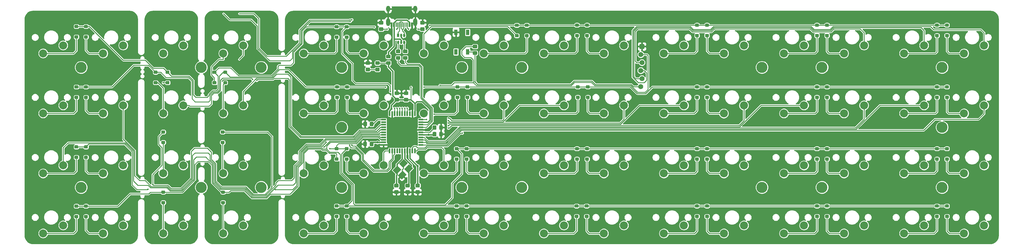
<source format=gbl>
G04 #@! TF.GenerationSoftware,KiCad,Pcbnew,(5.1.2-1)-1*
G04 #@! TF.CreationDate,2020-06-06T07:16:32-05:00*
G04 #@! TF.ProjectId,therick48.16SP,74686572-6963-46b3-9438-2e313653502e,rev?*
G04 #@! TF.SameCoordinates,Original*
G04 #@! TF.FileFunction,Copper,L2,Bot*
G04 #@! TF.FilePolarity,Positive*
%FSLAX46Y46*%
G04 Gerber Fmt 4.6, Leading zero omitted, Abs format (unit mm)*
G04 Created by KiCad (PCBNEW (5.1.2-1)-1) date 2020-06-06 07:16:32*
%MOMM*%
%LPD*%
G04 APERTURE LIST*
%ADD10C,3.500000*%
%ADD11C,0.100000*%
%ADD12C,1.000000*%
%ADD13C,2.540000*%
%ADD14R,0.500000X1.500000*%
%ADD15R,1.500000X0.500000*%
%ADD16C,1.150000*%
%ADD17C,1.800000*%
%ADD18C,0.600000*%
%ADD19O,1.300000X2.400000*%
%ADD20C,0.300000*%
%ADD21O,1.300000X1.900000*%
%ADD22C,0.650000*%
%ADD23R,0.650000X1.060000*%
%ADD24R,1.100000X1.800000*%
%ADD25C,1.600200*%
%ADD26C,0.500000*%
%ADD27C,0.700000*%
%ADD28C,0.250000*%
%ADD29C,0.400000*%
G04 APERTURE END LIST*
D10*
X109819711Y-61939837D03*
X109819711Y-99939737D03*
D11*
G36*
X114374204Y-66302204D02*
G01*
X114398473Y-66305804D01*
X114422271Y-66311765D01*
X114445371Y-66320030D01*
X114467549Y-66330520D01*
X114488593Y-66343133D01*
X114508298Y-66357747D01*
X114526477Y-66374223D01*
X114542953Y-66392402D01*
X114557567Y-66412107D01*
X114570180Y-66433151D01*
X114580670Y-66455329D01*
X114588935Y-66478429D01*
X114594896Y-66502227D01*
X114598496Y-66526496D01*
X114599700Y-66551000D01*
X114599700Y-67051000D01*
X114598496Y-67075504D01*
X114594896Y-67099773D01*
X114588935Y-67123571D01*
X114580670Y-67146671D01*
X114570180Y-67168849D01*
X114557567Y-67189893D01*
X114542953Y-67209598D01*
X114526477Y-67227777D01*
X114508298Y-67244253D01*
X114488593Y-67258867D01*
X114467549Y-67271480D01*
X114445371Y-67281970D01*
X114422271Y-67290235D01*
X114398473Y-67296196D01*
X114374204Y-67299796D01*
X114349700Y-67301000D01*
X113649700Y-67301000D01*
X113625196Y-67299796D01*
X113600927Y-67296196D01*
X113577129Y-67290235D01*
X113554029Y-67281970D01*
X113531851Y-67271480D01*
X113510807Y-67258867D01*
X113491102Y-67244253D01*
X113472923Y-67227777D01*
X113456447Y-67209598D01*
X113441833Y-67189893D01*
X113429220Y-67168849D01*
X113418730Y-67146671D01*
X113410465Y-67123571D01*
X113404504Y-67099773D01*
X113400904Y-67075504D01*
X113399700Y-67051000D01*
X113399700Y-66551000D01*
X113400904Y-66526496D01*
X113404504Y-66502227D01*
X113410465Y-66478429D01*
X113418730Y-66455329D01*
X113429220Y-66433151D01*
X113441833Y-66412107D01*
X113456447Y-66392402D01*
X113472923Y-66374223D01*
X113491102Y-66357747D01*
X113510807Y-66343133D01*
X113531851Y-66330520D01*
X113554029Y-66320030D01*
X113577129Y-66311765D01*
X113600927Y-66305804D01*
X113625196Y-66302204D01*
X113649700Y-66301000D01*
X114349700Y-66301000D01*
X114374204Y-66302204D01*
X114374204Y-66302204D01*
G37*
D12*
X113999700Y-66801000D03*
D11*
G36*
X114374204Y-63002204D02*
G01*
X114398473Y-63005804D01*
X114422271Y-63011765D01*
X114445371Y-63020030D01*
X114467549Y-63030520D01*
X114488593Y-63043133D01*
X114508298Y-63057747D01*
X114526477Y-63074223D01*
X114542953Y-63092402D01*
X114557567Y-63112107D01*
X114570180Y-63133151D01*
X114580670Y-63155329D01*
X114588935Y-63178429D01*
X114594896Y-63202227D01*
X114598496Y-63226496D01*
X114599700Y-63251000D01*
X114599700Y-63751000D01*
X114598496Y-63775504D01*
X114594896Y-63799773D01*
X114588935Y-63823571D01*
X114580670Y-63846671D01*
X114570180Y-63868849D01*
X114557567Y-63889893D01*
X114542953Y-63909598D01*
X114526477Y-63927777D01*
X114508298Y-63944253D01*
X114488593Y-63958867D01*
X114467549Y-63971480D01*
X114445371Y-63981970D01*
X114422271Y-63990235D01*
X114398473Y-63996196D01*
X114374204Y-63999796D01*
X114349700Y-64001000D01*
X113649700Y-64001000D01*
X113625196Y-63999796D01*
X113600927Y-63996196D01*
X113577129Y-63990235D01*
X113554029Y-63981970D01*
X113531851Y-63971480D01*
X113510807Y-63958867D01*
X113491102Y-63944253D01*
X113472923Y-63927777D01*
X113456447Y-63909598D01*
X113441833Y-63889893D01*
X113429220Y-63868849D01*
X113418730Y-63846671D01*
X113410465Y-63823571D01*
X113404504Y-63799773D01*
X113400904Y-63775504D01*
X113399700Y-63751000D01*
X113399700Y-63251000D01*
X113400904Y-63226496D01*
X113404504Y-63202227D01*
X113410465Y-63178429D01*
X113418730Y-63155329D01*
X113429220Y-63133151D01*
X113441833Y-63112107D01*
X113456447Y-63092402D01*
X113472923Y-63074223D01*
X113491102Y-63057747D01*
X113510807Y-63043133D01*
X113531851Y-63030520D01*
X113554029Y-63020030D01*
X113577129Y-63011765D01*
X113600927Y-63005804D01*
X113625196Y-63002204D01*
X113649700Y-63001000D01*
X114349700Y-63001000D01*
X114374204Y-63002204D01*
X114374204Y-63002204D01*
G37*
D12*
X113999700Y-63501000D03*
D11*
G36*
X98164504Y-104275204D02*
G01*
X98188773Y-104278804D01*
X98212571Y-104284765D01*
X98235671Y-104293030D01*
X98257849Y-104303520D01*
X98278893Y-104316133D01*
X98298598Y-104330747D01*
X98316777Y-104347223D01*
X98333253Y-104365402D01*
X98347867Y-104385107D01*
X98360480Y-104406151D01*
X98370970Y-104428329D01*
X98379235Y-104451429D01*
X98385196Y-104475227D01*
X98388796Y-104499496D01*
X98390000Y-104524000D01*
X98390000Y-105024000D01*
X98388796Y-105048504D01*
X98385196Y-105072773D01*
X98379235Y-105096571D01*
X98370970Y-105119671D01*
X98360480Y-105141849D01*
X98347867Y-105162893D01*
X98333253Y-105182598D01*
X98316777Y-105200777D01*
X98298598Y-105217253D01*
X98278893Y-105231867D01*
X98257849Y-105244480D01*
X98235671Y-105254970D01*
X98212571Y-105263235D01*
X98188773Y-105269196D01*
X98164504Y-105272796D01*
X98140000Y-105274000D01*
X97440000Y-105274000D01*
X97415496Y-105272796D01*
X97391227Y-105269196D01*
X97367429Y-105263235D01*
X97344329Y-105254970D01*
X97322151Y-105244480D01*
X97301107Y-105231867D01*
X97281402Y-105217253D01*
X97263223Y-105200777D01*
X97246747Y-105182598D01*
X97232133Y-105162893D01*
X97219520Y-105141849D01*
X97209030Y-105119671D01*
X97200765Y-105096571D01*
X97194804Y-105072773D01*
X97191204Y-105048504D01*
X97190000Y-105024000D01*
X97190000Y-104524000D01*
X97191204Y-104499496D01*
X97194804Y-104475227D01*
X97200765Y-104451429D01*
X97209030Y-104428329D01*
X97219520Y-104406151D01*
X97232133Y-104385107D01*
X97246747Y-104365402D01*
X97263223Y-104347223D01*
X97281402Y-104330747D01*
X97301107Y-104316133D01*
X97322151Y-104303520D01*
X97344329Y-104293030D01*
X97367429Y-104284765D01*
X97391227Y-104278804D01*
X97415496Y-104275204D01*
X97440000Y-104274000D01*
X98140000Y-104274000D01*
X98164504Y-104275204D01*
X98164504Y-104275204D01*
G37*
D12*
X97790000Y-104774000D03*
D11*
G36*
X98164504Y-100975204D02*
G01*
X98188773Y-100978804D01*
X98212571Y-100984765D01*
X98235671Y-100993030D01*
X98257849Y-101003520D01*
X98278893Y-101016133D01*
X98298598Y-101030747D01*
X98316777Y-101047223D01*
X98333253Y-101065402D01*
X98347867Y-101085107D01*
X98360480Y-101106151D01*
X98370970Y-101128329D01*
X98379235Y-101151429D01*
X98385196Y-101175227D01*
X98388796Y-101199496D01*
X98390000Y-101224000D01*
X98390000Y-101724000D01*
X98388796Y-101748504D01*
X98385196Y-101772773D01*
X98379235Y-101796571D01*
X98370970Y-101819671D01*
X98360480Y-101841849D01*
X98347867Y-101862893D01*
X98333253Y-101882598D01*
X98316777Y-101900777D01*
X98298598Y-101917253D01*
X98278893Y-101931867D01*
X98257849Y-101944480D01*
X98235671Y-101954970D01*
X98212571Y-101963235D01*
X98188773Y-101969196D01*
X98164504Y-101972796D01*
X98140000Y-101974000D01*
X97440000Y-101974000D01*
X97415496Y-101972796D01*
X97391227Y-101969196D01*
X97367429Y-101963235D01*
X97344329Y-101954970D01*
X97322151Y-101944480D01*
X97301107Y-101931867D01*
X97281402Y-101917253D01*
X97263223Y-101900777D01*
X97246747Y-101882598D01*
X97232133Y-101862893D01*
X97219520Y-101841849D01*
X97209030Y-101819671D01*
X97200765Y-101796571D01*
X97194804Y-101772773D01*
X97191204Y-101748504D01*
X97190000Y-101724000D01*
X97190000Y-101224000D01*
X97191204Y-101199496D01*
X97194804Y-101175227D01*
X97200765Y-101151429D01*
X97209030Y-101128329D01*
X97219520Y-101106151D01*
X97232133Y-101085107D01*
X97246747Y-101065402D01*
X97263223Y-101047223D01*
X97281402Y-101030747D01*
X97301107Y-101016133D01*
X97322151Y-101003520D01*
X97344329Y-100993030D01*
X97367429Y-100984765D01*
X97391227Y-100978804D01*
X97415496Y-100975204D01*
X97440000Y-100974000D01*
X98140000Y-100974000D01*
X98164504Y-100975204D01*
X98164504Y-100975204D01*
G37*
D12*
X97790000Y-101474000D03*
D13*
X123129686Y-111979712D03*
X116779686Y-114519712D03*
D14*
X177437499Y-76605002D03*
X176637499Y-76605002D03*
X175837499Y-76605002D03*
X175037499Y-76605002D03*
X174237499Y-76605002D03*
X173437499Y-76605002D03*
X172637499Y-76605002D03*
X171837499Y-76605002D03*
X171037499Y-76605002D03*
X170237499Y-76605002D03*
X169437499Y-76605002D03*
D15*
X167537499Y-78505002D03*
X167537499Y-79305002D03*
X167537499Y-80105002D03*
X167537499Y-80905002D03*
X167537499Y-81705002D03*
X167537499Y-82505002D03*
X167537499Y-83305002D03*
X167537499Y-84105002D03*
X167537499Y-84905002D03*
X167537499Y-85705002D03*
X167537499Y-86505002D03*
D14*
X169437499Y-88405002D03*
X170237499Y-88405002D03*
X171037499Y-88405002D03*
X171837499Y-88405002D03*
X172637499Y-88405002D03*
X173437499Y-88405002D03*
X174237499Y-88405002D03*
X175037499Y-88405002D03*
X175837499Y-88405002D03*
X176637499Y-88405002D03*
X177437499Y-88405002D03*
D15*
X179337499Y-86505002D03*
X179337499Y-85705002D03*
X179337499Y-84905002D03*
X179337499Y-84105002D03*
X179337499Y-83305002D03*
X179337499Y-82505002D03*
X179337499Y-81705002D03*
X179337499Y-80905002D03*
X179337499Y-80105002D03*
X179337499Y-79305002D03*
X179337499Y-78505002D03*
D11*
G36*
X178793504Y-100856206D02*
G01*
X178817772Y-100859806D01*
X178841571Y-100865767D01*
X178864670Y-100874032D01*
X178886849Y-100884522D01*
X178907892Y-100897134D01*
X178927598Y-100911749D01*
X178945776Y-100928225D01*
X178962252Y-100946403D01*
X178976867Y-100966109D01*
X178989479Y-100987152D01*
X178999969Y-101009331D01*
X179008234Y-101032430D01*
X179014195Y-101056229D01*
X179017795Y-101080497D01*
X179018999Y-101105001D01*
X179018999Y-101755003D01*
X179017795Y-101779507D01*
X179014195Y-101803775D01*
X179008234Y-101827574D01*
X178999969Y-101850673D01*
X178989479Y-101872852D01*
X178976867Y-101893895D01*
X178962252Y-101913601D01*
X178945776Y-101931779D01*
X178927598Y-101948255D01*
X178907892Y-101962870D01*
X178886849Y-101975482D01*
X178864670Y-101985972D01*
X178841571Y-101994237D01*
X178817772Y-102000198D01*
X178793504Y-102003798D01*
X178769000Y-102005002D01*
X177868998Y-102005002D01*
X177844494Y-102003798D01*
X177820226Y-102000198D01*
X177796427Y-101994237D01*
X177773328Y-101985972D01*
X177751149Y-101975482D01*
X177730106Y-101962870D01*
X177710400Y-101948255D01*
X177692222Y-101931779D01*
X177675746Y-101913601D01*
X177661131Y-101893895D01*
X177648519Y-101872852D01*
X177638029Y-101850673D01*
X177629764Y-101827574D01*
X177623803Y-101803775D01*
X177620203Y-101779507D01*
X177618999Y-101755003D01*
X177618999Y-101105001D01*
X177620203Y-101080497D01*
X177623803Y-101056229D01*
X177629764Y-101032430D01*
X177638029Y-101009331D01*
X177648519Y-100987152D01*
X177661131Y-100966109D01*
X177675746Y-100946403D01*
X177692222Y-100928225D01*
X177710400Y-100911749D01*
X177730106Y-100897134D01*
X177751149Y-100884522D01*
X177773328Y-100874032D01*
X177796427Y-100865767D01*
X177820226Y-100859806D01*
X177844494Y-100856206D01*
X177868998Y-100855002D01*
X178769000Y-100855002D01*
X178793504Y-100856206D01*
X178793504Y-100856206D01*
G37*
D16*
X178318999Y-101430002D03*
D11*
G36*
X178793504Y-98806206D02*
G01*
X178817772Y-98809806D01*
X178841571Y-98815767D01*
X178864670Y-98824032D01*
X178886849Y-98834522D01*
X178907892Y-98847134D01*
X178927598Y-98861749D01*
X178945776Y-98878225D01*
X178962252Y-98896403D01*
X178976867Y-98916109D01*
X178989479Y-98937152D01*
X178999969Y-98959331D01*
X179008234Y-98982430D01*
X179014195Y-99006229D01*
X179017795Y-99030497D01*
X179018999Y-99055001D01*
X179018999Y-99705003D01*
X179017795Y-99729507D01*
X179014195Y-99753775D01*
X179008234Y-99777574D01*
X178999969Y-99800673D01*
X178989479Y-99822852D01*
X178976867Y-99843895D01*
X178962252Y-99863601D01*
X178945776Y-99881779D01*
X178927598Y-99898255D01*
X178907892Y-99912870D01*
X178886849Y-99925482D01*
X178864670Y-99935972D01*
X178841571Y-99944237D01*
X178817772Y-99950198D01*
X178793504Y-99953798D01*
X178769000Y-99955002D01*
X177868998Y-99955002D01*
X177844494Y-99953798D01*
X177820226Y-99950198D01*
X177796427Y-99944237D01*
X177773328Y-99935972D01*
X177751149Y-99925482D01*
X177730106Y-99912870D01*
X177710400Y-99898255D01*
X177692222Y-99881779D01*
X177675746Y-99863601D01*
X177661131Y-99843895D01*
X177648519Y-99822852D01*
X177638029Y-99800673D01*
X177629764Y-99777574D01*
X177623803Y-99753775D01*
X177620203Y-99729507D01*
X177618999Y-99705003D01*
X177618999Y-99055001D01*
X177620203Y-99030497D01*
X177623803Y-99006229D01*
X177629764Y-98982430D01*
X177638029Y-98959331D01*
X177648519Y-98937152D01*
X177661131Y-98916109D01*
X177675746Y-98896403D01*
X177692222Y-98878225D01*
X177710400Y-98861749D01*
X177730106Y-98847134D01*
X177751149Y-98834522D01*
X177773328Y-98824032D01*
X177796427Y-98815767D01*
X177820226Y-98809806D01*
X177844494Y-98806206D01*
X177868998Y-98805002D01*
X178769000Y-98805002D01*
X178793504Y-98806206D01*
X178793504Y-98806206D01*
G37*
D16*
X178318999Y-99380002D03*
D11*
G36*
X186051504Y-82411206D02*
G01*
X186075772Y-82414806D01*
X186099571Y-82420767D01*
X186122670Y-82429032D01*
X186144849Y-82439522D01*
X186165892Y-82452134D01*
X186185598Y-82466749D01*
X186203776Y-82483225D01*
X186220252Y-82501403D01*
X186234867Y-82521109D01*
X186247479Y-82542152D01*
X186257969Y-82564331D01*
X186266234Y-82587430D01*
X186272195Y-82611229D01*
X186275795Y-82635497D01*
X186276999Y-82660001D01*
X186276999Y-83560003D01*
X186275795Y-83584507D01*
X186272195Y-83608775D01*
X186266234Y-83632574D01*
X186257969Y-83655673D01*
X186247479Y-83677852D01*
X186234867Y-83698895D01*
X186220252Y-83718601D01*
X186203776Y-83736779D01*
X186185598Y-83753255D01*
X186165892Y-83767870D01*
X186144849Y-83780482D01*
X186122670Y-83790972D01*
X186099571Y-83799237D01*
X186075772Y-83805198D01*
X186051504Y-83808798D01*
X186027000Y-83810002D01*
X185376998Y-83810002D01*
X185352494Y-83808798D01*
X185328226Y-83805198D01*
X185304427Y-83799237D01*
X185281328Y-83790972D01*
X185259149Y-83780482D01*
X185238106Y-83767870D01*
X185218400Y-83753255D01*
X185200222Y-83736779D01*
X185183746Y-83718601D01*
X185169131Y-83698895D01*
X185156519Y-83677852D01*
X185146029Y-83655673D01*
X185137764Y-83632574D01*
X185131803Y-83608775D01*
X185128203Y-83584507D01*
X185126999Y-83560003D01*
X185126999Y-82660001D01*
X185128203Y-82635497D01*
X185131803Y-82611229D01*
X185137764Y-82587430D01*
X185146029Y-82564331D01*
X185156519Y-82542152D01*
X185169131Y-82521109D01*
X185183746Y-82501403D01*
X185200222Y-82483225D01*
X185218400Y-82466749D01*
X185238106Y-82452134D01*
X185259149Y-82439522D01*
X185281328Y-82429032D01*
X185304427Y-82420767D01*
X185328226Y-82414806D01*
X185352494Y-82411206D01*
X185376998Y-82410002D01*
X186027000Y-82410002D01*
X186051504Y-82411206D01*
X186051504Y-82411206D01*
G37*
D16*
X185701999Y-83110002D03*
D11*
G36*
X184001504Y-82411206D02*
G01*
X184025772Y-82414806D01*
X184049571Y-82420767D01*
X184072670Y-82429032D01*
X184094849Y-82439522D01*
X184115892Y-82452134D01*
X184135598Y-82466749D01*
X184153776Y-82483225D01*
X184170252Y-82501403D01*
X184184867Y-82521109D01*
X184197479Y-82542152D01*
X184207969Y-82564331D01*
X184216234Y-82587430D01*
X184222195Y-82611229D01*
X184225795Y-82635497D01*
X184226999Y-82660001D01*
X184226999Y-83560003D01*
X184225795Y-83584507D01*
X184222195Y-83608775D01*
X184216234Y-83632574D01*
X184207969Y-83655673D01*
X184197479Y-83677852D01*
X184184867Y-83698895D01*
X184170252Y-83718601D01*
X184153776Y-83736779D01*
X184135598Y-83753255D01*
X184115892Y-83767870D01*
X184094849Y-83780482D01*
X184072670Y-83790972D01*
X184049571Y-83799237D01*
X184025772Y-83805198D01*
X184001504Y-83808798D01*
X183977000Y-83810002D01*
X183326998Y-83810002D01*
X183302494Y-83808798D01*
X183278226Y-83805198D01*
X183254427Y-83799237D01*
X183231328Y-83790972D01*
X183209149Y-83780482D01*
X183188106Y-83767870D01*
X183168400Y-83753255D01*
X183150222Y-83736779D01*
X183133746Y-83718601D01*
X183119131Y-83698895D01*
X183106519Y-83677852D01*
X183096029Y-83655673D01*
X183087764Y-83632574D01*
X183081803Y-83608775D01*
X183078203Y-83584507D01*
X183076999Y-83560003D01*
X183076999Y-82660001D01*
X183078203Y-82635497D01*
X183081803Y-82611229D01*
X183087764Y-82587430D01*
X183096029Y-82564331D01*
X183106519Y-82542152D01*
X183119131Y-82521109D01*
X183133746Y-82501403D01*
X183150222Y-82483225D01*
X183168400Y-82466749D01*
X183188106Y-82452134D01*
X183209149Y-82439522D01*
X183231328Y-82429032D01*
X183254427Y-82420767D01*
X183278226Y-82414806D01*
X183302494Y-82411206D01*
X183326998Y-82410002D01*
X183977000Y-82410002D01*
X184001504Y-82411206D01*
X184001504Y-82411206D01*
G37*
D16*
X183651999Y-83110002D03*
D11*
G36*
X162030504Y-85513206D02*
G01*
X162054772Y-85516806D01*
X162078571Y-85522767D01*
X162101670Y-85531032D01*
X162123849Y-85541522D01*
X162144892Y-85554134D01*
X162164598Y-85568749D01*
X162182776Y-85585225D01*
X162199252Y-85603403D01*
X162213867Y-85623109D01*
X162226479Y-85644152D01*
X162236969Y-85666331D01*
X162245234Y-85689430D01*
X162251195Y-85713229D01*
X162254795Y-85737497D01*
X162255999Y-85762001D01*
X162255999Y-86662003D01*
X162254795Y-86686507D01*
X162251195Y-86710775D01*
X162245234Y-86734574D01*
X162236969Y-86757673D01*
X162226479Y-86779852D01*
X162213867Y-86800895D01*
X162199252Y-86820601D01*
X162182776Y-86838779D01*
X162164598Y-86855255D01*
X162144892Y-86869870D01*
X162123849Y-86882482D01*
X162101670Y-86892972D01*
X162078571Y-86901237D01*
X162054772Y-86907198D01*
X162030504Y-86910798D01*
X162006000Y-86912002D01*
X161355998Y-86912002D01*
X161331494Y-86910798D01*
X161307226Y-86907198D01*
X161283427Y-86901237D01*
X161260328Y-86892972D01*
X161238149Y-86882482D01*
X161217106Y-86869870D01*
X161197400Y-86855255D01*
X161179222Y-86838779D01*
X161162746Y-86820601D01*
X161148131Y-86800895D01*
X161135519Y-86779852D01*
X161125029Y-86757673D01*
X161116764Y-86734574D01*
X161110803Y-86710775D01*
X161107203Y-86686507D01*
X161105999Y-86662003D01*
X161105999Y-85762001D01*
X161107203Y-85737497D01*
X161110803Y-85713229D01*
X161116764Y-85689430D01*
X161125029Y-85666331D01*
X161135519Y-85644152D01*
X161148131Y-85623109D01*
X161162746Y-85603403D01*
X161179222Y-85585225D01*
X161197400Y-85568749D01*
X161217106Y-85554134D01*
X161238149Y-85541522D01*
X161260328Y-85531032D01*
X161283427Y-85522767D01*
X161307226Y-85516806D01*
X161331494Y-85513206D01*
X161355998Y-85512002D01*
X162006000Y-85512002D01*
X162030504Y-85513206D01*
X162030504Y-85513206D01*
G37*
D16*
X161680999Y-86212002D03*
D11*
G36*
X164080504Y-85513206D02*
G01*
X164104772Y-85516806D01*
X164128571Y-85522767D01*
X164151670Y-85531032D01*
X164173849Y-85541522D01*
X164194892Y-85554134D01*
X164214598Y-85568749D01*
X164232776Y-85585225D01*
X164249252Y-85603403D01*
X164263867Y-85623109D01*
X164276479Y-85644152D01*
X164286969Y-85666331D01*
X164295234Y-85689430D01*
X164301195Y-85713229D01*
X164304795Y-85737497D01*
X164305999Y-85762001D01*
X164305999Y-86662003D01*
X164304795Y-86686507D01*
X164301195Y-86710775D01*
X164295234Y-86734574D01*
X164286969Y-86757673D01*
X164276479Y-86779852D01*
X164263867Y-86800895D01*
X164249252Y-86820601D01*
X164232776Y-86838779D01*
X164214598Y-86855255D01*
X164194892Y-86869870D01*
X164173849Y-86882482D01*
X164151670Y-86892972D01*
X164128571Y-86901237D01*
X164104772Y-86907198D01*
X164080504Y-86910798D01*
X164056000Y-86912002D01*
X163405998Y-86912002D01*
X163381494Y-86910798D01*
X163357226Y-86907198D01*
X163333427Y-86901237D01*
X163310328Y-86892972D01*
X163288149Y-86882482D01*
X163267106Y-86869870D01*
X163247400Y-86855255D01*
X163229222Y-86838779D01*
X163212746Y-86820601D01*
X163198131Y-86800895D01*
X163185519Y-86779852D01*
X163175029Y-86757673D01*
X163166764Y-86734574D01*
X163160803Y-86710775D01*
X163157203Y-86686507D01*
X163155999Y-86662003D01*
X163155999Y-85762001D01*
X163157203Y-85737497D01*
X163160803Y-85713229D01*
X163166764Y-85689430D01*
X163175029Y-85666331D01*
X163185519Y-85644152D01*
X163198131Y-85623109D01*
X163212746Y-85603403D01*
X163229222Y-85585225D01*
X163247400Y-85568749D01*
X163267106Y-85554134D01*
X163288149Y-85541522D01*
X163310328Y-85531032D01*
X163333427Y-85522767D01*
X163357226Y-85516806D01*
X163381494Y-85513206D01*
X163405998Y-85512002D01*
X164056000Y-85512002D01*
X164080504Y-85513206D01*
X164080504Y-85513206D01*
G37*
D16*
X163730999Y-86212002D03*
D11*
G36*
X175626504Y-100856206D02*
G01*
X175650772Y-100859806D01*
X175674571Y-100865767D01*
X175697670Y-100874032D01*
X175719849Y-100884522D01*
X175740892Y-100897134D01*
X175760598Y-100911749D01*
X175778776Y-100928225D01*
X175795252Y-100946403D01*
X175809867Y-100966109D01*
X175822479Y-100987152D01*
X175832969Y-101009331D01*
X175841234Y-101032430D01*
X175847195Y-101056229D01*
X175850795Y-101080497D01*
X175851999Y-101105001D01*
X175851999Y-101755003D01*
X175850795Y-101779507D01*
X175847195Y-101803775D01*
X175841234Y-101827574D01*
X175832969Y-101850673D01*
X175822479Y-101872852D01*
X175809867Y-101893895D01*
X175795252Y-101913601D01*
X175778776Y-101931779D01*
X175760598Y-101948255D01*
X175740892Y-101962870D01*
X175719849Y-101975482D01*
X175697670Y-101985972D01*
X175674571Y-101994237D01*
X175650772Y-102000198D01*
X175626504Y-102003798D01*
X175602000Y-102005002D01*
X174701998Y-102005002D01*
X174677494Y-102003798D01*
X174653226Y-102000198D01*
X174629427Y-101994237D01*
X174606328Y-101985972D01*
X174584149Y-101975482D01*
X174563106Y-101962870D01*
X174543400Y-101948255D01*
X174525222Y-101931779D01*
X174508746Y-101913601D01*
X174494131Y-101893895D01*
X174481519Y-101872852D01*
X174471029Y-101850673D01*
X174462764Y-101827574D01*
X174456803Y-101803775D01*
X174453203Y-101779507D01*
X174451999Y-101755003D01*
X174451999Y-101105001D01*
X174453203Y-101080497D01*
X174456803Y-101056229D01*
X174462764Y-101032430D01*
X174471029Y-101009331D01*
X174481519Y-100987152D01*
X174494131Y-100966109D01*
X174508746Y-100946403D01*
X174525222Y-100928225D01*
X174543400Y-100911749D01*
X174563106Y-100897134D01*
X174584149Y-100884522D01*
X174606328Y-100874032D01*
X174629427Y-100865767D01*
X174653226Y-100859806D01*
X174677494Y-100856206D01*
X174701998Y-100855002D01*
X175602000Y-100855002D01*
X175626504Y-100856206D01*
X175626504Y-100856206D01*
G37*
D16*
X175151999Y-101430002D03*
D11*
G36*
X175626504Y-98806206D02*
G01*
X175650772Y-98809806D01*
X175674571Y-98815767D01*
X175697670Y-98824032D01*
X175719849Y-98834522D01*
X175740892Y-98847134D01*
X175760598Y-98861749D01*
X175778776Y-98878225D01*
X175795252Y-98896403D01*
X175809867Y-98916109D01*
X175822479Y-98937152D01*
X175832969Y-98959331D01*
X175841234Y-98982430D01*
X175847195Y-99006229D01*
X175850795Y-99030497D01*
X175851999Y-99055001D01*
X175851999Y-99705003D01*
X175850795Y-99729507D01*
X175847195Y-99753775D01*
X175841234Y-99777574D01*
X175832969Y-99800673D01*
X175822479Y-99822852D01*
X175809867Y-99843895D01*
X175795252Y-99863601D01*
X175778776Y-99881779D01*
X175760598Y-99898255D01*
X175740892Y-99912870D01*
X175719849Y-99925482D01*
X175697670Y-99935972D01*
X175674571Y-99944237D01*
X175650772Y-99950198D01*
X175626504Y-99953798D01*
X175602000Y-99955002D01*
X174701998Y-99955002D01*
X174677494Y-99953798D01*
X174653226Y-99950198D01*
X174629427Y-99944237D01*
X174606328Y-99935972D01*
X174584149Y-99925482D01*
X174563106Y-99912870D01*
X174543400Y-99898255D01*
X174525222Y-99881779D01*
X174508746Y-99863601D01*
X174494131Y-99843895D01*
X174481519Y-99822852D01*
X174471029Y-99800673D01*
X174462764Y-99777574D01*
X174456803Y-99753775D01*
X174453203Y-99729507D01*
X174451999Y-99705003D01*
X174451999Y-99055001D01*
X174453203Y-99030497D01*
X174456803Y-99006229D01*
X174462764Y-98982430D01*
X174471029Y-98959331D01*
X174481519Y-98937152D01*
X174494131Y-98916109D01*
X174508746Y-98896403D01*
X174525222Y-98878225D01*
X174543400Y-98861749D01*
X174563106Y-98847134D01*
X174584149Y-98834522D01*
X174606328Y-98824032D01*
X174629427Y-98815767D01*
X174653226Y-98809806D01*
X174677494Y-98806206D01*
X174701998Y-98805002D01*
X175602000Y-98805002D01*
X175626504Y-98806206D01*
X175626504Y-98806206D01*
G37*
D16*
X175151999Y-99380002D03*
D11*
G36*
X172070504Y-100856206D02*
G01*
X172094772Y-100859806D01*
X172118571Y-100865767D01*
X172141670Y-100874032D01*
X172163849Y-100884522D01*
X172184892Y-100897134D01*
X172204598Y-100911749D01*
X172222776Y-100928225D01*
X172239252Y-100946403D01*
X172253867Y-100966109D01*
X172266479Y-100987152D01*
X172276969Y-101009331D01*
X172285234Y-101032430D01*
X172291195Y-101056229D01*
X172294795Y-101080497D01*
X172295999Y-101105001D01*
X172295999Y-101755003D01*
X172294795Y-101779507D01*
X172291195Y-101803775D01*
X172285234Y-101827574D01*
X172276969Y-101850673D01*
X172266479Y-101872852D01*
X172253867Y-101893895D01*
X172239252Y-101913601D01*
X172222776Y-101931779D01*
X172204598Y-101948255D01*
X172184892Y-101962870D01*
X172163849Y-101975482D01*
X172141670Y-101985972D01*
X172118571Y-101994237D01*
X172094772Y-102000198D01*
X172070504Y-102003798D01*
X172046000Y-102005002D01*
X171145998Y-102005002D01*
X171121494Y-102003798D01*
X171097226Y-102000198D01*
X171073427Y-101994237D01*
X171050328Y-101985972D01*
X171028149Y-101975482D01*
X171007106Y-101962870D01*
X170987400Y-101948255D01*
X170969222Y-101931779D01*
X170952746Y-101913601D01*
X170938131Y-101893895D01*
X170925519Y-101872852D01*
X170915029Y-101850673D01*
X170906764Y-101827574D01*
X170900803Y-101803775D01*
X170897203Y-101779507D01*
X170895999Y-101755003D01*
X170895999Y-101105001D01*
X170897203Y-101080497D01*
X170900803Y-101056229D01*
X170906764Y-101032430D01*
X170915029Y-101009331D01*
X170925519Y-100987152D01*
X170938131Y-100966109D01*
X170952746Y-100946403D01*
X170969222Y-100928225D01*
X170987400Y-100911749D01*
X171007106Y-100897134D01*
X171028149Y-100884522D01*
X171050328Y-100874032D01*
X171073427Y-100865767D01*
X171097226Y-100859806D01*
X171121494Y-100856206D01*
X171145998Y-100855002D01*
X172046000Y-100855002D01*
X172070504Y-100856206D01*
X172070504Y-100856206D01*
G37*
D16*
X171595999Y-101430002D03*
D11*
G36*
X172070504Y-98806206D02*
G01*
X172094772Y-98809806D01*
X172118571Y-98815767D01*
X172141670Y-98824032D01*
X172163849Y-98834522D01*
X172184892Y-98847134D01*
X172204598Y-98861749D01*
X172222776Y-98878225D01*
X172239252Y-98896403D01*
X172253867Y-98916109D01*
X172266479Y-98937152D01*
X172276969Y-98959331D01*
X172285234Y-98982430D01*
X172291195Y-99006229D01*
X172294795Y-99030497D01*
X172295999Y-99055001D01*
X172295999Y-99705003D01*
X172294795Y-99729507D01*
X172291195Y-99753775D01*
X172285234Y-99777574D01*
X172276969Y-99800673D01*
X172266479Y-99822852D01*
X172253867Y-99843895D01*
X172239252Y-99863601D01*
X172222776Y-99881779D01*
X172204598Y-99898255D01*
X172184892Y-99912870D01*
X172163849Y-99925482D01*
X172141670Y-99935972D01*
X172118571Y-99944237D01*
X172094772Y-99950198D01*
X172070504Y-99953798D01*
X172046000Y-99955002D01*
X171145998Y-99955002D01*
X171121494Y-99953798D01*
X171097226Y-99950198D01*
X171073427Y-99944237D01*
X171050328Y-99935972D01*
X171028149Y-99925482D01*
X171007106Y-99912870D01*
X170987400Y-99898255D01*
X170969222Y-99881779D01*
X170952746Y-99863601D01*
X170938131Y-99843895D01*
X170925519Y-99822852D01*
X170915029Y-99800673D01*
X170906764Y-99777574D01*
X170900803Y-99753775D01*
X170897203Y-99729507D01*
X170895999Y-99705003D01*
X170895999Y-99055001D01*
X170897203Y-99030497D01*
X170900803Y-99006229D01*
X170906764Y-98982430D01*
X170915029Y-98959331D01*
X170925519Y-98937152D01*
X170938131Y-98916109D01*
X170952746Y-98896403D01*
X170969222Y-98878225D01*
X170987400Y-98861749D01*
X171007106Y-98847134D01*
X171028149Y-98834522D01*
X171050328Y-98824032D01*
X171073427Y-98815767D01*
X171097226Y-98809806D01*
X171121494Y-98806206D01*
X171145998Y-98805002D01*
X172046000Y-98805002D01*
X172070504Y-98806206D01*
X172070504Y-98806206D01*
G37*
D16*
X171595999Y-99380002D03*
D11*
G36*
X172621504Y-56324206D02*
G01*
X172645772Y-56327806D01*
X172669571Y-56333767D01*
X172692670Y-56342032D01*
X172714849Y-56352522D01*
X172735892Y-56365134D01*
X172755598Y-56379749D01*
X172773776Y-56396225D01*
X172790252Y-56414403D01*
X172804867Y-56434109D01*
X172817479Y-56455152D01*
X172827969Y-56477331D01*
X172836234Y-56500430D01*
X172842195Y-56524229D01*
X172845795Y-56548497D01*
X172846999Y-56573001D01*
X172846999Y-57223003D01*
X172845795Y-57247507D01*
X172842195Y-57271775D01*
X172836234Y-57295574D01*
X172827969Y-57318673D01*
X172817479Y-57340852D01*
X172804867Y-57361895D01*
X172790252Y-57381601D01*
X172773776Y-57399779D01*
X172755598Y-57416255D01*
X172735892Y-57430870D01*
X172714849Y-57443482D01*
X172692670Y-57453972D01*
X172669571Y-57462237D01*
X172645772Y-57468198D01*
X172621504Y-57471798D01*
X172597000Y-57473002D01*
X171696998Y-57473002D01*
X171672494Y-57471798D01*
X171648226Y-57468198D01*
X171624427Y-57462237D01*
X171601328Y-57453972D01*
X171579149Y-57443482D01*
X171558106Y-57430870D01*
X171538400Y-57416255D01*
X171520222Y-57399779D01*
X171503746Y-57381601D01*
X171489131Y-57361895D01*
X171476519Y-57340852D01*
X171466029Y-57318673D01*
X171457764Y-57295574D01*
X171451803Y-57271775D01*
X171448203Y-57247507D01*
X171446999Y-57223003D01*
X171446999Y-56573001D01*
X171448203Y-56548497D01*
X171451803Y-56524229D01*
X171457764Y-56500430D01*
X171466029Y-56477331D01*
X171476519Y-56455152D01*
X171489131Y-56434109D01*
X171503746Y-56414403D01*
X171520222Y-56396225D01*
X171538400Y-56379749D01*
X171558106Y-56365134D01*
X171579149Y-56352522D01*
X171601328Y-56342032D01*
X171624427Y-56333767D01*
X171648226Y-56327806D01*
X171672494Y-56324206D01*
X171696998Y-56323002D01*
X172597000Y-56323002D01*
X172621504Y-56324206D01*
X172621504Y-56324206D01*
G37*
D16*
X172146999Y-56898002D03*
D11*
G36*
X172621504Y-58374206D02*
G01*
X172645772Y-58377806D01*
X172669571Y-58383767D01*
X172692670Y-58392032D01*
X172714849Y-58402522D01*
X172735892Y-58415134D01*
X172755598Y-58429749D01*
X172773776Y-58446225D01*
X172790252Y-58464403D01*
X172804867Y-58484109D01*
X172817479Y-58505152D01*
X172827969Y-58527331D01*
X172836234Y-58550430D01*
X172842195Y-58574229D01*
X172845795Y-58598497D01*
X172846999Y-58623001D01*
X172846999Y-59273003D01*
X172845795Y-59297507D01*
X172842195Y-59321775D01*
X172836234Y-59345574D01*
X172827969Y-59368673D01*
X172817479Y-59390852D01*
X172804867Y-59411895D01*
X172790252Y-59431601D01*
X172773776Y-59449779D01*
X172755598Y-59466255D01*
X172735892Y-59480870D01*
X172714849Y-59493482D01*
X172692670Y-59503972D01*
X172669571Y-59512237D01*
X172645772Y-59518198D01*
X172621504Y-59521798D01*
X172597000Y-59523002D01*
X171696998Y-59523002D01*
X171672494Y-59521798D01*
X171648226Y-59518198D01*
X171624427Y-59512237D01*
X171601328Y-59503972D01*
X171579149Y-59493482D01*
X171558106Y-59480870D01*
X171538400Y-59466255D01*
X171520222Y-59449779D01*
X171503746Y-59431601D01*
X171489131Y-59411895D01*
X171476519Y-59390852D01*
X171466029Y-59368673D01*
X171457764Y-59345574D01*
X171451803Y-59321775D01*
X171448203Y-59297507D01*
X171446999Y-59273003D01*
X171446999Y-58623001D01*
X171448203Y-58598497D01*
X171451803Y-58574229D01*
X171457764Y-58550430D01*
X171466029Y-58527331D01*
X171476519Y-58505152D01*
X171489131Y-58484109D01*
X171503746Y-58464403D01*
X171520222Y-58446225D01*
X171538400Y-58429749D01*
X171558106Y-58415134D01*
X171579149Y-58402522D01*
X171601328Y-58392032D01*
X171624427Y-58383767D01*
X171648226Y-58377806D01*
X171672494Y-58374206D01*
X171696998Y-58373002D01*
X172597000Y-58373002D01*
X172621504Y-58374206D01*
X172621504Y-58374206D01*
G37*
D16*
X172146999Y-58948002D03*
D11*
G36*
X174864504Y-56324206D02*
G01*
X174888772Y-56327806D01*
X174912571Y-56333767D01*
X174935670Y-56342032D01*
X174957849Y-56352522D01*
X174978892Y-56365134D01*
X174998598Y-56379749D01*
X175016776Y-56396225D01*
X175033252Y-56414403D01*
X175047867Y-56434109D01*
X175060479Y-56455152D01*
X175070969Y-56477331D01*
X175079234Y-56500430D01*
X175085195Y-56524229D01*
X175088795Y-56548497D01*
X175089999Y-56573001D01*
X175089999Y-57223003D01*
X175088795Y-57247507D01*
X175085195Y-57271775D01*
X175079234Y-57295574D01*
X175070969Y-57318673D01*
X175060479Y-57340852D01*
X175047867Y-57361895D01*
X175033252Y-57381601D01*
X175016776Y-57399779D01*
X174998598Y-57416255D01*
X174978892Y-57430870D01*
X174957849Y-57443482D01*
X174935670Y-57453972D01*
X174912571Y-57462237D01*
X174888772Y-57468198D01*
X174864504Y-57471798D01*
X174840000Y-57473002D01*
X173939998Y-57473002D01*
X173915494Y-57471798D01*
X173891226Y-57468198D01*
X173867427Y-57462237D01*
X173844328Y-57453972D01*
X173822149Y-57443482D01*
X173801106Y-57430870D01*
X173781400Y-57416255D01*
X173763222Y-57399779D01*
X173746746Y-57381601D01*
X173732131Y-57361895D01*
X173719519Y-57340852D01*
X173709029Y-57318673D01*
X173700764Y-57295574D01*
X173694803Y-57271775D01*
X173691203Y-57247507D01*
X173689999Y-57223003D01*
X173689999Y-56573001D01*
X173691203Y-56548497D01*
X173694803Y-56524229D01*
X173700764Y-56500430D01*
X173709029Y-56477331D01*
X173719519Y-56455152D01*
X173732131Y-56434109D01*
X173746746Y-56414403D01*
X173763222Y-56396225D01*
X173781400Y-56379749D01*
X173801106Y-56365134D01*
X173822149Y-56352522D01*
X173844328Y-56342032D01*
X173867427Y-56333767D01*
X173891226Y-56327806D01*
X173915494Y-56324206D01*
X173939998Y-56323002D01*
X174840000Y-56323002D01*
X174864504Y-56324206D01*
X174864504Y-56324206D01*
G37*
D16*
X174389999Y-56898002D03*
D11*
G36*
X174864504Y-58374206D02*
G01*
X174888772Y-58377806D01*
X174912571Y-58383767D01*
X174935670Y-58392032D01*
X174957849Y-58402522D01*
X174978892Y-58415134D01*
X174998598Y-58429749D01*
X175016776Y-58446225D01*
X175033252Y-58464403D01*
X175047867Y-58484109D01*
X175060479Y-58505152D01*
X175070969Y-58527331D01*
X175079234Y-58550430D01*
X175085195Y-58574229D01*
X175088795Y-58598497D01*
X175089999Y-58623001D01*
X175089999Y-59273003D01*
X175088795Y-59297507D01*
X175085195Y-59321775D01*
X175079234Y-59345574D01*
X175070969Y-59368673D01*
X175060479Y-59390852D01*
X175047867Y-59411895D01*
X175033252Y-59431601D01*
X175016776Y-59449779D01*
X174998598Y-59466255D01*
X174978892Y-59480870D01*
X174957849Y-59493482D01*
X174935670Y-59503972D01*
X174912571Y-59512237D01*
X174888772Y-59518198D01*
X174864504Y-59521798D01*
X174840000Y-59523002D01*
X173939998Y-59523002D01*
X173915494Y-59521798D01*
X173891226Y-59518198D01*
X173867427Y-59512237D01*
X173844328Y-59503972D01*
X173822149Y-59493482D01*
X173801106Y-59480870D01*
X173781400Y-59466255D01*
X173763222Y-59449779D01*
X173746746Y-59431601D01*
X173732131Y-59411895D01*
X173719519Y-59390852D01*
X173709029Y-59368673D01*
X173700764Y-59345574D01*
X173694803Y-59321775D01*
X173691203Y-59297507D01*
X173689999Y-59273003D01*
X173689999Y-58623001D01*
X173691203Y-58598497D01*
X173694803Y-58574229D01*
X173700764Y-58550430D01*
X173709029Y-58527331D01*
X173719519Y-58505152D01*
X173732131Y-58484109D01*
X173746746Y-58464403D01*
X173763222Y-58446225D01*
X173781400Y-58429749D01*
X173801106Y-58415134D01*
X173822149Y-58402522D01*
X173844328Y-58392032D01*
X173867427Y-58383767D01*
X173891226Y-58377806D01*
X173915494Y-58374206D01*
X173939998Y-58373002D01*
X174840000Y-58373002D01*
X174864504Y-58374206D01*
X174864504Y-58374206D01*
G37*
D16*
X174389999Y-58948002D03*
D11*
G36*
X172201504Y-69575206D02*
G01*
X172225772Y-69578806D01*
X172249571Y-69584767D01*
X172272670Y-69593032D01*
X172294849Y-69603522D01*
X172315892Y-69616134D01*
X172335598Y-69630749D01*
X172353776Y-69647225D01*
X172370252Y-69665403D01*
X172384867Y-69685109D01*
X172397479Y-69706152D01*
X172407969Y-69728331D01*
X172416234Y-69751430D01*
X172422195Y-69775229D01*
X172425795Y-69799497D01*
X172426999Y-69824001D01*
X172426999Y-70474003D01*
X172425795Y-70498507D01*
X172422195Y-70522775D01*
X172416234Y-70546574D01*
X172407969Y-70569673D01*
X172397479Y-70591852D01*
X172384867Y-70612895D01*
X172370252Y-70632601D01*
X172353776Y-70650779D01*
X172335598Y-70667255D01*
X172315892Y-70681870D01*
X172294849Y-70694482D01*
X172272670Y-70704972D01*
X172249571Y-70713237D01*
X172225772Y-70719198D01*
X172201504Y-70722798D01*
X172177000Y-70724002D01*
X171276998Y-70724002D01*
X171252494Y-70722798D01*
X171228226Y-70719198D01*
X171204427Y-70713237D01*
X171181328Y-70704972D01*
X171159149Y-70694482D01*
X171138106Y-70681870D01*
X171118400Y-70667255D01*
X171100222Y-70650779D01*
X171083746Y-70632601D01*
X171069131Y-70612895D01*
X171056519Y-70591852D01*
X171046029Y-70569673D01*
X171037764Y-70546574D01*
X171031803Y-70522775D01*
X171028203Y-70498507D01*
X171026999Y-70474003D01*
X171026999Y-69824001D01*
X171028203Y-69799497D01*
X171031803Y-69775229D01*
X171037764Y-69751430D01*
X171046029Y-69728331D01*
X171056519Y-69706152D01*
X171069131Y-69685109D01*
X171083746Y-69665403D01*
X171100222Y-69647225D01*
X171118400Y-69630749D01*
X171138106Y-69616134D01*
X171159149Y-69603522D01*
X171181328Y-69593032D01*
X171204427Y-69584767D01*
X171228226Y-69578806D01*
X171252494Y-69575206D01*
X171276998Y-69574002D01*
X172177000Y-69574002D01*
X172201504Y-69575206D01*
X172201504Y-69575206D01*
G37*
D16*
X171726999Y-70149002D03*
D11*
G36*
X172201504Y-71625206D02*
G01*
X172225772Y-71628806D01*
X172249571Y-71634767D01*
X172272670Y-71643032D01*
X172294849Y-71653522D01*
X172315892Y-71666134D01*
X172335598Y-71680749D01*
X172353776Y-71697225D01*
X172370252Y-71715403D01*
X172384867Y-71735109D01*
X172397479Y-71756152D01*
X172407969Y-71778331D01*
X172416234Y-71801430D01*
X172422195Y-71825229D01*
X172425795Y-71849497D01*
X172426999Y-71874001D01*
X172426999Y-72524003D01*
X172425795Y-72548507D01*
X172422195Y-72572775D01*
X172416234Y-72596574D01*
X172407969Y-72619673D01*
X172397479Y-72641852D01*
X172384867Y-72662895D01*
X172370252Y-72682601D01*
X172353776Y-72700779D01*
X172335598Y-72717255D01*
X172315892Y-72731870D01*
X172294849Y-72744482D01*
X172272670Y-72754972D01*
X172249571Y-72763237D01*
X172225772Y-72769198D01*
X172201504Y-72772798D01*
X172177000Y-72774002D01*
X171276998Y-72774002D01*
X171252494Y-72772798D01*
X171228226Y-72769198D01*
X171204427Y-72763237D01*
X171181328Y-72754972D01*
X171159149Y-72744482D01*
X171138106Y-72731870D01*
X171118400Y-72717255D01*
X171100222Y-72700779D01*
X171083746Y-72682601D01*
X171069131Y-72662895D01*
X171056519Y-72641852D01*
X171046029Y-72619673D01*
X171037764Y-72596574D01*
X171031803Y-72572775D01*
X171028203Y-72548507D01*
X171026999Y-72524003D01*
X171026999Y-71874001D01*
X171028203Y-71849497D01*
X171031803Y-71825229D01*
X171037764Y-71801430D01*
X171046029Y-71778331D01*
X171056519Y-71756152D01*
X171069131Y-71735109D01*
X171083746Y-71715403D01*
X171100222Y-71697225D01*
X171118400Y-71680749D01*
X171138106Y-71666134D01*
X171159149Y-71653522D01*
X171181328Y-71643032D01*
X171204427Y-71634767D01*
X171228226Y-71628806D01*
X171252494Y-71625206D01*
X171276998Y-71624002D01*
X172177000Y-71624002D01*
X172201504Y-71625206D01*
X172201504Y-71625206D01*
G37*
D16*
X171726999Y-72199002D03*
D11*
G36*
X186051504Y-80306206D02*
G01*
X186075772Y-80309806D01*
X186099571Y-80315767D01*
X186122670Y-80324032D01*
X186144849Y-80334522D01*
X186165892Y-80347134D01*
X186185598Y-80361749D01*
X186203776Y-80378225D01*
X186220252Y-80396403D01*
X186234867Y-80416109D01*
X186247479Y-80437152D01*
X186257969Y-80459331D01*
X186266234Y-80482430D01*
X186272195Y-80506229D01*
X186275795Y-80530497D01*
X186276999Y-80555001D01*
X186276999Y-81455003D01*
X186275795Y-81479507D01*
X186272195Y-81503775D01*
X186266234Y-81527574D01*
X186257969Y-81550673D01*
X186247479Y-81572852D01*
X186234867Y-81593895D01*
X186220252Y-81613601D01*
X186203776Y-81631779D01*
X186185598Y-81648255D01*
X186165892Y-81662870D01*
X186144849Y-81675482D01*
X186122670Y-81685972D01*
X186099571Y-81694237D01*
X186075772Y-81700198D01*
X186051504Y-81703798D01*
X186027000Y-81705002D01*
X185376998Y-81705002D01*
X185352494Y-81703798D01*
X185328226Y-81700198D01*
X185304427Y-81694237D01*
X185281328Y-81685972D01*
X185259149Y-81675482D01*
X185238106Y-81662870D01*
X185218400Y-81648255D01*
X185200222Y-81631779D01*
X185183746Y-81613601D01*
X185169131Y-81593895D01*
X185156519Y-81572852D01*
X185146029Y-81550673D01*
X185137764Y-81527574D01*
X185131803Y-81503775D01*
X185128203Y-81479507D01*
X185126999Y-81455003D01*
X185126999Y-80555001D01*
X185128203Y-80530497D01*
X185131803Y-80506229D01*
X185137764Y-80482430D01*
X185146029Y-80459331D01*
X185156519Y-80437152D01*
X185169131Y-80416109D01*
X185183746Y-80396403D01*
X185200222Y-80378225D01*
X185218400Y-80361749D01*
X185238106Y-80347134D01*
X185259149Y-80334522D01*
X185281328Y-80324032D01*
X185304427Y-80315767D01*
X185328226Y-80309806D01*
X185352494Y-80306206D01*
X185376998Y-80305002D01*
X186027000Y-80305002D01*
X186051504Y-80306206D01*
X186051504Y-80306206D01*
G37*
D16*
X185701999Y-81005002D03*
D11*
G36*
X184001504Y-80306206D02*
G01*
X184025772Y-80309806D01*
X184049571Y-80315767D01*
X184072670Y-80324032D01*
X184094849Y-80334522D01*
X184115892Y-80347134D01*
X184135598Y-80361749D01*
X184153776Y-80378225D01*
X184170252Y-80396403D01*
X184184867Y-80416109D01*
X184197479Y-80437152D01*
X184207969Y-80459331D01*
X184216234Y-80482430D01*
X184222195Y-80506229D01*
X184225795Y-80530497D01*
X184226999Y-80555001D01*
X184226999Y-81455003D01*
X184225795Y-81479507D01*
X184222195Y-81503775D01*
X184216234Y-81527574D01*
X184207969Y-81550673D01*
X184197479Y-81572852D01*
X184184867Y-81593895D01*
X184170252Y-81613601D01*
X184153776Y-81631779D01*
X184135598Y-81648255D01*
X184115892Y-81662870D01*
X184094849Y-81675482D01*
X184072670Y-81685972D01*
X184049571Y-81694237D01*
X184025772Y-81700198D01*
X184001504Y-81703798D01*
X183977000Y-81705002D01*
X183326998Y-81705002D01*
X183302494Y-81703798D01*
X183278226Y-81700198D01*
X183254427Y-81694237D01*
X183231328Y-81685972D01*
X183209149Y-81675482D01*
X183188106Y-81662870D01*
X183168400Y-81648255D01*
X183150222Y-81631779D01*
X183133746Y-81613601D01*
X183119131Y-81593895D01*
X183106519Y-81572852D01*
X183096029Y-81550673D01*
X183087764Y-81527574D01*
X183081803Y-81503775D01*
X183078203Y-81479507D01*
X183076999Y-81455003D01*
X183076999Y-80555001D01*
X183078203Y-80530497D01*
X183081803Y-80506229D01*
X183087764Y-80482430D01*
X183096029Y-80459331D01*
X183106519Y-80437152D01*
X183119131Y-80416109D01*
X183133746Y-80396403D01*
X183150222Y-80378225D01*
X183168400Y-80361749D01*
X183188106Y-80347134D01*
X183209149Y-80334522D01*
X183231328Y-80324032D01*
X183254427Y-80315767D01*
X183278226Y-80309806D01*
X183302494Y-80306206D01*
X183326998Y-80305002D01*
X183977000Y-80305002D01*
X184001504Y-80306206D01*
X184001504Y-80306206D01*
G37*
D16*
X183651999Y-81005002D03*
D11*
G36*
X164112004Y-79163206D02*
G01*
X164136272Y-79166806D01*
X164160071Y-79172767D01*
X164183170Y-79181032D01*
X164205349Y-79191522D01*
X164226392Y-79204134D01*
X164246098Y-79218749D01*
X164264276Y-79235225D01*
X164280752Y-79253403D01*
X164295367Y-79273109D01*
X164307979Y-79294152D01*
X164318469Y-79316331D01*
X164326734Y-79339430D01*
X164332695Y-79363229D01*
X164336295Y-79387497D01*
X164337499Y-79412001D01*
X164337499Y-80312003D01*
X164336295Y-80336507D01*
X164332695Y-80360775D01*
X164326734Y-80384574D01*
X164318469Y-80407673D01*
X164307979Y-80429852D01*
X164295367Y-80450895D01*
X164280752Y-80470601D01*
X164264276Y-80488779D01*
X164246098Y-80505255D01*
X164226392Y-80519870D01*
X164205349Y-80532482D01*
X164183170Y-80542972D01*
X164160071Y-80551237D01*
X164136272Y-80557198D01*
X164112004Y-80560798D01*
X164087500Y-80562002D01*
X163437498Y-80562002D01*
X163412994Y-80560798D01*
X163388726Y-80557198D01*
X163364927Y-80551237D01*
X163341828Y-80542972D01*
X163319649Y-80532482D01*
X163298606Y-80519870D01*
X163278900Y-80505255D01*
X163260722Y-80488779D01*
X163244246Y-80470601D01*
X163229631Y-80450895D01*
X163217019Y-80429852D01*
X163206529Y-80407673D01*
X163198264Y-80384574D01*
X163192303Y-80360775D01*
X163188703Y-80336507D01*
X163187499Y-80312003D01*
X163187499Y-79412001D01*
X163188703Y-79387497D01*
X163192303Y-79363229D01*
X163198264Y-79339430D01*
X163206529Y-79316331D01*
X163217019Y-79294152D01*
X163229631Y-79273109D01*
X163244246Y-79253403D01*
X163260722Y-79235225D01*
X163278900Y-79218749D01*
X163298606Y-79204134D01*
X163319649Y-79191522D01*
X163341828Y-79181032D01*
X163364927Y-79172767D01*
X163388726Y-79166806D01*
X163412994Y-79163206D01*
X163437498Y-79162002D01*
X164087500Y-79162002D01*
X164112004Y-79163206D01*
X164112004Y-79163206D01*
G37*
D16*
X163762499Y-79862002D03*
D11*
G36*
X162062004Y-79163206D02*
G01*
X162086272Y-79166806D01*
X162110071Y-79172767D01*
X162133170Y-79181032D01*
X162155349Y-79191522D01*
X162176392Y-79204134D01*
X162196098Y-79218749D01*
X162214276Y-79235225D01*
X162230752Y-79253403D01*
X162245367Y-79273109D01*
X162257979Y-79294152D01*
X162268469Y-79316331D01*
X162276734Y-79339430D01*
X162282695Y-79363229D01*
X162286295Y-79387497D01*
X162287499Y-79412001D01*
X162287499Y-80312003D01*
X162286295Y-80336507D01*
X162282695Y-80360775D01*
X162276734Y-80384574D01*
X162268469Y-80407673D01*
X162257979Y-80429852D01*
X162245367Y-80450895D01*
X162230752Y-80470601D01*
X162214276Y-80488779D01*
X162196098Y-80505255D01*
X162176392Y-80519870D01*
X162155349Y-80532482D01*
X162133170Y-80542972D01*
X162110071Y-80551237D01*
X162086272Y-80557198D01*
X162062004Y-80560798D01*
X162037500Y-80562002D01*
X161387498Y-80562002D01*
X161362994Y-80560798D01*
X161338726Y-80557198D01*
X161314927Y-80551237D01*
X161291828Y-80542972D01*
X161269649Y-80532482D01*
X161248606Y-80519870D01*
X161228900Y-80505255D01*
X161210722Y-80488779D01*
X161194246Y-80470601D01*
X161179631Y-80450895D01*
X161167019Y-80429852D01*
X161156529Y-80407673D01*
X161148264Y-80384574D01*
X161142303Y-80360775D01*
X161138703Y-80336507D01*
X161137499Y-80312003D01*
X161137499Y-79412001D01*
X161138703Y-79387497D01*
X161142303Y-79363229D01*
X161148264Y-79339430D01*
X161156529Y-79316331D01*
X161167019Y-79294152D01*
X161179631Y-79273109D01*
X161194246Y-79253403D01*
X161210722Y-79235225D01*
X161228900Y-79218749D01*
X161248606Y-79204134D01*
X161269649Y-79191522D01*
X161291828Y-79181032D01*
X161314927Y-79172767D01*
X161338726Y-79166806D01*
X161362994Y-79163206D01*
X161387498Y-79162002D01*
X162037500Y-79162002D01*
X162062004Y-79163206D01*
X162062004Y-79163206D01*
G37*
D16*
X161712499Y-79862002D03*
D17*
X173849631Y-92366524D03*
D11*
G36*
X173955697Y-90987666D02*
G01*
X175228489Y-92260458D01*
X173743565Y-93745382D01*
X172470773Y-92472590D01*
X173955697Y-90987666D01*
X173955697Y-90987666D01*
G37*
D17*
X171799021Y-94417134D03*
D11*
G36*
X171905087Y-93038276D02*
G01*
X173177879Y-94311068D01*
X171692955Y-95795992D01*
X170420163Y-94523200D01*
X171905087Y-93038276D01*
X171905087Y-93038276D01*
G37*
D17*
X173425367Y-96043480D03*
D11*
G36*
X173531433Y-94664622D02*
G01*
X174804225Y-95937414D01*
X173319301Y-97422338D01*
X172046509Y-96149546D01*
X173531433Y-94664622D01*
X173531433Y-94664622D01*
G37*
D17*
X175475977Y-93992870D03*
D11*
G36*
X175582043Y-92614012D02*
G01*
X176854835Y-93886804D01*
X175369911Y-95371728D01*
X174097119Y-94098936D01*
X175582043Y-92614012D01*
X175582043Y-92614012D01*
G37*
G36*
X169530504Y-57943206D02*
G01*
X169554772Y-57946806D01*
X169578571Y-57952767D01*
X169601670Y-57961032D01*
X169623849Y-57971522D01*
X169644892Y-57984134D01*
X169664598Y-57998749D01*
X169682776Y-58015225D01*
X169699252Y-58033403D01*
X169713867Y-58053109D01*
X169726479Y-58074152D01*
X169736969Y-58096331D01*
X169745234Y-58119430D01*
X169751195Y-58143229D01*
X169754795Y-58167497D01*
X169755999Y-58192001D01*
X169755999Y-58842003D01*
X169754795Y-58866507D01*
X169751195Y-58890775D01*
X169745234Y-58914574D01*
X169736969Y-58937673D01*
X169726479Y-58959852D01*
X169713867Y-58980895D01*
X169699252Y-59000601D01*
X169682776Y-59018779D01*
X169664598Y-59035255D01*
X169644892Y-59049870D01*
X169623849Y-59062482D01*
X169601670Y-59072972D01*
X169578571Y-59081237D01*
X169554772Y-59087198D01*
X169530504Y-59090798D01*
X169506000Y-59092002D01*
X168605998Y-59092002D01*
X168581494Y-59090798D01*
X168557226Y-59087198D01*
X168533427Y-59081237D01*
X168510328Y-59072972D01*
X168488149Y-59062482D01*
X168467106Y-59049870D01*
X168447400Y-59035255D01*
X168429222Y-59018779D01*
X168412746Y-59000601D01*
X168398131Y-58980895D01*
X168385519Y-58959852D01*
X168375029Y-58937673D01*
X168366764Y-58914574D01*
X168360803Y-58890775D01*
X168357203Y-58866507D01*
X168355999Y-58842003D01*
X168355999Y-58192001D01*
X168357203Y-58167497D01*
X168360803Y-58143229D01*
X168366764Y-58119430D01*
X168375029Y-58096331D01*
X168385519Y-58074152D01*
X168398131Y-58053109D01*
X168412746Y-58033403D01*
X168429222Y-58015225D01*
X168447400Y-57998749D01*
X168467106Y-57984134D01*
X168488149Y-57971522D01*
X168510328Y-57961032D01*
X168533427Y-57952767D01*
X168557226Y-57946806D01*
X168581494Y-57943206D01*
X168605998Y-57942002D01*
X169506000Y-57942002D01*
X169530504Y-57943206D01*
X169530504Y-57943206D01*
G37*
D16*
X169055999Y-58517002D03*
D11*
G36*
X169530504Y-59993206D02*
G01*
X169554772Y-59996806D01*
X169578571Y-60002767D01*
X169601670Y-60011032D01*
X169623849Y-60021522D01*
X169644892Y-60034134D01*
X169664598Y-60048749D01*
X169682776Y-60065225D01*
X169699252Y-60083403D01*
X169713867Y-60103109D01*
X169726479Y-60124152D01*
X169736969Y-60146331D01*
X169745234Y-60169430D01*
X169751195Y-60193229D01*
X169754795Y-60217497D01*
X169755999Y-60242001D01*
X169755999Y-60892003D01*
X169754795Y-60916507D01*
X169751195Y-60940775D01*
X169745234Y-60964574D01*
X169736969Y-60987673D01*
X169726479Y-61009852D01*
X169713867Y-61030895D01*
X169699252Y-61050601D01*
X169682776Y-61068779D01*
X169664598Y-61085255D01*
X169644892Y-61099870D01*
X169623849Y-61112482D01*
X169601670Y-61122972D01*
X169578571Y-61131237D01*
X169554772Y-61137198D01*
X169530504Y-61140798D01*
X169506000Y-61142002D01*
X168605998Y-61142002D01*
X168581494Y-61140798D01*
X168557226Y-61137198D01*
X168533427Y-61131237D01*
X168510328Y-61122972D01*
X168488149Y-61112482D01*
X168467106Y-61099870D01*
X168447400Y-61085255D01*
X168429222Y-61068779D01*
X168412746Y-61050601D01*
X168398131Y-61030895D01*
X168385519Y-61009852D01*
X168375029Y-60987673D01*
X168366764Y-60964574D01*
X168360803Y-60940775D01*
X168357203Y-60916507D01*
X168355999Y-60892003D01*
X168355999Y-60242001D01*
X168357203Y-60217497D01*
X168360803Y-60193229D01*
X168366764Y-60169430D01*
X168375029Y-60146331D01*
X168385519Y-60124152D01*
X168398131Y-60103109D01*
X168412746Y-60083403D01*
X168429222Y-60065225D01*
X168447400Y-60048749D01*
X168467106Y-60034134D01*
X168488149Y-60021522D01*
X168510328Y-60011032D01*
X168533427Y-60002767D01*
X168557226Y-59996806D01*
X168581494Y-59993206D01*
X168605998Y-59992002D01*
X169506000Y-59992002D01*
X169530504Y-59993206D01*
X169530504Y-59993206D01*
G37*
D16*
X169055999Y-60567002D03*
D11*
G36*
X175125004Y-69575206D02*
G01*
X175149272Y-69578806D01*
X175173071Y-69584767D01*
X175196170Y-69593032D01*
X175218349Y-69603522D01*
X175239392Y-69616134D01*
X175259098Y-69630749D01*
X175277276Y-69647225D01*
X175293752Y-69665403D01*
X175308367Y-69685109D01*
X175320979Y-69706152D01*
X175331469Y-69728331D01*
X175339734Y-69751430D01*
X175345695Y-69775229D01*
X175349295Y-69799497D01*
X175350499Y-69824001D01*
X175350499Y-70474003D01*
X175349295Y-70498507D01*
X175345695Y-70522775D01*
X175339734Y-70546574D01*
X175331469Y-70569673D01*
X175320979Y-70591852D01*
X175308367Y-70612895D01*
X175293752Y-70632601D01*
X175277276Y-70650779D01*
X175259098Y-70667255D01*
X175239392Y-70681870D01*
X175218349Y-70694482D01*
X175196170Y-70704972D01*
X175173071Y-70713237D01*
X175149272Y-70719198D01*
X175125004Y-70722798D01*
X175100500Y-70724002D01*
X174200498Y-70724002D01*
X174175994Y-70722798D01*
X174151726Y-70719198D01*
X174127927Y-70713237D01*
X174104828Y-70704972D01*
X174082649Y-70694482D01*
X174061606Y-70681870D01*
X174041900Y-70667255D01*
X174023722Y-70650779D01*
X174007246Y-70632601D01*
X173992631Y-70612895D01*
X173980019Y-70591852D01*
X173969529Y-70569673D01*
X173961264Y-70546574D01*
X173955303Y-70522775D01*
X173951703Y-70498507D01*
X173950499Y-70474003D01*
X173950499Y-69824001D01*
X173951703Y-69799497D01*
X173955303Y-69775229D01*
X173961264Y-69751430D01*
X173969529Y-69728331D01*
X173980019Y-69706152D01*
X173992631Y-69685109D01*
X174007246Y-69665403D01*
X174023722Y-69647225D01*
X174041900Y-69630749D01*
X174061606Y-69616134D01*
X174082649Y-69603522D01*
X174104828Y-69593032D01*
X174127927Y-69584767D01*
X174151726Y-69578806D01*
X174175994Y-69575206D01*
X174200498Y-69574002D01*
X175100500Y-69574002D01*
X175125004Y-69575206D01*
X175125004Y-69575206D01*
G37*
D16*
X174650499Y-70149002D03*
D11*
G36*
X175125004Y-71625206D02*
G01*
X175149272Y-71628806D01*
X175173071Y-71634767D01*
X175196170Y-71643032D01*
X175218349Y-71653522D01*
X175239392Y-71666134D01*
X175259098Y-71680749D01*
X175277276Y-71697225D01*
X175293752Y-71715403D01*
X175308367Y-71735109D01*
X175320979Y-71756152D01*
X175331469Y-71778331D01*
X175339734Y-71801430D01*
X175345695Y-71825229D01*
X175349295Y-71849497D01*
X175350499Y-71874001D01*
X175350499Y-72524003D01*
X175349295Y-72548507D01*
X175345695Y-72572775D01*
X175339734Y-72596574D01*
X175331469Y-72619673D01*
X175320979Y-72641852D01*
X175308367Y-72662895D01*
X175293752Y-72682601D01*
X175277276Y-72700779D01*
X175259098Y-72717255D01*
X175239392Y-72731870D01*
X175218349Y-72744482D01*
X175196170Y-72754972D01*
X175173071Y-72763237D01*
X175149272Y-72769198D01*
X175125004Y-72772798D01*
X175100500Y-72774002D01*
X174200498Y-72774002D01*
X174175994Y-72772798D01*
X174151726Y-72769198D01*
X174127927Y-72763237D01*
X174104828Y-72754972D01*
X174082649Y-72744482D01*
X174061606Y-72731870D01*
X174041900Y-72717255D01*
X174023722Y-72700779D01*
X174007246Y-72682601D01*
X173992631Y-72662895D01*
X173980019Y-72641852D01*
X173969529Y-72619673D01*
X173961264Y-72596574D01*
X173955303Y-72572775D01*
X173951703Y-72548507D01*
X173950499Y-72524003D01*
X173950499Y-71874001D01*
X173951703Y-71849497D01*
X173955303Y-71825229D01*
X173961264Y-71801430D01*
X173969529Y-71778331D01*
X173980019Y-71756152D01*
X173992631Y-71735109D01*
X174007246Y-71715403D01*
X174023722Y-71697225D01*
X174041900Y-71680749D01*
X174061606Y-71666134D01*
X174082649Y-71653522D01*
X174104828Y-71643032D01*
X174127927Y-71634767D01*
X174151726Y-71628806D01*
X174175994Y-71625206D01*
X174200498Y-71624002D01*
X175100500Y-71624002D01*
X175125004Y-71625206D01*
X175125004Y-71625206D01*
G37*
D16*
X174650499Y-72199002D03*
D11*
G36*
X196943505Y-54789204D02*
G01*
X196967773Y-54792804D01*
X196991572Y-54798765D01*
X197014671Y-54807030D01*
X197036850Y-54817520D01*
X197057893Y-54830132D01*
X197077599Y-54844747D01*
X197095777Y-54861223D01*
X197112253Y-54879401D01*
X197126868Y-54899107D01*
X197139480Y-54920150D01*
X197149970Y-54942329D01*
X197158235Y-54965428D01*
X197164196Y-54989227D01*
X197167796Y-55013495D01*
X197169000Y-55037999D01*
X197169000Y-55688001D01*
X197167796Y-55712505D01*
X197164196Y-55736773D01*
X197158235Y-55760572D01*
X197149970Y-55783671D01*
X197139480Y-55805850D01*
X197126868Y-55826893D01*
X197112253Y-55846599D01*
X197095777Y-55864777D01*
X197077599Y-55881253D01*
X197057893Y-55895868D01*
X197036850Y-55908480D01*
X197014671Y-55918970D01*
X196991572Y-55927235D01*
X196967773Y-55933196D01*
X196943505Y-55936796D01*
X196919001Y-55938000D01*
X196018999Y-55938000D01*
X195994495Y-55936796D01*
X195970227Y-55933196D01*
X195946428Y-55927235D01*
X195923329Y-55918970D01*
X195901150Y-55908480D01*
X195880107Y-55895868D01*
X195860401Y-55881253D01*
X195842223Y-55864777D01*
X195825747Y-55846599D01*
X195811132Y-55826893D01*
X195798520Y-55805850D01*
X195788030Y-55783671D01*
X195779765Y-55760572D01*
X195773804Y-55736773D01*
X195770204Y-55712505D01*
X195769000Y-55688001D01*
X195769000Y-55037999D01*
X195770204Y-55013495D01*
X195773804Y-54989227D01*
X195779765Y-54965428D01*
X195788030Y-54942329D01*
X195798520Y-54920150D01*
X195811132Y-54899107D01*
X195825747Y-54879401D01*
X195842223Y-54861223D01*
X195860401Y-54844747D01*
X195880107Y-54830132D01*
X195901150Y-54817520D01*
X195923329Y-54807030D01*
X195946428Y-54798765D01*
X195970227Y-54792804D01*
X195994495Y-54789204D01*
X196018999Y-54788000D01*
X196919001Y-54788000D01*
X196943505Y-54789204D01*
X196943505Y-54789204D01*
G37*
D16*
X196469000Y-55363000D03*
D11*
G36*
X196943505Y-56839204D02*
G01*
X196967773Y-56842804D01*
X196991572Y-56848765D01*
X197014671Y-56857030D01*
X197036850Y-56867520D01*
X197057893Y-56880132D01*
X197077599Y-56894747D01*
X197095777Y-56911223D01*
X197112253Y-56929401D01*
X197126868Y-56949107D01*
X197139480Y-56970150D01*
X197149970Y-56992329D01*
X197158235Y-57015428D01*
X197164196Y-57039227D01*
X197167796Y-57063495D01*
X197169000Y-57087999D01*
X197169000Y-57738001D01*
X197167796Y-57762505D01*
X197164196Y-57786773D01*
X197158235Y-57810572D01*
X197149970Y-57833671D01*
X197139480Y-57855850D01*
X197126868Y-57876893D01*
X197112253Y-57896599D01*
X197095777Y-57914777D01*
X197077599Y-57931253D01*
X197057893Y-57945868D01*
X197036850Y-57958480D01*
X197014671Y-57968970D01*
X196991572Y-57977235D01*
X196967773Y-57983196D01*
X196943505Y-57986796D01*
X196919001Y-57988000D01*
X196018999Y-57988000D01*
X195994495Y-57986796D01*
X195970227Y-57983196D01*
X195946428Y-57977235D01*
X195923329Y-57968970D01*
X195901150Y-57958480D01*
X195880107Y-57945868D01*
X195860401Y-57931253D01*
X195842223Y-57914777D01*
X195825747Y-57896599D01*
X195811132Y-57876893D01*
X195798520Y-57855850D01*
X195788030Y-57833671D01*
X195779765Y-57810572D01*
X195773804Y-57786773D01*
X195770204Y-57762505D01*
X195769000Y-57738001D01*
X195769000Y-57087999D01*
X195770204Y-57063495D01*
X195773804Y-57039227D01*
X195779765Y-57015428D01*
X195788030Y-56992329D01*
X195798520Y-56970150D01*
X195811132Y-56949107D01*
X195825747Y-56929401D01*
X195842223Y-56911223D01*
X195860401Y-56894747D01*
X195880107Y-56880132D01*
X195901150Y-56867520D01*
X195923329Y-56857030D01*
X195946428Y-56848765D01*
X195970227Y-56842804D01*
X195994495Y-56839204D01*
X196018999Y-56838000D01*
X196919001Y-56838000D01*
X196943505Y-56839204D01*
X196943505Y-56839204D01*
G37*
D16*
X196469000Y-57413000D03*
D11*
G36*
X180310504Y-49283206D02*
G01*
X180334772Y-49286806D01*
X180358571Y-49292767D01*
X180381670Y-49301032D01*
X180403849Y-49311522D01*
X180424892Y-49324134D01*
X180444598Y-49338749D01*
X180462776Y-49355225D01*
X180479252Y-49373403D01*
X180493867Y-49393109D01*
X180506479Y-49414152D01*
X180516969Y-49436331D01*
X180525234Y-49459430D01*
X180531195Y-49483229D01*
X180534795Y-49507497D01*
X180535999Y-49532001D01*
X180535999Y-50182003D01*
X180534795Y-50206507D01*
X180531195Y-50230775D01*
X180525234Y-50254574D01*
X180516969Y-50277673D01*
X180506479Y-50299852D01*
X180493867Y-50320895D01*
X180479252Y-50340601D01*
X180462776Y-50358779D01*
X180444598Y-50375255D01*
X180424892Y-50389870D01*
X180403849Y-50402482D01*
X180381670Y-50412972D01*
X180358571Y-50421237D01*
X180334772Y-50427198D01*
X180310504Y-50430798D01*
X180286000Y-50432002D01*
X179385998Y-50432002D01*
X179361494Y-50430798D01*
X179337226Y-50427198D01*
X179313427Y-50421237D01*
X179290328Y-50412972D01*
X179268149Y-50402482D01*
X179247106Y-50389870D01*
X179227400Y-50375255D01*
X179209222Y-50358779D01*
X179192746Y-50340601D01*
X179178131Y-50320895D01*
X179165519Y-50299852D01*
X179155029Y-50277673D01*
X179146764Y-50254574D01*
X179140803Y-50230775D01*
X179137203Y-50206507D01*
X179135999Y-50182003D01*
X179135999Y-49532001D01*
X179137203Y-49507497D01*
X179140803Y-49483229D01*
X179146764Y-49459430D01*
X179155029Y-49436331D01*
X179165519Y-49414152D01*
X179178131Y-49393109D01*
X179192746Y-49373403D01*
X179209222Y-49355225D01*
X179227400Y-49338749D01*
X179247106Y-49324134D01*
X179268149Y-49311522D01*
X179290328Y-49301032D01*
X179313427Y-49292767D01*
X179337226Y-49286806D01*
X179361494Y-49283206D01*
X179385998Y-49282002D01*
X180286000Y-49282002D01*
X180310504Y-49283206D01*
X180310504Y-49283206D01*
G37*
D16*
X179835999Y-49857002D03*
D11*
G36*
X180310504Y-47233206D02*
G01*
X180334772Y-47236806D01*
X180358571Y-47242767D01*
X180381670Y-47251032D01*
X180403849Y-47261522D01*
X180424892Y-47274134D01*
X180444598Y-47288749D01*
X180462776Y-47305225D01*
X180479252Y-47323403D01*
X180493867Y-47343109D01*
X180506479Y-47364152D01*
X180516969Y-47386331D01*
X180525234Y-47409430D01*
X180531195Y-47433229D01*
X180534795Y-47457497D01*
X180535999Y-47482001D01*
X180535999Y-48132003D01*
X180534795Y-48156507D01*
X180531195Y-48180775D01*
X180525234Y-48204574D01*
X180516969Y-48227673D01*
X180506479Y-48249852D01*
X180493867Y-48270895D01*
X180479252Y-48290601D01*
X180462776Y-48308779D01*
X180444598Y-48325255D01*
X180424892Y-48339870D01*
X180403849Y-48352482D01*
X180381670Y-48362972D01*
X180358571Y-48371237D01*
X180334772Y-48377198D01*
X180310504Y-48380798D01*
X180286000Y-48382002D01*
X179385998Y-48382002D01*
X179361494Y-48380798D01*
X179337226Y-48377198D01*
X179313427Y-48371237D01*
X179290328Y-48362972D01*
X179268149Y-48352482D01*
X179247106Y-48339870D01*
X179227400Y-48325255D01*
X179209222Y-48308779D01*
X179192746Y-48290601D01*
X179178131Y-48270895D01*
X179165519Y-48249852D01*
X179155029Y-48227673D01*
X179146764Y-48204574D01*
X179140803Y-48180775D01*
X179137203Y-48156507D01*
X179135999Y-48132003D01*
X179135999Y-47482001D01*
X179137203Y-47457497D01*
X179140803Y-47433229D01*
X179146764Y-47409430D01*
X179155029Y-47386331D01*
X179165519Y-47364152D01*
X179178131Y-47343109D01*
X179192746Y-47323403D01*
X179209222Y-47305225D01*
X179227400Y-47288749D01*
X179247106Y-47274134D01*
X179268149Y-47261522D01*
X179290328Y-47251032D01*
X179313427Y-47242767D01*
X179337226Y-47236806D01*
X179361494Y-47233206D01*
X179385998Y-47232002D01*
X180286000Y-47232002D01*
X180310504Y-47233206D01*
X180310504Y-47233206D01*
G37*
D16*
X179835999Y-47807002D03*
D11*
G36*
X167229504Y-49283206D02*
G01*
X167253772Y-49286806D01*
X167277571Y-49292767D01*
X167300670Y-49301032D01*
X167322849Y-49311522D01*
X167343892Y-49324134D01*
X167363598Y-49338749D01*
X167381776Y-49355225D01*
X167398252Y-49373403D01*
X167412867Y-49393109D01*
X167425479Y-49414152D01*
X167435969Y-49436331D01*
X167444234Y-49459430D01*
X167450195Y-49483229D01*
X167453795Y-49507497D01*
X167454999Y-49532001D01*
X167454999Y-50182003D01*
X167453795Y-50206507D01*
X167450195Y-50230775D01*
X167444234Y-50254574D01*
X167435969Y-50277673D01*
X167425479Y-50299852D01*
X167412867Y-50320895D01*
X167398252Y-50340601D01*
X167381776Y-50358779D01*
X167363598Y-50375255D01*
X167343892Y-50389870D01*
X167322849Y-50402482D01*
X167300670Y-50412972D01*
X167277571Y-50421237D01*
X167253772Y-50427198D01*
X167229504Y-50430798D01*
X167205000Y-50432002D01*
X166304998Y-50432002D01*
X166280494Y-50430798D01*
X166256226Y-50427198D01*
X166232427Y-50421237D01*
X166209328Y-50412972D01*
X166187149Y-50402482D01*
X166166106Y-50389870D01*
X166146400Y-50375255D01*
X166128222Y-50358779D01*
X166111746Y-50340601D01*
X166097131Y-50320895D01*
X166084519Y-50299852D01*
X166074029Y-50277673D01*
X166065764Y-50254574D01*
X166059803Y-50230775D01*
X166056203Y-50206507D01*
X166054999Y-50182003D01*
X166054999Y-49532001D01*
X166056203Y-49507497D01*
X166059803Y-49483229D01*
X166065764Y-49459430D01*
X166074029Y-49436331D01*
X166084519Y-49414152D01*
X166097131Y-49393109D01*
X166111746Y-49373403D01*
X166128222Y-49355225D01*
X166146400Y-49338749D01*
X166166106Y-49324134D01*
X166187149Y-49311522D01*
X166209328Y-49301032D01*
X166232427Y-49292767D01*
X166256226Y-49286806D01*
X166280494Y-49283206D01*
X166304998Y-49282002D01*
X167205000Y-49282002D01*
X167229504Y-49283206D01*
X167229504Y-49283206D01*
G37*
D16*
X166754999Y-49857002D03*
D11*
G36*
X167229504Y-47233206D02*
G01*
X167253772Y-47236806D01*
X167277571Y-47242767D01*
X167300670Y-47251032D01*
X167322849Y-47261522D01*
X167343892Y-47274134D01*
X167363598Y-47288749D01*
X167381776Y-47305225D01*
X167398252Y-47323403D01*
X167412867Y-47343109D01*
X167425479Y-47364152D01*
X167435969Y-47386331D01*
X167444234Y-47409430D01*
X167450195Y-47433229D01*
X167453795Y-47457497D01*
X167454999Y-47482001D01*
X167454999Y-48132003D01*
X167453795Y-48156507D01*
X167450195Y-48180775D01*
X167444234Y-48204574D01*
X167435969Y-48227673D01*
X167425479Y-48249852D01*
X167412867Y-48270895D01*
X167398252Y-48290601D01*
X167381776Y-48308779D01*
X167363598Y-48325255D01*
X167343892Y-48339870D01*
X167322849Y-48352482D01*
X167300670Y-48362972D01*
X167277571Y-48371237D01*
X167253772Y-48377198D01*
X167229504Y-48380798D01*
X167205000Y-48382002D01*
X166304998Y-48382002D01*
X166280494Y-48380798D01*
X166256226Y-48377198D01*
X166232427Y-48371237D01*
X166209328Y-48362972D01*
X166187149Y-48352482D01*
X166166106Y-48339870D01*
X166146400Y-48325255D01*
X166128222Y-48308779D01*
X166111746Y-48290601D01*
X166097131Y-48270895D01*
X166084519Y-48249852D01*
X166074029Y-48227673D01*
X166065764Y-48204574D01*
X166059803Y-48180775D01*
X166056203Y-48156507D01*
X166054999Y-48132003D01*
X166054999Y-47482001D01*
X166056203Y-47457497D01*
X166059803Y-47433229D01*
X166065764Y-47409430D01*
X166074029Y-47386331D01*
X166084519Y-47364152D01*
X166097131Y-47343109D01*
X166111746Y-47323403D01*
X166128222Y-47305225D01*
X166146400Y-47288749D01*
X166166106Y-47274134D01*
X166187149Y-47261522D01*
X166209328Y-47251032D01*
X166232427Y-47242767D01*
X166256226Y-47236806D01*
X166280494Y-47233206D01*
X166304998Y-47232002D01*
X167205000Y-47232002D01*
X167229504Y-47233206D01*
X167229504Y-47233206D01*
G37*
D16*
X166754999Y-47807002D03*
D11*
G36*
X153047503Y-51882581D02*
G01*
X153071772Y-51886181D01*
X153095570Y-51892142D01*
X153118670Y-51900407D01*
X153140848Y-51910897D01*
X153161892Y-51923510D01*
X153181597Y-51938124D01*
X153199776Y-51954600D01*
X153216252Y-51972779D01*
X153230866Y-51992484D01*
X153243479Y-52013528D01*
X153253969Y-52035706D01*
X153262234Y-52058806D01*
X153268195Y-52082604D01*
X153271795Y-52106873D01*
X153272999Y-52131377D01*
X153272999Y-52631377D01*
X153271795Y-52655881D01*
X153268195Y-52680150D01*
X153262234Y-52703948D01*
X153253969Y-52727048D01*
X153243479Y-52749226D01*
X153230866Y-52770270D01*
X153216252Y-52789975D01*
X153199776Y-52808154D01*
X153181597Y-52824630D01*
X153161892Y-52839244D01*
X153140848Y-52851857D01*
X153118670Y-52862347D01*
X153095570Y-52870612D01*
X153071772Y-52876573D01*
X153047503Y-52880173D01*
X153022999Y-52881377D01*
X152322999Y-52881377D01*
X152298495Y-52880173D01*
X152274226Y-52876573D01*
X152250428Y-52870612D01*
X152227328Y-52862347D01*
X152205150Y-52851857D01*
X152184106Y-52839244D01*
X152164401Y-52824630D01*
X152146222Y-52808154D01*
X152129746Y-52789975D01*
X152115132Y-52770270D01*
X152102519Y-52749226D01*
X152092029Y-52727048D01*
X152083764Y-52703948D01*
X152077803Y-52680150D01*
X152074203Y-52655881D01*
X152072999Y-52631377D01*
X152072999Y-52131377D01*
X152074203Y-52106873D01*
X152077803Y-52082604D01*
X152083764Y-52058806D01*
X152092029Y-52035706D01*
X152102519Y-52013528D01*
X152115132Y-51992484D01*
X152129746Y-51972779D01*
X152146222Y-51954600D01*
X152164401Y-51938124D01*
X152184106Y-51923510D01*
X152205150Y-51910897D01*
X152227328Y-51900407D01*
X152250428Y-51892142D01*
X152274226Y-51886181D01*
X152298495Y-51882581D01*
X152322999Y-51881377D01*
X153022999Y-51881377D01*
X153047503Y-51882581D01*
X153047503Y-51882581D01*
G37*
D12*
X152672999Y-52381377D03*
D11*
G36*
X153047503Y-48582581D02*
G01*
X153071772Y-48586181D01*
X153095570Y-48592142D01*
X153118670Y-48600407D01*
X153140848Y-48610897D01*
X153161892Y-48623510D01*
X153181597Y-48638124D01*
X153199776Y-48654600D01*
X153216252Y-48672779D01*
X153230866Y-48692484D01*
X153243479Y-48713528D01*
X153253969Y-48735706D01*
X153262234Y-48758806D01*
X153268195Y-48782604D01*
X153271795Y-48806873D01*
X153272999Y-48831377D01*
X153272999Y-49331377D01*
X153271795Y-49355881D01*
X153268195Y-49380150D01*
X153262234Y-49403948D01*
X153253969Y-49427048D01*
X153243479Y-49449226D01*
X153230866Y-49470270D01*
X153216252Y-49489975D01*
X153199776Y-49508154D01*
X153181597Y-49524630D01*
X153161892Y-49539244D01*
X153140848Y-49551857D01*
X153118670Y-49562347D01*
X153095570Y-49570612D01*
X153071772Y-49576573D01*
X153047503Y-49580173D01*
X153022999Y-49581377D01*
X152322999Y-49581377D01*
X152298495Y-49580173D01*
X152274226Y-49576573D01*
X152250428Y-49570612D01*
X152227328Y-49562347D01*
X152205150Y-49551857D01*
X152184106Y-49539244D01*
X152164401Y-49524630D01*
X152146222Y-49508154D01*
X152129746Y-49489975D01*
X152115132Y-49470270D01*
X152102519Y-49449226D01*
X152092029Y-49427048D01*
X152083764Y-49403948D01*
X152077803Y-49380150D01*
X152074203Y-49355881D01*
X152072999Y-49331377D01*
X152072999Y-48831377D01*
X152074203Y-48806873D01*
X152077803Y-48782604D01*
X152083764Y-48758806D01*
X152092029Y-48735706D01*
X152102519Y-48713528D01*
X152115132Y-48692484D01*
X152129746Y-48672779D01*
X152146222Y-48654600D01*
X152164401Y-48638124D01*
X152184106Y-48623510D01*
X152205150Y-48610897D01*
X152227328Y-48600407D01*
X152250428Y-48592142D01*
X152274226Y-48586181D01*
X152298495Y-48582581D01*
X152322999Y-48581377D01*
X153022999Y-48581377D01*
X153047503Y-48582581D01*
X153047503Y-48582581D01*
G37*
D12*
X152672999Y-49081377D03*
D11*
G36*
X156222503Y-51882581D02*
G01*
X156246772Y-51886181D01*
X156270570Y-51892142D01*
X156293670Y-51900407D01*
X156315848Y-51910897D01*
X156336892Y-51923510D01*
X156356597Y-51938124D01*
X156374776Y-51954600D01*
X156391252Y-51972779D01*
X156405866Y-51992484D01*
X156418479Y-52013528D01*
X156428969Y-52035706D01*
X156437234Y-52058806D01*
X156443195Y-52082604D01*
X156446795Y-52106873D01*
X156447999Y-52131377D01*
X156447999Y-52631377D01*
X156446795Y-52655881D01*
X156443195Y-52680150D01*
X156437234Y-52703948D01*
X156428969Y-52727048D01*
X156418479Y-52749226D01*
X156405866Y-52770270D01*
X156391252Y-52789975D01*
X156374776Y-52808154D01*
X156356597Y-52824630D01*
X156336892Y-52839244D01*
X156315848Y-52851857D01*
X156293670Y-52862347D01*
X156270570Y-52870612D01*
X156246772Y-52876573D01*
X156222503Y-52880173D01*
X156197999Y-52881377D01*
X155497999Y-52881377D01*
X155473495Y-52880173D01*
X155449226Y-52876573D01*
X155425428Y-52870612D01*
X155402328Y-52862347D01*
X155380150Y-52851857D01*
X155359106Y-52839244D01*
X155339401Y-52824630D01*
X155321222Y-52808154D01*
X155304746Y-52789975D01*
X155290132Y-52770270D01*
X155277519Y-52749226D01*
X155267029Y-52727048D01*
X155258764Y-52703948D01*
X155252803Y-52680150D01*
X155249203Y-52655881D01*
X155247999Y-52631377D01*
X155247999Y-52131377D01*
X155249203Y-52106873D01*
X155252803Y-52082604D01*
X155258764Y-52058806D01*
X155267029Y-52035706D01*
X155277519Y-52013528D01*
X155290132Y-51992484D01*
X155304746Y-51972779D01*
X155321222Y-51954600D01*
X155339401Y-51938124D01*
X155359106Y-51923510D01*
X155380150Y-51910897D01*
X155402328Y-51900407D01*
X155425428Y-51892142D01*
X155449226Y-51886181D01*
X155473495Y-51882581D01*
X155497999Y-51881377D01*
X156197999Y-51881377D01*
X156222503Y-51882581D01*
X156222503Y-51882581D01*
G37*
D12*
X155847999Y-52381377D03*
D11*
G36*
X156222503Y-48582581D02*
G01*
X156246772Y-48586181D01*
X156270570Y-48592142D01*
X156293670Y-48600407D01*
X156315848Y-48610897D01*
X156336892Y-48623510D01*
X156356597Y-48638124D01*
X156374776Y-48654600D01*
X156391252Y-48672779D01*
X156405866Y-48692484D01*
X156418479Y-48713528D01*
X156428969Y-48735706D01*
X156437234Y-48758806D01*
X156443195Y-48782604D01*
X156446795Y-48806873D01*
X156447999Y-48831377D01*
X156447999Y-49331377D01*
X156446795Y-49355881D01*
X156443195Y-49380150D01*
X156437234Y-49403948D01*
X156428969Y-49427048D01*
X156418479Y-49449226D01*
X156405866Y-49470270D01*
X156391252Y-49489975D01*
X156374776Y-49508154D01*
X156356597Y-49524630D01*
X156336892Y-49539244D01*
X156315848Y-49551857D01*
X156293670Y-49562347D01*
X156270570Y-49570612D01*
X156246772Y-49576573D01*
X156222503Y-49580173D01*
X156197999Y-49581377D01*
X155497999Y-49581377D01*
X155473495Y-49580173D01*
X155449226Y-49576573D01*
X155425428Y-49570612D01*
X155402328Y-49562347D01*
X155380150Y-49551857D01*
X155359106Y-49539244D01*
X155339401Y-49524630D01*
X155321222Y-49508154D01*
X155304746Y-49489975D01*
X155290132Y-49470270D01*
X155277519Y-49449226D01*
X155267029Y-49427048D01*
X155258764Y-49403948D01*
X155252803Y-49380150D01*
X155249203Y-49355881D01*
X155247999Y-49331377D01*
X155247999Y-48831377D01*
X155249203Y-48806873D01*
X155252803Y-48782604D01*
X155258764Y-48758806D01*
X155267029Y-48735706D01*
X155277519Y-48713528D01*
X155290132Y-48692484D01*
X155304746Y-48672779D01*
X155321222Y-48654600D01*
X155339401Y-48638124D01*
X155359106Y-48623510D01*
X155380150Y-48610897D01*
X155402328Y-48600407D01*
X155425428Y-48592142D01*
X155449226Y-48586181D01*
X155473495Y-48582581D01*
X155497999Y-48581377D01*
X156197999Y-48581377D01*
X156222503Y-48582581D01*
X156222503Y-48582581D01*
G37*
D12*
X155847999Y-49081377D03*
D11*
G36*
X210070503Y-51422206D02*
G01*
X210094772Y-51425806D01*
X210118570Y-51431767D01*
X210141670Y-51440032D01*
X210163848Y-51450522D01*
X210184892Y-51463135D01*
X210204597Y-51477749D01*
X210222776Y-51494225D01*
X210239252Y-51512404D01*
X210253866Y-51532109D01*
X210266479Y-51553153D01*
X210276969Y-51575331D01*
X210285234Y-51598431D01*
X210291195Y-51622229D01*
X210294795Y-51646498D01*
X210295999Y-51671002D01*
X210295999Y-52171002D01*
X210294795Y-52195506D01*
X210291195Y-52219775D01*
X210285234Y-52243573D01*
X210276969Y-52266673D01*
X210266479Y-52288851D01*
X210253866Y-52309895D01*
X210239252Y-52329600D01*
X210222776Y-52347779D01*
X210204597Y-52364255D01*
X210184892Y-52378869D01*
X210163848Y-52391482D01*
X210141670Y-52401972D01*
X210118570Y-52410237D01*
X210094772Y-52416198D01*
X210070503Y-52419798D01*
X210045999Y-52421002D01*
X209345999Y-52421002D01*
X209321495Y-52419798D01*
X209297226Y-52416198D01*
X209273428Y-52410237D01*
X209250328Y-52401972D01*
X209228150Y-52391482D01*
X209207106Y-52378869D01*
X209187401Y-52364255D01*
X209169222Y-52347779D01*
X209152746Y-52329600D01*
X209138132Y-52309895D01*
X209125519Y-52288851D01*
X209115029Y-52266673D01*
X209106764Y-52243573D01*
X209100803Y-52219775D01*
X209097203Y-52195506D01*
X209095999Y-52171002D01*
X209095999Y-51671002D01*
X209097203Y-51646498D01*
X209100803Y-51622229D01*
X209106764Y-51598431D01*
X209115029Y-51575331D01*
X209125519Y-51553153D01*
X209138132Y-51532109D01*
X209152746Y-51512404D01*
X209169222Y-51494225D01*
X209187401Y-51477749D01*
X209207106Y-51463135D01*
X209228150Y-51450522D01*
X209250328Y-51440032D01*
X209273428Y-51431767D01*
X209297226Y-51425806D01*
X209321495Y-51422206D01*
X209345999Y-51421002D01*
X210045999Y-51421002D01*
X210070503Y-51422206D01*
X210070503Y-51422206D01*
G37*
D12*
X209695999Y-51921002D03*
D11*
G36*
X210070503Y-48122206D02*
G01*
X210094772Y-48125806D01*
X210118570Y-48131767D01*
X210141670Y-48140032D01*
X210163848Y-48150522D01*
X210184892Y-48163135D01*
X210204597Y-48177749D01*
X210222776Y-48194225D01*
X210239252Y-48212404D01*
X210253866Y-48232109D01*
X210266479Y-48253153D01*
X210276969Y-48275331D01*
X210285234Y-48298431D01*
X210291195Y-48322229D01*
X210294795Y-48346498D01*
X210295999Y-48371002D01*
X210295999Y-48871002D01*
X210294795Y-48895506D01*
X210291195Y-48919775D01*
X210285234Y-48943573D01*
X210276969Y-48966673D01*
X210266479Y-48988851D01*
X210253866Y-49009895D01*
X210239252Y-49029600D01*
X210222776Y-49047779D01*
X210204597Y-49064255D01*
X210184892Y-49078869D01*
X210163848Y-49091482D01*
X210141670Y-49101972D01*
X210118570Y-49110237D01*
X210094772Y-49116198D01*
X210070503Y-49119798D01*
X210045999Y-49121002D01*
X209345999Y-49121002D01*
X209321495Y-49119798D01*
X209297226Y-49116198D01*
X209273428Y-49110237D01*
X209250328Y-49101972D01*
X209228150Y-49091482D01*
X209207106Y-49078869D01*
X209187401Y-49064255D01*
X209169222Y-49047779D01*
X209152746Y-49029600D01*
X209138132Y-49009895D01*
X209125519Y-48988851D01*
X209115029Y-48966673D01*
X209106764Y-48943573D01*
X209100803Y-48919775D01*
X209097203Y-48895506D01*
X209095999Y-48871002D01*
X209095999Y-48371002D01*
X209097203Y-48346498D01*
X209100803Y-48322229D01*
X209106764Y-48298431D01*
X209115029Y-48275331D01*
X209125519Y-48253153D01*
X209138132Y-48232109D01*
X209152746Y-48212404D01*
X209169222Y-48194225D01*
X209187401Y-48177749D01*
X209207106Y-48163135D01*
X209228150Y-48150522D01*
X209250328Y-48140032D01*
X209273428Y-48131767D01*
X209297226Y-48125806D01*
X209321495Y-48122206D01*
X209345999Y-48121002D01*
X210045999Y-48121002D01*
X210070503Y-48122206D01*
X210070503Y-48122206D01*
G37*
D12*
X209695999Y-48621002D03*
D11*
G36*
X213245503Y-51422206D02*
G01*
X213269772Y-51425806D01*
X213293570Y-51431767D01*
X213316670Y-51440032D01*
X213338848Y-51450522D01*
X213359892Y-51463135D01*
X213379597Y-51477749D01*
X213397776Y-51494225D01*
X213414252Y-51512404D01*
X213428866Y-51532109D01*
X213441479Y-51553153D01*
X213451969Y-51575331D01*
X213460234Y-51598431D01*
X213466195Y-51622229D01*
X213469795Y-51646498D01*
X213470999Y-51671002D01*
X213470999Y-52171002D01*
X213469795Y-52195506D01*
X213466195Y-52219775D01*
X213460234Y-52243573D01*
X213451969Y-52266673D01*
X213441479Y-52288851D01*
X213428866Y-52309895D01*
X213414252Y-52329600D01*
X213397776Y-52347779D01*
X213379597Y-52364255D01*
X213359892Y-52378869D01*
X213338848Y-52391482D01*
X213316670Y-52401972D01*
X213293570Y-52410237D01*
X213269772Y-52416198D01*
X213245503Y-52419798D01*
X213220999Y-52421002D01*
X212520999Y-52421002D01*
X212496495Y-52419798D01*
X212472226Y-52416198D01*
X212448428Y-52410237D01*
X212425328Y-52401972D01*
X212403150Y-52391482D01*
X212382106Y-52378869D01*
X212362401Y-52364255D01*
X212344222Y-52347779D01*
X212327746Y-52329600D01*
X212313132Y-52309895D01*
X212300519Y-52288851D01*
X212290029Y-52266673D01*
X212281764Y-52243573D01*
X212275803Y-52219775D01*
X212272203Y-52195506D01*
X212270999Y-52171002D01*
X212270999Y-51671002D01*
X212272203Y-51646498D01*
X212275803Y-51622229D01*
X212281764Y-51598431D01*
X212290029Y-51575331D01*
X212300519Y-51553153D01*
X212313132Y-51532109D01*
X212327746Y-51512404D01*
X212344222Y-51494225D01*
X212362401Y-51477749D01*
X212382106Y-51463135D01*
X212403150Y-51450522D01*
X212425328Y-51440032D01*
X212448428Y-51431767D01*
X212472226Y-51425806D01*
X212496495Y-51422206D01*
X212520999Y-51421002D01*
X213220999Y-51421002D01*
X213245503Y-51422206D01*
X213245503Y-51422206D01*
G37*
D12*
X212870999Y-51921002D03*
D11*
G36*
X213245503Y-48122206D02*
G01*
X213269772Y-48125806D01*
X213293570Y-48131767D01*
X213316670Y-48140032D01*
X213338848Y-48150522D01*
X213359892Y-48163135D01*
X213379597Y-48177749D01*
X213397776Y-48194225D01*
X213414252Y-48212404D01*
X213428866Y-48232109D01*
X213441479Y-48253153D01*
X213451969Y-48275331D01*
X213460234Y-48298431D01*
X213466195Y-48322229D01*
X213469795Y-48346498D01*
X213470999Y-48371002D01*
X213470999Y-48871002D01*
X213469795Y-48895506D01*
X213466195Y-48919775D01*
X213460234Y-48943573D01*
X213451969Y-48966673D01*
X213441479Y-48988851D01*
X213428866Y-49009895D01*
X213414252Y-49029600D01*
X213397776Y-49047779D01*
X213379597Y-49064255D01*
X213359892Y-49078869D01*
X213338848Y-49091482D01*
X213316670Y-49101972D01*
X213293570Y-49110237D01*
X213269772Y-49116198D01*
X213245503Y-49119798D01*
X213220999Y-49121002D01*
X212520999Y-49121002D01*
X212496495Y-49119798D01*
X212472226Y-49116198D01*
X212448428Y-49110237D01*
X212425328Y-49101972D01*
X212403150Y-49091482D01*
X212382106Y-49078869D01*
X212362401Y-49064255D01*
X212344222Y-49047779D01*
X212327746Y-49029600D01*
X212313132Y-49009895D01*
X212300519Y-48988851D01*
X212290029Y-48966673D01*
X212281764Y-48943573D01*
X212275803Y-48919775D01*
X212272203Y-48895506D01*
X212270999Y-48871002D01*
X212270999Y-48371002D01*
X212272203Y-48346498D01*
X212275803Y-48322229D01*
X212281764Y-48298431D01*
X212290029Y-48275331D01*
X212300519Y-48253153D01*
X212313132Y-48232109D01*
X212327746Y-48212404D01*
X212344222Y-48194225D01*
X212362401Y-48177749D01*
X212382106Y-48163135D01*
X212403150Y-48150522D01*
X212425328Y-48140032D01*
X212448428Y-48131767D01*
X212472226Y-48125806D01*
X212496495Y-48122206D01*
X212520999Y-48121002D01*
X213220999Y-48121002D01*
X213245503Y-48122206D01*
X213245503Y-48122206D01*
G37*
D12*
X212870999Y-48621002D03*
D11*
G36*
X229120503Y-51374581D02*
G01*
X229144772Y-51378181D01*
X229168570Y-51384142D01*
X229191670Y-51392407D01*
X229213848Y-51402897D01*
X229234892Y-51415510D01*
X229254597Y-51430124D01*
X229272776Y-51446600D01*
X229289252Y-51464779D01*
X229303866Y-51484484D01*
X229316479Y-51505528D01*
X229326969Y-51527706D01*
X229335234Y-51550806D01*
X229341195Y-51574604D01*
X229344795Y-51598873D01*
X229345999Y-51623377D01*
X229345999Y-52123377D01*
X229344795Y-52147881D01*
X229341195Y-52172150D01*
X229335234Y-52195948D01*
X229326969Y-52219048D01*
X229316479Y-52241226D01*
X229303866Y-52262270D01*
X229289252Y-52281975D01*
X229272776Y-52300154D01*
X229254597Y-52316630D01*
X229234892Y-52331244D01*
X229213848Y-52343857D01*
X229191670Y-52354347D01*
X229168570Y-52362612D01*
X229144772Y-52368573D01*
X229120503Y-52372173D01*
X229095999Y-52373377D01*
X228395999Y-52373377D01*
X228371495Y-52372173D01*
X228347226Y-52368573D01*
X228323428Y-52362612D01*
X228300328Y-52354347D01*
X228278150Y-52343857D01*
X228257106Y-52331244D01*
X228237401Y-52316630D01*
X228219222Y-52300154D01*
X228202746Y-52281975D01*
X228188132Y-52262270D01*
X228175519Y-52241226D01*
X228165029Y-52219048D01*
X228156764Y-52195948D01*
X228150803Y-52172150D01*
X228147203Y-52147881D01*
X228145999Y-52123377D01*
X228145999Y-51623377D01*
X228147203Y-51598873D01*
X228150803Y-51574604D01*
X228156764Y-51550806D01*
X228165029Y-51527706D01*
X228175519Y-51505528D01*
X228188132Y-51484484D01*
X228202746Y-51464779D01*
X228219222Y-51446600D01*
X228237401Y-51430124D01*
X228257106Y-51415510D01*
X228278150Y-51402897D01*
X228300328Y-51392407D01*
X228323428Y-51384142D01*
X228347226Y-51378181D01*
X228371495Y-51374581D01*
X228395999Y-51373377D01*
X229095999Y-51373377D01*
X229120503Y-51374581D01*
X229120503Y-51374581D01*
G37*
D12*
X228745999Y-51873377D03*
D11*
G36*
X229120503Y-48074581D02*
G01*
X229144772Y-48078181D01*
X229168570Y-48084142D01*
X229191670Y-48092407D01*
X229213848Y-48102897D01*
X229234892Y-48115510D01*
X229254597Y-48130124D01*
X229272776Y-48146600D01*
X229289252Y-48164779D01*
X229303866Y-48184484D01*
X229316479Y-48205528D01*
X229326969Y-48227706D01*
X229335234Y-48250806D01*
X229341195Y-48274604D01*
X229344795Y-48298873D01*
X229345999Y-48323377D01*
X229345999Y-48823377D01*
X229344795Y-48847881D01*
X229341195Y-48872150D01*
X229335234Y-48895948D01*
X229326969Y-48919048D01*
X229316479Y-48941226D01*
X229303866Y-48962270D01*
X229289252Y-48981975D01*
X229272776Y-49000154D01*
X229254597Y-49016630D01*
X229234892Y-49031244D01*
X229213848Y-49043857D01*
X229191670Y-49054347D01*
X229168570Y-49062612D01*
X229144772Y-49068573D01*
X229120503Y-49072173D01*
X229095999Y-49073377D01*
X228395999Y-49073377D01*
X228371495Y-49072173D01*
X228347226Y-49068573D01*
X228323428Y-49062612D01*
X228300328Y-49054347D01*
X228278150Y-49043857D01*
X228257106Y-49031244D01*
X228237401Y-49016630D01*
X228219222Y-49000154D01*
X228202746Y-48981975D01*
X228188132Y-48962270D01*
X228175519Y-48941226D01*
X228165029Y-48919048D01*
X228156764Y-48895948D01*
X228150803Y-48872150D01*
X228147203Y-48847881D01*
X228145999Y-48823377D01*
X228145999Y-48323377D01*
X228147203Y-48298873D01*
X228150803Y-48274604D01*
X228156764Y-48250806D01*
X228165029Y-48227706D01*
X228175519Y-48205528D01*
X228188132Y-48184484D01*
X228202746Y-48164779D01*
X228219222Y-48146600D01*
X228237401Y-48130124D01*
X228257106Y-48115510D01*
X228278150Y-48102897D01*
X228300328Y-48092407D01*
X228323428Y-48084142D01*
X228347226Y-48078181D01*
X228371495Y-48074581D01*
X228395999Y-48073377D01*
X229095999Y-48073377D01*
X229120503Y-48074581D01*
X229120503Y-48074581D01*
G37*
D12*
X228745999Y-48573377D03*
D11*
G36*
X232295503Y-51374581D02*
G01*
X232319772Y-51378181D01*
X232343570Y-51384142D01*
X232366670Y-51392407D01*
X232388848Y-51402897D01*
X232409892Y-51415510D01*
X232429597Y-51430124D01*
X232447776Y-51446600D01*
X232464252Y-51464779D01*
X232478866Y-51484484D01*
X232491479Y-51505528D01*
X232501969Y-51527706D01*
X232510234Y-51550806D01*
X232516195Y-51574604D01*
X232519795Y-51598873D01*
X232520999Y-51623377D01*
X232520999Y-52123377D01*
X232519795Y-52147881D01*
X232516195Y-52172150D01*
X232510234Y-52195948D01*
X232501969Y-52219048D01*
X232491479Y-52241226D01*
X232478866Y-52262270D01*
X232464252Y-52281975D01*
X232447776Y-52300154D01*
X232429597Y-52316630D01*
X232409892Y-52331244D01*
X232388848Y-52343857D01*
X232366670Y-52354347D01*
X232343570Y-52362612D01*
X232319772Y-52368573D01*
X232295503Y-52372173D01*
X232270999Y-52373377D01*
X231570999Y-52373377D01*
X231546495Y-52372173D01*
X231522226Y-52368573D01*
X231498428Y-52362612D01*
X231475328Y-52354347D01*
X231453150Y-52343857D01*
X231432106Y-52331244D01*
X231412401Y-52316630D01*
X231394222Y-52300154D01*
X231377746Y-52281975D01*
X231363132Y-52262270D01*
X231350519Y-52241226D01*
X231340029Y-52219048D01*
X231331764Y-52195948D01*
X231325803Y-52172150D01*
X231322203Y-52147881D01*
X231320999Y-52123377D01*
X231320999Y-51623377D01*
X231322203Y-51598873D01*
X231325803Y-51574604D01*
X231331764Y-51550806D01*
X231340029Y-51527706D01*
X231350519Y-51505528D01*
X231363132Y-51484484D01*
X231377746Y-51464779D01*
X231394222Y-51446600D01*
X231412401Y-51430124D01*
X231432106Y-51415510D01*
X231453150Y-51402897D01*
X231475328Y-51392407D01*
X231498428Y-51384142D01*
X231522226Y-51378181D01*
X231546495Y-51374581D01*
X231570999Y-51373377D01*
X232270999Y-51373377D01*
X232295503Y-51374581D01*
X232295503Y-51374581D01*
G37*
D12*
X231920999Y-51873377D03*
D11*
G36*
X232295503Y-48074581D02*
G01*
X232319772Y-48078181D01*
X232343570Y-48084142D01*
X232366670Y-48092407D01*
X232388848Y-48102897D01*
X232409892Y-48115510D01*
X232429597Y-48130124D01*
X232447776Y-48146600D01*
X232464252Y-48164779D01*
X232478866Y-48184484D01*
X232491479Y-48205528D01*
X232501969Y-48227706D01*
X232510234Y-48250806D01*
X232516195Y-48274604D01*
X232519795Y-48298873D01*
X232520999Y-48323377D01*
X232520999Y-48823377D01*
X232519795Y-48847881D01*
X232516195Y-48872150D01*
X232510234Y-48895948D01*
X232501969Y-48919048D01*
X232491479Y-48941226D01*
X232478866Y-48962270D01*
X232464252Y-48981975D01*
X232447776Y-49000154D01*
X232429597Y-49016630D01*
X232409892Y-49031244D01*
X232388848Y-49043857D01*
X232366670Y-49054347D01*
X232343570Y-49062612D01*
X232319772Y-49068573D01*
X232295503Y-49072173D01*
X232270999Y-49073377D01*
X231570999Y-49073377D01*
X231546495Y-49072173D01*
X231522226Y-49068573D01*
X231498428Y-49062612D01*
X231475328Y-49054347D01*
X231453150Y-49043857D01*
X231432106Y-49031244D01*
X231412401Y-49016630D01*
X231394222Y-49000154D01*
X231377746Y-48981975D01*
X231363132Y-48962270D01*
X231350519Y-48941226D01*
X231340029Y-48919048D01*
X231331764Y-48895948D01*
X231325803Y-48872150D01*
X231322203Y-48847881D01*
X231320999Y-48823377D01*
X231320999Y-48323377D01*
X231322203Y-48298873D01*
X231325803Y-48274604D01*
X231331764Y-48250806D01*
X231340029Y-48227706D01*
X231350519Y-48205528D01*
X231363132Y-48184484D01*
X231377746Y-48164779D01*
X231394222Y-48146600D01*
X231412401Y-48130124D01*
X231432106Y-48115510D01*
X231453150Y-48102897D01*
X231475328Y-48092407D01*
X231498428Y-48084142D01*
X231522226Y-48078181D01*
X231546495Y-48074581D01*
X231570999Y-48073377D01*
X232270999Y-48073377D01*
X232295503Y-48074581D01*
X232295503Y-48074581D01*
G37*
D12*
X231920999Y-48573377D03*
D11*
G36*
X267093503Y-51374581D02*
G01*
X267117772Y-51378181D01*
X267141570Y-51384142D01*
X267164670Y-51392407D01*
X267186848Y-51402897D01*
X267207892Y-51415510D01*
X267227597Y-51430124D01*
X267245776Y-51446600D01*
X267262252Y-51464779D01*
X267276866Y-51484484D01*
X267289479Y-51505528D01*
X267299969Y-51527706D01*
X267308234Y-51550806D01*
X267314195Y-51574604D01*
X267317795Y-51598873D01*
X267318999Y-51623377D01*
X267318999Y-52123377D01*
X267317795Y-52147881D01*
X267314195Y-52172150D01*
X267308234Y-52195948D01*
X267299969Y-52219048D01*
X267289479Y-52241226D01*
X267276866Y-52262270D01*
X267262252Y-52281975D01*
X267245776Y-52300154D01*
X267227597Y-52316630D01*
X267207892Y-52331244D01*
X267186848Y-52343857D01*
X267164670Y-52354347D01*
X267141570Y-52362612D01*
X267117772Y-52368573D01*
X267093503Y-52372173D01*
X267068999Y-52373377D01*
X266368999Y-52373377D01*
X266344495Y-52372173D01*
X266320226Y-52368573D01*
X266296428Y-52362612D01*
X266273328Y-52354347D01*
X266251150Y-52343857D01*
X266230106Y-52331244D01*
X266210401Y-52316630D01*
X266192222Y-52300154D01*
X266175746Y-52281975D01*
X266161132Y-52262270D01*
X266148519Y-52241226D01*
X266138029Y-52219048D01*
X266129764Y-52195948D01*
X266123803Y-52172150D01*
X266120203Y-52147881D01*
X266118999Y-52123377D01*
X266118999Y-51623377D01*
X266120203Y-51598873D01*
X266123803Y-51574604D01*
X266129764Y-51550806D01*
X266138029Y-51527706D01*
X266148519Y-51505528D01*
X266161132Y-51484484D01*
X266175746Y-51464779D01*
X266192222Y-51446600D01*
X266210401Y-51430124D01*
X266230106Y-51415510D01*
X266251150Y-51402897D01*
X266273328Y-51392407D01*
X266296428Y-51384142D01*
X266320226Y-51378181D01*
X266344495Y-51374581D01*
X266368999Y-51373377D01*
X267068999Y-51373377D01*
X267093503Y-51374581D01*
X267093503Y-51374581D01*
G37*
D12*
X266718999Y-51873377D03*
D11*
G36*
X267093503Y-48074581D02*
G01*
X267117772Y-48078181D01*
X267141570Y-48084142D01*
X267164670Y-48092407D01*
X267186848Y-48102897D01*
X267207892Y-48115510D01*
X267227597Y-48130124D01*
X267245776Y-48146600D01*
X267262252Y-48164779D01*
X267276866Y-48184484D01*
X267289479Y-48205528D01*
X267299969Y-48227706D01*
X267308234Y-48250806D01*
X267314195Y-48274604D01*
X267317795Y-48298873D01*
X267318999Y-48323377D01*
X267318999Y-48823377D01*
X267317795Y-48847881D01*
X267314195Y-48872150D01*
X267308234Y-48895948D01*
X267299969Y-48919048D01*
X267289479Y-48941226D01*
X267276866Y-48962270D01*
X267262252Y-48981975D01*
X267245776Y-49000154D01*
X267227597Y-49016630D01*
X267207892Y-49031244D01*
X267186848Y-49043857D01*
X267164670Y-49054347D01*
X267141570Y-49062612D01*
X267117772Y-49068573D01*
X267093503Y-49072173D01*
X267068999Y-49073377D01*
X266368999Y-49073377D01*
X266344495Y-49072173D01*
X266320226Y-49068573D01*
X266296428Y-49062612D01*
X266273328Y-49054347D01*
X266251150Y-49043857D01*
X266230106Y-49031244D01*
X266210401Y-49016630D01*
X266192222Y-49000154D01*
X266175746Y-48981975D01*
X266161132Y-48962270D01*
X266148519Y-48941226D01*
X266138029Y-48919048D01*
X266129764Y-48895948D01*
X266123803Y-48872150D01*
X266120203Y-48847881D01*
X266118999Y-48823377D01*
X266118999Y-48323377D01*
X266120203Y-48298873D01*
X266123803Y-48274604D01*
X266129764Y-48250806D01*
X266138029Y-48227706D01*
X266148519Y-48205528D01*
X266161132Y-48184484D01*
X266175746Y-48164779D01*
X266192222Y-48146600D01*
X266210401Y-48130124D01*
X266230106Y-48115510D01*
X266251150Y-48102897D01*
X266273328Y-48092407D01*
X266296428Y-48084142D01*
X266320226Y-48078181D01*
X266344495Y-48074581D01*
X266368999Y-48073377D01*
X267068999Y-48073377D01*
X267093503Y-48074581D01*
X267093503Y-48074581D01*
G37*
D12*
X266718999Y-48573377D03*
D11*
G36*
X270268503Y-51374581D02*
G01*
X270292772Y-51378181D01*
X270316570Y-51384142D01*
X270339670Y-51392407D01*
X270361848Y-51402897D01*
X270382892Y-51415510D01*
X270402597Y-51430124D01*
X270420776Y-51446600D01*
X270437252Y-51464779D01*
X270451866Y-51484484D01*
X270464479Y-51505528D01*
X270474969Y-51527706D01*
X270483234Y-51550806D01*
X270489195Y-51574604D01*
X270492795Y-51598873D01*
X270493999Y-51623377D01*
X270493999Y-52123377D01*
X270492795Y-52147881D01*
X270489195Y-52172150D01*
X270483234Y-52195948D01*
X270474969Y-52219048D01*
X270464479Y-52241226D01*
X270451866Y-52262270D01*
X270437252Y-52281975D01*
X270420776Y-52300154D01*
X270402597Y-52316630D01*
X270382892Y-52331244D01*
X270361848Y-52343857D01*
X270339670Y-52354347D01*
X270316570Y-52362612D01*
X270292772Y-52368573D01*
X270268503Y-52372173D01*
X270243999Y-52373377D01*
X269543999Y-52373377D01*
X269519495Y-52372173D01*
X269495226Y-52368573D01*
X269471428Y-52362612D01*
X269448328Y-52354347D01*
X269426150Y-52343857D01*
X269405106Y-52331244D01*
X269385401Y-52316630D01*
X269367222Y-52300154D01*
X269350746Y-52281975D01*
X269336132Y-52262270D01*
X269323519Y-52241226D01*
X269313029Y-52219048D01*
X269304764Y-52195948D01*
X269298803Y-52172150D01*
X269295203Y-52147881D01*
X269293999Y-52123377D01*
X269293999Y-51623377D01*
X269295203Y-51598873D01*
X269298803Y-51574604D01*
X269304764Y-51550806D01*
X269313029Y-51527706D01*
X269323519Y-51505528D01*
X269336132Y-51484484D01*
X269350746Y-51464779D01*
X269367222Y-51446600D01*
X269385401Y-51430124D01*
X269405106Y-51415510D01*
X269426150Y-51402897D01*
X269448328Y-51392407D01*
X269471428Y-51384142D01*
X269495226Y-51378181D01*
X269519495Y-51374581D01*
X269543999Y-51373377D01*
X270243999Y-51373377D01*
X270268503Y-51374581D01*
X270268503Y-51374581D01*
G37*
D12*
X269893999Y-51873377D03*
D11*
G36*
X270268503Y-48074581D02*
G01*
X270292772Y-48078181D01*
X270316570Y-48084142D01*
X270339670Y-48092407D01*
X270361848Y-48102897D01*
X270382892Y-48115510D01*
X270402597Y-48130124D01*
X270420776Y-48146600D01*
X270437252Y-48164779D01*
X270451866Y-48184484D01*
X270464479Y-48205528D01*
X270474969Y-48227706D01*
X270483234Y-48250806D01*
X270489195Y-48274604D01*
X270492795Y-48298873D01*
X270493999Y-48323377D01*
X270493999Y-48823377D01*
X270492795Y-48847881D01*
X270489195Y-48872150D01*
X270483234Y-48895948D01*
X270474969Y-48919048D01*
X270464479Y-48941226D01*
X270451866Y-48962270D01*
X270437252Y-48981975D01*
X270420776Y-49000154D01*
X270402597Y-49016630D01*
X270382892Y-49031244D01*
X270361848Y-49043857D01*
X270339670Y-49054347D01*
X270316570Y-49062612D01*
X270292772Y-49068573D01*
X270268503Y-49072173D01*
X270243999Y-49073377D01*
X269543999Y-49073377D01*
X269519495Y-49072173D01*
X269495226Y-49068573D01*
X269471428Y-49062612D01*
X269448328Y-49054347D01*
X269426150Y-49043857D01*
X269405106Y-49031244D01*
X269385401Y-49016630D01*
X269367222Y-49000154D01*
X269350746Y-48981975D01*
X269336132Y-48962270D01*
X269323519Y-48941226D01*
X269313029Y-48919048D01*
X269304764Y-48895948D01*
X269298803Y-48872150D01*
X269295203Y-48847881D01*
X269293999Y-48823377D01*
X269293999Y-48323377D01*
X269295203Y-48298873D01*
X269298803Y-48274604D01*
X269304764Y-48250806D01*
X269313029Y-48227706D01*
X269323519Y-48205528D01*
X269336132Y-48184484D01*
X269350746Y-48164779D01*
X269367222Y-48146600D01*
X269385401Y-48130124D01*
X269405106Y-48115510D01*
X269426150Y-48102897D01*
X269448328Y-48092407D01*
X269471428Y-48084142D01*
X269495226Y-48078181D01*
X269519495Y-48074581D01*
X269543999Y-48073377D01*
X270243999Y-48073377D01*
X270268503Y-48074581D01*
X270268503Y-48074581D01*
G37*
D12*
X269893999Y-48573377D03*
D11*
G36*
X305066503Y-51374581D02*
G01*
X305090772Y-51378181D01*
X305114570Y-51384142D01*
X305137670Y-51392407D01*
X305159848Y-51402897D01*
X305180892Y-51415510D01*
X305200597Y-51430124D01*
X305218776Y-51446600D01*
X305235252Y-51464779D01*
X305249866Y-51484484D01*
X305262479Y-51505528D01*
X305272969Y-51527706D01*
X305281234Y-51550806D01*
X305287195Y-51574604D01*
X305290795Y-51598873D01*
X305291999Y-51623377D01*
X305291999Y-52123377D01*
X305290795Y-52147881D01*
X305287195Y-52172150D01*
X305281234Y-52195948D01*
X305272969Y-52219048D01*
X305262479Y-52241226D01*
X305249866Y-52262270D01*
X305235252Y-52281975D01*
X305218776Y-52300154D01*
X305200597Y-52316630D01*
X305180892Y-52331244D01*
X305159848Y-52343857D01*
X305137670Y-52354347D01*
X305114570Y-52362612D01*
X305090772Y-52368573D01*
X305066503Y-52372173D01*
X305041999Y-52373377D01*
X304341999Y-52373377D01*
X304317495Y-52372173D01*
X304293226Y-52368573D01*
X304269428Y-52362612D01*
X304246328Y-52354347D01*
X304224150Y-52343857D01*
X304203106Y-52331244D01*
X304183401Y-52316630D01*
X304165222Y-52300154D01*
X304148746Y-52281975D01*
X304134132Y-52262270D01*
X304121519Y-52241226D01*
X304111029Y-52219048D01*
X304102764Y-52195948D01*
X304096803Y-52172150D01*
X304093203Y-52147881D01*
X304091999Y-52123377D01*
X304091999Y-51623377D01*
X304093203Y-51598873D01*
X304096803Y-51574604D01*
X304102764Y-51550806D01*
X304111029Y-51527706D01*
X304121519Y-51505528D01*
X304134132Y-51484484D01*
X304148746Y-51464779D01*
X304165222Y-51446600D01*
X304183401Y-51430124D01*
X304203106Y-51415510D01*
X304224150Y-51402897D01*
X304246328Y-51392407D01*
X304269428Y-51384142D01*
X304293226Y-51378181D01*
X304317495Y-51374581D01*
X304341999Y-51373377D01*
X305041999Y-51373377D01*
X305066503Y-51374581D01*
X305066503Y-51374581D01*
G37*
D12*
X304691999Y-51873377D03*
D11*
G36*
X305066503Y-48074581D02*
G01*
X305090772Y-48078181D01*
X305114570Y-48084142D01*
X305137670Y-48092407D01*
X305159848Y-48102897D01*
X305180892Y-48115510D01*
X305200597Y-48130124D01*
X305218776Y-48146600D01*
X305235252Y-48164779D01*
X305249866Y-48184484D01*
X305262479Y-48205528D01*
X305272969Y-48227706D01*
X305281234Y-48250806D01*
X305287195Y-48274604D01*
X305290795Y-48298873D01*
X305291999Y-48323377D01*
X305291999Y-48823377D01*
X305290795Y-48847881D01*
X305287195Y-48872150D01*
X305281234Y-48895948D01*
X305272969Y-48919048D01*
X305262479Y-48941226D01*
X305249866Y-48962270D01*
X305235252Y-48981975D01*
X305218776Y-49000154D01*
X305200597Y-49016630D01*
X305180892Y-49031244D01*
X305159848Y-49043857D01*
X305137670Y-49054347D01*
X305114570Y-49062612D01*
X305090772Y-49068573D01*
X305066503Y-49072173D01*
X305041999Y-49073377D01*
X304341999Y-49073377D01*
X304317495Y-49072173D01*
X304293226Y-49068573D01*
X304269428Y-49062612D01*
X304246328Y-49054347D01*
X304224150Y-49043857D01*
X304203106Y-49031244D01*
X304183401Y-49016630D01*
X304165222Y-49000154D01*
X304148746Y-48981975D01*
X304134132Y-48962270D01*
X304121519Y-48941226D01*
X304111029Y-48919048D01*
X304102764Y-48895948D01*
X304096803Y-48872150D01*
X304093203Y-48847881D01*
X304091999Y-48823377D01*
X304091999Y-48323377D01*
X304093203Y-48298873D01*
X304096803Y-48274604D01*
X304102764Y-48250806D01*
X304111029Y-48227706D01*
X304121519Y-48205528D01*
X304134132Y-48184484D01*
X304148746Y-48164779D01*
X304165222Y-48146600D01*
X304183401Y-48130124D01*
X304203106Y-48115510D01*
X304224150Y-48102897D01*
X304246328Y-48092407D01*
X304269428Y-48084142D01*
X304293226Y-48078181D01*
X304317495Y-48074581D01*
X304341999Y-48073377D01*
X305041999Y-48073377D01*
X305066503Y-48074581D01*
X305066503Y-48074581D01*
G37*
D12*
X304691999Y-48573377D03*
D11*
G36*
X308241503Y-51374581D02*
G01*
X308265772Y-51378181D01*
X308289570Y-51384142D01*
X308312670Y-51392407D01*
X308334848Y-51402897D01*
X308355892Y-51415510D01*
X308375597Y-51430124D01*
X308393776Y-51446600D01*
X308410252Y-51464779D01*
X308424866Y-51484484D01*
X308437479Y-51505528D01*
X308447969Y-51527706D01*
X308456234Y-51550806D01*
X308462195Y-51574604D01*
X308465795Y-51598873D01*
X308466999Y-51623377D01*
X308466999Y-52123377D01*
X308465795Y-52147881D01*
X308462195Y-52172150D01*
X308456234Y-52195948D01*
X308447969Y-52219048D01*
X308437479Y-52241226D01*
X308424866Y-52262270D01*
X308410252Y-52281975D01*
X308393776Y-52300154D01*
X308375597Y-52316630D01*
X308355892Y-52331244D01*
X308334848Y-52343857D01*
X308312670Y-52354347D01*
X308289570Y-52362612D01*
X308265772Y-52368573D01*
X308241503Y-52372173D01*
X308216999Y-52373377D01*
X307516999Y-52373377D01*
X307492495Y-52372173D01*
X307468226Y-52368573D01*
X307444428Y-52362612D01*
X307421328Y-52354347D01*
X307399150Y-52343857D01*
X307378106Y-52331244D01*
X307358401Y-52316630D01*
X307340222Y-52300154D01*
X307323746Y-52281975D01*
X307309132Y-52262270D01*
X307296519Y-52241226D01*
X307286029Y-52219048D01*
X307277764Y-52195948D01*
X307271803Y-52172150D01*
X307268203Y-52147881D01*
X307266999Y-52123377D01*
X307266999Y-51623377D01*
X307268203Y-51598873D01*
X307271803Y-51574604D01*
X307277764Y-51550806D01*
X307286029Y-51527706D01*
X307296519Y-51505528D01*
X307309132Y-51484484D01*
X307323746Y-51464779D01*
X307340222Y-51446600D01*
X307358401Y-51430124D01*
X307378106Y-51415510D01*
X307399150Y-51402897D01*
X307421328Y-51392407D01*
X307444428Y-51384142D01*
X307468226Y-51378181D01*
X307492495Y-51374581D01*
X307516999Y-51373377D01*
X308216999Y-51373377D01*
X308241503Y-51374581D01*
X308241503Y-51374581D01*
G37*
D12*
X307866999Y-51873377D03*
D11*
G36*
X308241503Y-48074581D02*
G01*
X308265772Y-48078181D01*
X308289570Y-48084142D01*
X308312670Y-48092407D01*
X308334848Y-48102897D01*
X308355892Y-48115510D01*
X308375597Y-48130124D01*
X308393776Y-48146600D01*
X308410252Y-48164779D01*
X308424866Y-48184484D01*
X308437479Y-48205528D01*
X308447969Y-48227706D01*
X308456234Y-48250806D01*
X308462195Y-48274604D01*
X308465795Y-48298873D01*
X308466999Y-48323377D01*
X308466999Y-48823377D01*
X308465795Y-48847881D01*
X308462195Y-48872150D01*
X308456234Y-48895948D01*
X308447969Y-48919048D01*
X308437479Y-48941226D01*
X308424866Y-48962270D01*
X308410252Y-48981975D01*
X308393776Y-49000154D01*
X308375597Y-49016630D01*
X308355892Y-49031244D01*
X308334848Y-49043857D01*
X308312670Y-49054347D01*
X308289570Y-49062612D01*
X308265772Y-49068573D01*
X308241503Y-49072173D01*
X308216999Y-49073377D01*
X307516999Y-49073377D01*
X307492495Y-49072173D01*
X307468226Y-49068573D01*
X307444428Y-49062612D01*
X307421328Y-49054347D01*
X307399150Y-49043857D01*
X307378106Y-49031244D01*
X307358401Y-49016630D01*
X307340222Y-49000154D01*
X307323746Y-48981975D01*
X307309132Y-48962270D01*
X307296519Y-48941226D01*
X307286029Y-48919048D01*
X307277764Y-48895948D01*
X307271803Y-48872150D01*
X307268203Y-48847881D01*
X307266999Y-48823377D01*
X307266999Y-48323377D01*
X307268203Y-48298873D01*
X307271803Y-48274604D01*
X307277764Y-48250806D01*
X307286029Y-48227706D01*
X307296519Y-48205528D01*
X307309132Y-48184484D01*
X307323746Y-48164779D01*
X307340222Y-48146600D01*
X307358401Y-48130124D01*
X307378106Y-48115510D01*
X307399150Y-48102897D01*
X307421328Y-48092407D01*
X307444428Y-48084142D01*
X307468226Y-48078181D01*
X307492495Y-48074581D01*
X307516999Y-48073377D01*
X308216999Y-48073377D01*
X308241503Y-48074581D01*
X308241503Y-48074581D01*
G37*
D12*
X307866999Y-48573377D03*
D11*
G36*
X343039503Y-51374581D02*
G01*
X343063772Y-51378181D01*
X343087570Y-51384142D01*
X343110670Y-51392407D01*
X343132848Y-51402897D01*
X343153892Y-51415510D01*
X343173597Y-51430124D01*
X343191776Y-51446600D01*
X343208252Y-51464779D01*
X343222866Y-51484484D01*
X343235479Y-51505528D01*
X343245969Y-51527706D01*
X343254234Y-51550806D01*
X343260195Y-51574604D01*
X343263795Y-51598873D01*
X343264999Y-51623377D01*
X343264999Y-52123377D01*
X343263795Y-52147881D01*
X343260195Y-52172150D01*
X343254234Y-52195948D01*
X343245969Y-52219048D01*
X343235479Y-52241226D01*
X343222866Y-52262270D01*
X343208252Y-52281975D01*
X343191776Y-52300154D01*
X343173597Y-52316630D01*
X343153892Y-52331244D01*
X343132848Y-52343857D01*
X343110670Y-52354347D01*
X343087570Y-52362612D01*
X343063772Y-52368573D01*
X343039503Y-52372173D01*
X343014999Y-52373377D01*
X342314999Y-52373377D01*
X342290495Y-52372173D01*
X342266226Y-52368573D01*
X342242428Y-52362612D01*
X342219328Y-52354347D01*
X342197150Y-52343857D01*
X342176106Y-52331244D01*
X342156401Y-52316630D01*
X342138222Y-52300154D01*
X342121746Y-52281975D01*
X342107132Y-52262270D01*
X342094519Y-52241226D01*
X342084029Y-52219048D01*
X342075764Y-52195948D01*
X342069803Y-52172150D01*
X342066203Y-52147881D01*
X342064999Y-52123377D01*
X342064999Y-51623377D01*
X342066203Y-51598873D01*
X342069803Y-51574604D01*
X342075764Y-51550806D01*
X342084029Y-51527706D01*
X342094519Y-51505528D01*
X342107132Y-51484484D01*
X342121746Y-51464779D01*
X342138222Y-51446600D01*
X342156401Y-51430124D01*
X342176106Y-51415510D01*
X342197150Y-51402897D01*
X342219328Y-51392407D01*
X342242428Y-51384142D01*
X342266226Y-51378181D01*
X342290495Y-51374581D01*
X342314999Y-51373377D01*
X343014999Y-51373377D01*
X343039503Y-51374581D01*
X343039503Y-51374581D01*
G37*
D12*
X342664999Y-51873377D03*
D11*
G36*
X343039503Y-48074581D02*
G01*
X343063772Y-48078181D01*
X343087570Y-48084142D01*
X343110670Y-48092407D01*
X343132848Y-48102897D01*
X343153892Y-48115510D01*
X343173597Y-48130124D01*
X343191776Y-48146600D01*
X343208252Y-48164779D01*
X343222866Y-48184484D01*
X343235479Y-48205528D01*
X343245969Y-48227706D01*
X343254234Y-48250806D01*
X343260195Y-48274604D01*
X343263795Y-48298873D01*
X343264999Y-48323377D01*
X343264999Y-48823377D01*
X343263795Y-48847881D01*
X343260195Y-48872150D01*
X343254234Y-48895948D01*
X343245969Y-48919048D01*
X343235479Y-48941226D01*
X343222866Y-48962270D01*
X343208252Y-48981975D01*
X343191776Y-49000154D01*
X343173597Y-49016630D01*
X343153892Y-49031244D01*
X343132848Y-49043857D01*
X343110670Y-49054347D01*
X343087570Y-49062612D01*
X343063772Y-49068573D01*
X343039503Y-49072173D01*
X343014999Y-49073377D01*
X342314999Y-49073377D01*
X342290495Y-49072173D01*
X342266226Y-49068573D01*
X342242428Y-49062612D01*
X342219328Y-49054347D01*
X342197150Y-49043857D01*
X342176106Y-49031244D01*
X342156401Y-49016630D01*
X342138222Y-49000154D01*
X342121746Y-48981975D01*
X342107132Y-48962270D01*
X342094519Y-48941226D01*
X342084029Y-48919048D01*
X342075764Y-48895948D01*
X342069803Y-48872150D01*
X342066203Y-48847881D01*
X342064999Y-48823377D01*
X342064999Y-48323377D01*
X342066203Y-48298873D01*
X342069803Y-48274604D01*
X342075764Y-48250806D01*
X342084029Y-48227706D01*
X342094519Y-48205528D01*
X342107132Y-48184484D01*
X342121746Y-48164779D01*
X342138222Y-48146600D01*
X342156401Y-48130124D01*
X342176106Y-48115510D01*
X342197150Y-48102897D01*
X342219328Y-48092407D01*
X342242428Y-48084142D01*
X342266226Y-48078181D01*
X342290495Y-48074581D01*
X342314999Y-48073377D01*
X343014999Y-48073377D01*
X343039503Y-48074581D01*
X343039503Y-48074581D01*
G37*
D12*
X342664999Y-48573377D03*
D11*
G36*
X153174503Y-70932581D02*
G01*
X153198772Y-70936181D01*
X153222570Y-70942142D01*
X153245670Y-70950407D01*
X153267848Y-70960897D01*
X153288892Y-70973510D01*
X153308597Y-70988124D01*
X153326776Y-71004600D01*
X153343252Y-71022779D01*
X153357866Y-71042484D01*
X153370479Y-71063528D01*
X153380969Y-71085706D01*
X153389234Y-71108806D01*
X153395195Y-71132604D01*
X153398795Y-71156873D01*
X153399999Y-71181377D01*
X153399999Y-71681377D01*
X153398795Y-71705881D01*
X153395195Y-71730150D01*
X153389234Y-71753948D01*
X153380969Y-71777048D01*
X153370479Y-71799226D01*
X153357866Y-71820270D01*
X153343252Y-71839975D01*
X153326776Y-71858154D01*
X153308597Y-71874630D01*
X153288892Y-71889244D01*
X153267848Y-71901857D01*
X153245670Y-71912347D01*
X153222570Y-71920612D01*
X153198772Y-71926573D01*
X153174503Y-71930173D01*
X153149999Y-71931377D01*
X152449999Y-71931377D01*
X152425495Y-71930173D01*
X152401226Y-71926573D01*
X152377428Y-71920612D01*
X152354328Y-71912347D01*
X152332150Y-71901857D01*
X152311106Y-71889244D01*
X152291401Y-71874630D01*
X152273222Y-71858154D01*
X152256746Y-71839975D01*
X152242132Y-71820270D01*
X152229519Y-71799226D01*
X152219029Y-71777048D01*
X152210764Y-71753948D01*
X152204803Y-71730150D01*
X152201203Y-71705881D01*
X152199999Y-71681377D01*
X152199999Y-71181377D01*
X152201203Y-71156873D01*
X152204803Y-71132604D01*
X152210764Y-71108806D01*
X152219029Y-71085706D01*
X152229519Y-71063528D01*
X152242132Y-71042484D01*
X152256746Y-71022779D01*
X152273222Y-71004600D01*
X152291401Y-70988124D01*
X152311106Y-70973510D01*
X152332150Y-70960897D01*
X152354328Y-70950407D01*
X152377428Y-70942142D01*
X152401226Y-70936181D01*
X152425495Y-70932581D01*
X152449999Y-70931377D01*
X153149999Y-70931377D01*
X153174503Y-70932581D01*
X153174503Y-70932581D01*
G37*
D12*
X152799999Y-71431377D03*
D11*
G36*
X153174503Y-67632581D02*
G01*
X153198772Y-67636181D01*
X153222570Y-67642142D01*
X153245670Y-67650407D01*
X153267848Y-67660897D01*
X153288892Y-67673510D01*
X153308597Y-67688124D01*
X153326776Y-67704600D01*
X153343252Y-67722779D01*
X153357866Y-67742484D01*
X153370479Y-67763528D01*
X153380969Y-67785706D01*
X153389234Y-67808806D01*
X153395195Y-67832604D01*
X153398795Y-67856873D01*
X153399999Y-67881377D01*
X153399999Y-68381377D01*
X153398795Y-68405881D01*
X153395195Y-68430150D01*
X153389234Y-68453948D01*
X153380969Y-68477048D01*
X153370479Y-68499226D01*
X153357866Y-68520270D01*
X153343252Y-68539975D01*
X153326776Y-68558154D01*
X153308597Y-68574630D01*
X153288892Y-68589244D01*
X153267848Y-68601857D01*
X153245670Y-68612347D01*
X153222570Y-68620612D01*
X153198772Y-68626573D01*
X153174503Y-68630173D01*
X153149999Y-68631377D01*
X152449999Y-68631377D01*
X152425495Y-68630173D01*
X152401226Y-68626573D01*
X152377428Y-68620612D01*
X152354328Y-68612347D01*
X152332150Y-68601857D01*
X152311106Y-68589244D01*
X152291401Y-68574630D01*
X152273222Y-68558154D01*
X152256746Y-68539975D01*
X152242132Y-68520270D01*
X152229519Y-68499226D01*
X152219029Y-68477048D01*
X152210764Y-68453948D01*
X152204803Y-68430150D01*
X152201203Y-68405881D01*
X152199999Y-68381377D01*
X152199999Y-67881377D01*
X152201203Y-67856873D01*
X152204803Y-67832604D01*
X152210764Y-67808806D01*
X152219029Y-67785706D01*
X152229519Y-67763528D01*
X152242132Y-67742484D01*
X152256746Y-67722779D01*
X152273222Y-67704600D01*
X152291401Y-67688124D01*
X152311106Y-67673510D01*
X152332150Y-67660897D01*
X152354328Y-67650407D01*
X152377428Y-67642142D01*
X152401226Y-67636181D01*
X152425495Y-67632581D01*
X152449999Y-67631377D01*
X153149999Y-67631377D01*
X153174503Y-67632581D01*
X153174503Y-67632581D01*
G37*
D12*
X152799999Y-68131377D03*
D11*
G36*
X156349503Y-70932581D02*
G01*
X156373772Y-70936181D01*
X156397570Y-70942142D01*
X156420670Y-70950407D01*
X156442848Y-70960897D01*
X156463892Y-70973510D01*
X156483597Y-70988124D01*
X156501776Y-71004600D01*
X156518252Y-71022779D01*
X156532866Y-71042484D01*
X156545479Y-71063528D01*
X156555969Y-71085706D01*
X156564234Y-71108806D01*
X156570195Y-71132604D01*
X156573795Y-71156873D01*
X156574999Y-71181377D01*
X156574999Y-71681377D01*
X156573795Y-71705881D01*
X156570195Y-71730150D01*
X156564234Y-71753948D01*
X156555969Y-71777048D01*
X156545479Y-71799226D01*
X156532866Y-71820270D01*
X156518252Y-71839975D01*
X156501776Y-71858154D01*
X156483597Y-71874630D01*
X156463892Y-71889244D01*
X156442848Y-71901857D01*
X156420670Y-71912347D01*
X156397570Y-71920612D01*
X156373772Y-71926573D01*
X156349503Y-71930173D01*
X156324999Y-71931377D01*
X155624999Y-71931377D01*
X155600495Y-71930173D01*
X155576226Y-71926573D01*
X155552428Y-71920612D01*
X155529328Y-71912347D01*
X155507150Y-71901857D01*
X155486106Y-71889244D01*
X155466401Y-71874630D01*
X155448222Y-71858154D01*
X155431746Y-71839975D01*
X155417132Y-71820270D01*
X155404519Y-71799226D01*
X155394029Y-71777048D01*
X155385764Y-71753948D01*
X155379803Y-71730150D01*
X155376203Y-71705881D01*
X155374999Y-71681377D01*
X155374999Y-71181377D01*
X155376203Y-71156873D01*
X155379803Y-71132604D01*
X155385764Y-71108806D01*
X155394029Y-71085706D01*
X155404519Y-71063528D01*
X155417132Y-71042484D01*
X155431746Y-71022779D01*
X155448222Y-71004600D01*
X155466401Y-70988124D01*
X155486106Y-70973510D01*
X155507150Y-70960897D01*
X155529328Y-70950407D01*
X155552428Y-70942142D01*
X155576226Y-70936181D01*
X155600495Y-70932581D01*
X155624999Y-70931377D01*
X156324999Y-70931377D01*
X156349503Y-70932581D01*
X156349503Y-70932581D01*
G37*
D12*
X155974999Y-71431377D03*
D11*
G36*
X156349503Y-67632581D02*
G01*
X156373772Y-67636181D01*
X156397570Y-67642142D01*
X156420670Y-67650407D01*
X156442848Y-67660897D01*
X156463892Y-67673510D01*
X156483597Y-67688124D01*
X156501776Y-67704600D01*
X156518252Y-67722779D01*
X156532866Y-67742484D01*
X156545479Y-67763528D01*
X156555969Y-67785706D01*
X156564234Y-67808806D01*
X156570195Y-67832604D01*
X156573795Y-67856873D01*
X156574999Y-67881377D01*
X156574999Y-68381377D01*
X156573795Y-68405881D01*
X156570195Y-68430150D01*
X156564234Y-68453948D01*
X156555969Y-68477048D01*
X156545479Y-68499226D01*
X156532866Y-68520270D01*
X156518252Y-68539975D01*
X156501776Y-68558154D01*
X156483597Y-68574630D01*
X156463892Y-68589244D01*
X156442848Y-68601857D01*
X156420670Y-68612347D01*
X156397570Y-68620612D01*
X156373772Y-68626573D01*
X156349503Y-68630173D01*
X156324999Y-68631377D01*
X155624999Y-68631377D01*
X155600495Y-68630173D01*
X155576226Y-68626573D01*
X155552428Y-68620612D01*
X155529328Y-68612347D01*
X155507150Y-68601857D01*
X155486106Y-68589244D01*
X155466401Y-68574630D01*
X155448222Y-68558154D01*
X155431746Y-68539975D01*
X155417132Y-68520270D01*
X155404519Y-68499226D01*
X155394029Y-68477048D01*
X155385764Y-68453948D01*
X155379803Y-68430150D01*
X155376203Y-68405881D01*
X155374999Y-68381377D01*
X155374999Y-67881377D01*
X155376203Y-67856873D01*
X155379803Y-67832604D01*
X155385764Y-67808806D01*
X155394029Y-67785706D01*
X155404519Y-67763528D01*
X155417132Y-67742484D01*
X155431746Y-67722779D01*
X155448222Y-67704600D01*
X155466401Y-67688124D01*
X155486106Y-67673510D01*
X155507150Y-67660897D01*
X155529328Y-67650407D01*
X155552428Y-67642142D01*
X155576226Y-67636181D01*
X155600495Y-67632581D01*
X155624999Y-67631377D01*
X156324999Y-67631377D01*
X156349503Y-67632581D01*
X156349503Y-67632581D01*
G37*
D12*
X155974999Y-68131377D03*
D11*
G36*
X191274503Y-70932581D02*
G01*
X191298772Y-70936181D01*
X191322570Y-70942142D01*
X191345670Y-70950407D01*
X191367848Y-70960897D01*
X191388892Y-70973510D01*
X191408597Y-70988124D01*
X191426776Y-71004600D01*
X191443252Y-71022779D01*
X191457866Y-71042484D01*
X191470479Y-71063528D01*
X191480969Y-71085706D01*
X191489234Y-71108806D01*
X191495195Y-71132604D01*
X191498795Y-71156873D01*
X191499999Y-71181377D01*
X191499999Y-71681377D01*
X191498795Y-71705881D01*
X191495195Y-71730150D01*
X191489234Y-71753948D01*
X191480969Y-71777048D01*
X191470479Y-71799226D01*
X191457866Y-71820270D01*
X191443252Y-71839975D01*
X191426776Y-71858154D01*
X191408597Y-71874630D01*
X191388892Y-71889244D01*
X191367848Y-71901857D01*
X191345670Y-71912347D01*
X191322570Y-71920612D01*
X191298772Y-71926573D01*
X191274503Y-71930173D01*
X191249999Y-71931377D01*
X190549999Y-71931377D01*
X190525495Y-71930173D01*
X190501226Y-71926573D01*
X190477428Y-71920612D01*
X190454328Y-71912347D01*
X190432150Y-71901857D01*
X190411106Y-71889244D01*
X190391401Y-71874630D01*
X190373222Y-71858154D01*
X190356746Y-71839975D01*
X190342132Y-71820270D01*
X190329519Y-71799226D01*
X190319029Y-71777048D01*
X190310764Y-71753948D01*
X190304803Y-71730150D01*
X190301203Y-71705881D01*
X190299999Y-71681377D01*
X190299999Y-71181377D01*
X190301203Y-71156873D01*
X190304803Y-71132604D01*
X190310764Y-71108806D01*
X190319029Y-71085706D01*
X190329519Y-71063528D01*
X190342132Y-71042484D01*
X190356746Y-71022779D01*
X190373222Y-71004600D01*
X190391401Y-70988124D01*
X190411106Y-70973510D01*
X190432150Y-70960897D01*
X190454328Y-70950407D01*
X190477428Y-70942142D01*
X190501226Y-70936181D01*
X190525495Y-70932581D01*
X190549999Y-70931377D01*
X191249999Y-70931377D01*
X191274503Y-70932581D01*
X191274503Y-70932581D01*
G37*
D12*
X190899999Y-71431377D03*
D11*
G36*
X191274503Y-67632581D02*
G01*
X191298772Y-67636181D01*
X191322570Y-67642142D01*
X191345670Y-67650407D01*
X191367848Y-67660897D01*
X191388892Y-67673510D01*
X191408597Y-67688124D01*
X191426776Y-67704600D01*
X191443252Y-67722779D01*
X191457866Y-67742484D01*
X191470479Y-67763528D01*
X191480969Y-67785706D01*
X191489234Y-67808806D01*
X191495195Y-67832604D01*
X191498795Y-67856873D01*
X191499999Y-67881377D01*
X191499999Y-68381377D01*
X191498795Y-68405881D01*
X191495195Y-68430150D01*
X191489234Y-68453948D01*
X191480969Y-68477048D01*
X191470479Y-68499226D01*
X191457866Y-68520270D01*
X191443252Y-68539975D01*
X191426776Y-68558154D01*
X191408597Y-68574630D01*
X191388892Y-68589244D01*
X191367848Y-68601857D01*
X191345670Y-68612347D01*
X191322570Y-68620612D01*
X191298772Y-68626573D01*
X191274503Y-68630173D01*
X191249999Y-68631377D01*
X190549999Y-68631377D01*
X190525495Y-68630173D01*
X190501226Y-68626573D01*
X190477428Y-68620612D01*
X190454328Y-68612347D01*
X190432150Y-68601857D01*
X190411106Y-68589244D01*
X190391401Y-68574630D01*
X190373222Y-68558154D01*
X190356746Y-68539975D01*
X190342132Y-68520270D01*
X190329519Y-68499226D01*
X190319029Y-68477048D01*
X190310764Y-68453948D01*
X190304803Y-68430150D01*
X190301203Y-68405881D01*
X190299999Y-68381377D01*
X190299999Y-67881377D01*
X190301203Y-67856873D01*
X190304803Y-67832604D01*
X190310764Y-67808806D01*
X190319029Y-67785706D01*
X190329519Y-67763528D01*
X190342132Y-67742484D01*
X190356746Y-67722779D01*
X190373222Y-67704600D01*
X190391401Y-67688124D01*
X190411106Y-67673510D01*
X190432150Y-67660897D01*
X190454328Y-67650407D01*
X190477428Y-67642142D01*
X190501226Y-67636181D01*
X190525495Y-67632581D01*
X190549999Y-67631377D01*
X191249999Y-67631377D01*
X191274503Y-67632581D01*
X191274503Y-67632581D01*
G37*
D12*
X190899999Y-68131377D03*
D11*
G36*
X194449503Y-70932581D02*
G01*
X194473772Y-70936181D01*
X194497570Y-70942142D01*
X194520670Y-70950407D01*
X194542848Y-70960897D01*
X194563892Y-70973510D01*
X194583597Y-70988124D01*
X194601776Y-71004600D01*
X194618252Y-71022779D01*
X194632866Y-71042484D01*
X194645479Y-71063528D01*
X194655969Y-71085706D01*
X194664234Y-71108806D01*
X194670195Y-71132604D01*
X194673795Y-71156873D01*
X194674999Y-71181377D01*
X194674999Y-71681377D01*
X194673795Y-71705881D01*
X194670195Y-71730150D01*
X194664234Y-71753948D01*
X194655969Y-71777048D01*
X194645479Y-71799226D01*
X194632866Y-71820270D01*
X194618252Y-71839975D01*
X194601776Y-71858154D01*
X194583597Y-71874630D01*
X194563892Y-71889244D01*
X194542848Y-71901857D01*
X194520670Y-71912347D01*
X194497570Y-71920612D01*
X194473772Y-71926573D01*
X194449503Y-71930173D01*
X194424999Y-71931377D01*
X193724999Y-71931377D01*
X193700495Y-71930173D01*
X193676226Y-71926573D01*
X193652428Y-71920612D01*
X193629328Y-71912347D01*
X193607150Y-71901857D01*
X193586106Y-71889244D01*
X193566401Y-71874630D01*
X193548222Y-71858154D01*
X193531746Y-71839975D01*
X193517132Y-71820270D01*
X193504519Y-71799226D01*
X193494029Y-71777048D01*
X193485764Y-71753948D01*
X193479803Y-71730150D01*
X193476203Y-71705881D01*
X193474999Y-71681377D01*
X193474999Y-71181377D01*
X193476203Y-71156873D01*
X193479803Y-71132604D01*
X193485764Y-71108806D01*
X193494029Y-71085706D01*
X193504519Y-71063528D01*
X193517132Y-71042484D01*
X193531746Y-71022779D01*
X193548222Y-71004600D01*
X193566401Y-70988124D01*
X193586106Y-70973510D01*
X193607150Y-70960897D01*
X193629328Y-70950407D01*
X193652428Y-70942142D01*
X193676226Y-70936181D01*
X193700495Y-70932581D01*
X193724999Y-70931377D01*
X194424999Y-70931377D01*
X194449503Y-70932581D01*
X194449503Y-70932581D01*
G37*
D12*
X194074999Y-71431377D03*
D11*
G36*
X194449503Y-67632581D02*
G01*
X194473772Y-67636181D01*
X194497570Y-67642142D01*
X194520670Y-67650407D01*
X194542848Y-67660897D01*
X194563892Y-67673510D01*
X194583597Y-67688124D01*
X194601776Y-67704600D01*
X194618252Y-67722779D01*
X194632866Y-67742484D01*
X194645479Y-67763528D01*
X194655969Y-67785706D01*
X194664234Y-67808806D01*
X194670195Y-67832604D01*
X194673795Y-67856873D01*
X194674999Y-67881377D01*
X194674999Y-68381377D01*
X194673795Y-68405881D01*
X194670195Y-68430150D01*
X194664234Y-68453948D01*
X194655969Y-68477048D01*
X194645479Y-68499226D01*
X194632866Y-68520270D01*
X194618252Y-68539975D01*
X194601776Y-68558154D01*
X194583597Y-68574630D01*
X194563892Y-68589244D01*
X194542848Y-68601857D01*
X194520670Y-68612347D01*
X194497570Y-68620612D01*
X194473772Y-68626573D01*
X194449503Y-68630173D01*
X194424999Y-68631377D01*
X193724999Y-68631377D01*
X193700495Y-68630173D01*
X193676226Y-68626573D01*
X193652428Y-68620612D01*
X193629328Y-68612347D01*
X193607150Y-68601857D01*
X193586106Y-68589244D01*
X193566401Y-68574630D01*
X193548222Y-68558154D01*
X193531746Y-68539975D01*
X193517132Y-68520270D01*
X193504519Y-68499226D01*
X193494029Y-68477048D01*
X193485764Y-68453948D01*
X193479803Y-68430150D01*
X193476203Y-68405881D01*
X193474999Y-68381377D01*
X193474999Y-67881377D01*
X193476203Y-67856873D01*
X193479803Y-67832604D01*
X193485764Y-67808806D01*
X193494029Y-67785706D01*
X193504519Y-67763528D01*
X193517132Y-67742484D01*
X193531746Y-67722779D01*
X193548222Y-67704600D01*
X193566401Y-67688124D01*
X193586106Y-67673510D01*
X193607150Y-67660897D01*
X193629328Y-67650407D01*
X193652428Y-67642142D01*
X193676226Y-67636181D01*
X193700495Y-67632581D01*
X193724999Y-67631377D01*
X194424999Y-67631377D01*
X194449503Y-67632581D01*
X194449503Y-67632581D01*
G37*
D12*
X194074999Y-68131377D03*
D11*
G36*
X229374503Y-70932581D02*
G01*
X229398772Y-70936181D01*
X229422570Y-70942142D01*
X229445670Y-70950407D01*
X229467848Y-70960897D01*
X229488892Y-70973510D01*
X229508597Y-70988124D01*
X229526776Y-71004600D01*
X229543252Y-71022779D01*
X229557866Y-71042484D01*
X229570479Y-71063528D01*
X229580969Y-71085706D01*
X229589234Y-71108806D01*
X229595195Y-71132604D01*
X229598795Y-71156873D01*
X229599999Y-71181377D01*
X229599999Y-71681377D01*
X229598795Y-71705881D01*
X229595195Y-71730150D01*
X229589234Y-71753948D01*
X229580969Y-71777048D01*
X229570479Y-71799226D01*
X229557866Y-71820270D01*
X229543252Y-71839975D01*
X229526776Y-71858154D01*
X229508597Y-71874630D01*
X229488892Y-71889244D01*
X229467848Y-71901857D01*
X229445670Y-71912347D01*
X229422570Y-71920612D01*
X229398772Y-71926573D01*
X229374503Y-71930173D01*
X229349999Y-71931377D01*
X228649999Y-71931377D01*
X228625495Y-71930173D01*
X228601226Y-71926573D01*
X228577428Y-71920612D01*
X228554328Y-71912347D01*
X228532150Y-71901857D01*
X228511106Y-71889244D01*
X228491401Y-71874630D01*
X228473222Y-71858154D01*
X228456746Y-71839975D01*
X228442132Y-71820270D01*
X228429519Y-71799226D01*
X228419029Y-71777048D01*
X228410764Y-71753948D01*
X228404803Y-71730150D01*
X228401203Y-71705881D01*
X228399999Y-71681377D01*
X228399999Y-71181377D01*
X228401203Y-71156873D01*
X228404803Y-71132604D01*
X228410764Y-71108806D01*
X228419029Y-71085706D01*
X228429519Y-71063528D01*
X228442132Y-71042484D01*
X228456746Y-71022779D01*
X228473222Y-71004600D01*
X228491401Y-70988124D01*
X228511106Y-70973510D01*
X228532150Y-70960897D01*
X228554328Y-70950407D01*
X228577428Y-70942142D01*
X228601226Y-70936181D01*
X228625495Y-70932581D01*
X228649999Y-70931377D01*
X229349999Y-70931377D01*
X229374503Y-70932581D01*
X229374503Y-70932581D01*
G37*
D12*
X228999999Y-71431377D03*
D11*
G36*
X229374503Y-67632581D02*
G01*
X229398772Y-67636181D01*
X229422570Y-67642142D01*
X229445670Y-67650407D01*
X229467848Y-67660897D01*
X229488892Y-67673510D01*
X229508597Y-67688124D01*
X229526776Y-67704600D01*
X229543252Y-67722779D01*
X229557866Y-67742484D01*
X229570479Y-67763528D01*
X229580969Y-67785706D01*
X229589234Y-67808806D01*
X229595195Y-67832604D01*
X229598795Y-67856873D01*
X229599999Y-67881377D01*
X229599999Y-68381377D01*
X229598795Y-68405881D01*
X229595195Y-68430150D01*
X229589234Y-68453948D01*
X229580969Y-68477048D01*
X229570479Y-68499226D01*
X229557866Y-68520270D01*
X229543252Y-68539975D01*
X229526776Y-68558154D01*
X229508597Y-68574630D01*
X229488892Y-68589244D01*
X229467848Y-68601857D01*
X229445670Y-68612347D01*
X229422570Y-68620612D01*
X229398772Y-68626573D01*
X229374503Y-68630173D01*
X229349999Y-68631377D01*
X228649999Y-68631377D01*
X228625495Y-68630173D01*
X228601226Y-68626573D01*
X228577428Y-68620612D01*
X228554328Y-68612347D01*
X228532150Y-68601857D01*
X228511106Y-68589244D01*
X228491401Y-68574630D01*
X228473222Y-68558154D01*
X228456746Y-68539975D01*
X228442132Y-68520270D01*
X228429519Y-68499226D01*
X228419029Y-68477048D01*
X228410764Y-68453948D01*
X228404803Y-68430150D01*
X228401203Y-68405881D01*
X228399999Y-68381377D01*
X228399999Y-67881377D01*
X228401203Y-67856873D01*
X228404803Y-67832604D01*
X228410764Y-67808806D01*
X228419029Y-67785706D01*
X228429519Y-67763528D01*
X228442132Y-67742484D01*
X228456746Y-67722779D01*
X228473222Y-67704600D01*
X228491401Y-67688124D01*
X228511106Y-67673510D01*
X228532150Y-67660897D01*
X228554328Y-67650407D01*
X228577428Y-67642142D01*
X228601226Y-67636181D01*
X228625495Y-67632581D01*
X228649999Y-67631377D01*
X229349999Y-67631377D01*
X229374503Y-67632581D01*
X229374503Y-67632581D01*
G37*
D12*
X228999999Y-68131377D03*
D11*
G36*
X232549503Y-70932581D02*
G01*
X232573772Y-70936181D01*
X232597570Y-70942142D01*
X232620670Y-70950407D01*
X232642848Y-70960897D01*
X232663892Y-70973510D01*
X232683597Y-70988124D01*
X232701776Y-71004600D01*
X232718252Y-71022779D01*
X232732866Y-71042484D01*
X232745479Y-71063528D01*
X232755969Y-71085706D01*
X232764234Y-71108806D01*
X232770195Y-71132604D01*
X232773795Y-71156873D01*
X232774999Y-71181377D01*
X232774999Y-71681377D01*
X232773795Y-71705881D01*
X232770195Y-71730150D01*
X232764234Y-71753948D01*
X232755969Y-71777048D01*
X232745479Y-71799226D01*
X232732866Y-71820270D01*
X232718252Y-71839975D01*
X232701776Y-71858154D01*
X232683597Y-71874630D01*
X232663892Y-71889244D01*
X232642848Y-71901857D01*
X232620670Y-71912347D01*
X232597570Y-71920612D01*
X232573772Y-71926573D01*
X232549503Y-71930173D01*
X232524999Y-71931377D01*
X231824999Y-71931377D01*
X231800495Y-71930173D01*
X231776226Y-71926573D01*
X231752428Y-71920612D01*
X231729328Y-71912347D01*
X231707150Y-71901857D01*
X231686106Y-71889244D01*
X231666401Y-71874630D01*
X231648222Y-71858154D01*
X231631746Y-71839975D01*
X231617132Y-71820270D01*
X231604519Y-71799226D01*
X231594029Y-71777048D01*
X231585764Y-71753948D01*
X231579803Y-71730150D01*
X231576203Y-71705881D01*
X231574999Y-71681377D01*
X231574999Y-71181377D01*
X231576203Y-71156873D01*
X231579803Y-71132604D01*
X231585764Y-71108806D01*
X231594029Y-71085706D01*
X231604519Y-71063528D01*
X231617132Y-71042484D01*
X231631746Y-71022779D01*
X231648222Y-71004600D01*
X231666401Y-70988124D01*
X231686106Y-70973510D01*
X231707150Y-70960897D01*
X231729328Y-70950407D01*
X231752428Y-70942142D01*
X231776226Y-70936181D01*
X231800495Y-70932581D01*
X231824999Y-70931377D01*
X232524999Y-70931377D01*
X232549503Y-70932581D01*
X232549503Y-70932581D01*
G37*
D12*
X232174999Y-71431377D03*
D11*
G36*
X232549503Y-67632581D02*
G01*
X232573772Y-67636181D01*
X232597570Y-67642142D01*
X232620670Y-67650407D01*
X232642848Y-67660897D01*
X232663892Y-67673510D01*
X232683597Y-67688124D01*
X232701776Y-67704600D01*
X232718252Y-67722779D01*
X232732866Y-67742484D01*
X232745479Y-67763528D01*
X232755969Y-67785706D01*
X232764234Y-67808806D01*
X232770195Y-67832604D01*
X232773795Y-67856873D01*
X232774999Y-67881377D01*
X232774999Y-68381377D01*
X232773795Y-68405881D01*
X232770195Y-68430150D01*
X232764234Y-68453948D01*
X232755969Y-68477048D01*
X232745479Y-68499226D01*
X232732866Y-68520270D01*
X232718252Y-68539975D01*
X232701776Y-68558154D01*
X232683597Y-68574630D01*
X232663892Y-68589244D01*
X232642848Y-68601857D01*
X232620670Y-68612347D01*
X232597570Y-68620612D01*
X232573772Y-68626573D01*
X232549503Y-68630173D01*
X232524999Y-68631377D01*
X231824999Y-68631377D01*
X231800495Y-68630173D01*
X231776226Y-68626573D01*
X231752428Y-68620612D01*
X231729328Y-68612347D01*
X231707150Y-68601857D01*
X231686106Y-68589244D01*
X231666401Y-68574630D01*
X231648222Y-68558154D01*
X231631746Y-68539975D01*
X231617132Y-68520270D01*
X231604519Y-68499226D01*
X231594029Y-68477048D01*
X231585764Y-68453948D01*
X231579803Y-68430150D01*
X231576203Y-68405881D01*
X231574999Y-68381377D01*
X231574999Y-67881377D01*
X231576203Y-67856873D01*
X231579803Y-67832604D01*
X231585764Y-67808806D01*
X231594029Y-67785706D01*
X231604519Y-67763528D01*
X231617132Y-67742484D01*
X231631746Y-67722779D01*
X231648222Y-67704600D01*
X231666401Y-67688124D01*
X231686106Y-67673510D01*
X231707150Y-67660897D01*
X231729328Y-67650407D01*
X231752428Y-67642142D01*
X231776226Y-67636181D01*
X231800495Y-67632581D01*
X231824999Y-67631377D01*
X232524999Y-67631377D01*
X232549503Y-67632581D01*
X232549503Y-67632581D01*
G37*
D12*
X232174999Y-68131377D03*
D11*
G36*
X267093503Y-70932581D02*
G01*
X267117772Y-70936181D01*
X267141570Y-70942142D01*
X267164670Y-70950407D01*
X267186848Y-70960897D01*
X267207892Y-70973510D01*
X267227597Y-70988124D01*
X267245776Y-71004600D01*
X267262252Y-71022779D01*
X267276866Y-71042484D01*
X267289479Y-71063528D01*
X267299969Y-71085706D01*
X267308234Y-71108806D01*
X267314195Y-71132604D01*
X267317795Y-71156873D01*
X267318999Y-71181377D01*
X267318999Y-71681377D01*
X267317795Y-71705881D01*
X267314195Y-71730150D01*
X267308234Y-71753948D01*
X267299969Y-71777048D01*
X267289479Y-71799226D01*
X267276866Y-71820270D01*
X267262252Y-71839975D01*
X267245776Y-71858154D01*
X267227597Y-71874630D01*
X267207892Y-71889244D01*
X267186848Y-71901857D01*
X267164670Y-71912347D01*
X267141570Y-71920612D01*
X267117772Y-71926573D01*
X267093503Y-71930173D01*
X267068999Y-71931377D01*
X266368999Y-71931377D01*
X266344495Y-71930173D01*
X266320226Y-71926573D01*
X266296428Y-71920612D01*
X266273328Y-71912347D01*
X266251150Y-71901857D01*
X266230106Y-71889244D01*
X266210401Y-71874630D01*
X266192222Y-71858154D01*
X266175746Y-71839975D01*
X266161132Y-71820270D01*
X266148519Y-71799226D01*
X266138029Y-71777048D01*
X266129764Y-71753948D01*
X266123803Y-71730150D01*
X266120203Y-71705881D01*
X266118999Y-71681377D01*
X266118999Y-71181377D01*
X266120203Y-71156873D01*
X266123803Y-71132604D01*
X266129764Y-71108806D01*
X266138029Y-71085706D01*
X266148519Y-71063528D01*
X266161132Y-71042484D01*
X266175746Y-71022779D01*
X266192222Y-71004600D01*
X266210401Y-70988124D01*
X266230106Y-70973510D01*
X266251150Y-70960897D01*
X266273328Y-70950407D01*
X266296428Y-70942142D01*
X266320226Y-70936181D01*
X266344495Y-70932581D01*
X266368999Y-70931377D01*
X267068999Y-70931377D01*
X267093503Y-70932581D01*
X267093503Y-70932581D01*
G37*
D12*
X266718999Y-71431377D03*
D11*
G36*
X267093503Y-67632581D02*
G01*
X267117772Y-67636181D01*
X267141570Y-67642142D01*
X267164670Y-67650407D01*
X267186848Y-67660897D01*
X267207892Y-67673510D01*
X267227597Y-67688124D01*
X267245776Y-67704600D01*
X267262252Y-67722779D01*
X267276866Y-67742484D01*
X267289479Y-67763528D01*
X267299969Y-67785706D01*
X267308234Y-67808806D01*
X267314195Y-67832604D01*
X267317795Y-67856873D01*
X267318999Y-67881377D01*
X267318999Y-68381377D01*
X267317795Y-68405881D01*
X267314195Y-68430150D01*
X267308234Y-68453948D01*
X267299969Y-68477048D01*
X267289479Y-68499226D01*
X267276866Y-68520270D01*
X267262252Y-68539975D01*
X267245776Y-68558154D01*
X267227597Y-68574630D01*
X267207892Y-68589244D01*
X267186848Y-68601857D01*
X267164670Y-68612347D01*
X267141570Y-68620612D01*
X267117772Y-68626573D01*
X267093503Y-68630173D01*
X267068999Y-68631377D01*
X266368999Y-68631377D01*
X266344495Y-68630173D01*
X266320226Y-68626573D01*
X266296428Y-68620612D01*
X266273328Y-68612347D01*
X266251150Y-68601857D01*
X266230106Y-68589244D01*
X266210401Y-68574630D01*
X266192222Y-68558154D01*
X266175746Y-68539975D01*
X266161132Y-68520270D01*
X266148519Y-68499226D01*
X266138029Y-68477048D01*
X266129764Y-68453948D01*
X266123803Y-68430150D01*
X266120203Y-68405881D01*
X266118999Y-68381377D01*
X266118999Y-67881377D01*
X266120203Y-67856873D01*
X266123803Y-67832604D01*
X266129764Y-67808806D01*
X266138029Y-67785706D01*
X266148519Y-67763528D01*
X266161132Y-67742484D01*
X266175746Y-67722779D01*
X266192222Y-67704600D01*
X266210401Y-67688124D01*
X266230106Y-67673510D01*
X266251150Y-67660897D01*
X266273328Y-67650407D01*
X266296428Y-67642142D01*
X266320226Y-67636181D01*
X266344495Y-67632581D01*
X266368999Y-67631377D01*
X267068999Y-67631377D01*
X267093503Y-67632581D01*
X267093503Y-67632581D01*
G37*
D12*
X266718999Y-68131377D03*
D11*
G36*
X270268503Y-70932581D02*
G01*
X270292772Y-70936181D01*
X270316570Y-70942142D01*
X270339670Y-70950407D01*
X270361848Y-70960897D01*
X270382892Y-70973510D01*
X270402597Y-70988124D01*
X270420776Y-71004600D01*
X270437252Y-71022779D01*
X270451866Y-71042484D01*
X270464479Y-71063528D01*
X270474969Y-71085706D01*
X270483234Y-71108806D01*
X270489195Y-71132604D01*
X270492795Y-71156873D01*
X270493999Y-71181377D01*
X270493999Y-71681377D01*
X270492795Y-71705881D01*
X270489195Y-71730150D01*
X270483234Y-71753948D01*
X270474969Y-71777048D01*
X270464479Y-71799226D01*
X270451866Y-71820270D01*
X270437252Y-71839975D01*
X270420776Y-71858154D01*
X270402597Y-71874630D01*
X270382892Y-71889244D01*
X270361848Y-71901857D01*
X270339670Y-71912347D01*
X270316570Y-71920612D01*
X270292772Y-71926573D01*
X270268503Y-71930173D01*
X270243999Y-71931377D01*
X269543999Y-71931377D01*
X269519495Y-71930173D01*
X269495226Y-71926573D01*
X269471428Y-71920612D01*
X269448328Y-71912347D01*
X269426150Y-71901857D01*
X269405106Y-71889244D01*
X269385401Y-71874630D01*
X269367222Y-71858154D01*
X269350746Y-71839975D01*
X269336132Y-71820270D01*
X269323519Y-71799226D01*
X269313029Y-71777048D01*
X269304764Y-71753948D01*
X269298803Y-71730150D01*
X269295203Y-71705881D01*
X269293999Y-71681377D01*
X269293999Y-71181377D01*
X269295203Y-71156873D01*
X269298803Y-71132604D01*
X269304764Y-71108806D01*
X269313029Y-71085706D01*
X269323519Y-71063528D01*
X269336132Y-71042484D01*
X269350746Y-71022779D01*
X269367222Y-71004600D01*
X269385401Y-70988124D01*
X269405106Y-70973510D01*
X269426150Y-70960897D01*
X269448328Y-70950407D01*
X269471428Y-70942142D01*
X269495226Y-70936181D01*
X269519495Y-70932581D01*
X269543999Y-70931377D01*
X270243999Y-70931377D01*
X270268503Y-70932581D01*
X270268503Y-70932581D01*
G37*
D12*
X269893999Y-71431377D03*
D11*
G36*
X270268503Y-67632581D02*
G01*
X270292772Y-67636181D01*
X270316570Y-67642142D01*
X270339670Y-67650407D01*
X270361848Y-67660897D01*
X270382892Y-67673510D01*
X270402597Y-67688124D01*
X270420776Y-67704600D01*
X270437252Y-67722779D01*
X270451866Y-67742484D01*
X270464479Y-67763528D01*
X270474969Y-67785706D01*
X270483234Y-67808806D01*
X270489195Y-67832604D01*
X270492795Y-67856873D01*
X270493999Y-67881377D01*
X270493999Y-68381377D01*
X270492795Y-68405881D01*
X270489195Y-68430150D01*
X270483234Y-68453948D01*
X270474969Y-68477048D01*
X270464479Y-68499226D01*
X270451866Y-68520270D01*
X270437252Y-68539975D01*
X270420776Y-68558154D01*
X270402597Y-68574630D01*
X270382892Y-68589244D01*
X270361848Y-68601857D01*
X270339670Y-68612347D01*
X270316570Y-68620612D01*
X270292772Y-68626573D01*
X270268503Y-68630173D01*
X270243999Y-68631377D01*
X269543999Y-68631377D01*
X269519495Y-68630173D01*
X269495226Y-68626573D01*
X269471428Y-68620612D01*
X269448328Y-68612347D01*
X269426150Y-68601857D01*
X269405106Y-68589244D01*
X269385401Y-68574630D01*
X269367222Y-68558154D01*
X269350746Y-68539975D01*
X269336132Y-68520270D01*
X269323519Y-68499226D01*
X269313029Y-68477048D01*
X269304764Y-68453948D01*
X269298803Y-68430150D01*
X269295203Y-68405881D01*
X269293999Y-68381377D01*
X269293999Y-67881377D01*
X269295203Y-67856873D01*
X269298803Y-67832604D01*
X269304764Y-67808806D01*
X269313029Y-67785706D01*
X269323519Y-67763528D01*
X269336132Y-67742484D01*
X269350746Y-67722779D01*
X269367222Y-67704600D01*
X269385401Y-67688124D01*
X269405106Y-67673510D01*
X269426150Y-67660897D01*
X269448328Y-67650407D01*
X269471428Y-67642142D01*
X269495226Y-67636181D01*
X269519495Y-67632581D01*
X269543999Y-67631377D01*
X270243999Y-67631377D01*
X270268503Y-67632581D01*
X270268503Y-67632581D01*
G37*
D12*
X269893999Y-68131377D03*
D11*
G36*
X305066503Y-70932581D02*
G01*
X305090772Y-70936181D01*
X305114570Y-70942142D01*
X305137670Y-70950407D01*
X305159848Y-70960897D01*
X305180892Y-70973510D01*
X305200597Y-70988124D01*
X305218776Y-71004600D01*
X305235252Y-71022779D01*
X305249866Y-71042484D01*
X305262479Y-71063528D01*
X305272969Y-71085706D01*
X305281234Y-71108806D01*
X305287195Y-71132604D01*
X305290795Y-71156873D01*
X305291999Y-71181377D01*
X305291999Y-71681377D01*
X305290795Y-71705881D01*
X305287195Y-71730150D01*
X305281234Y-71753948D01*
X305272969Y-71777048D01*
X305262479Y-71799226D01*
X305249866Y-71820270D01*
X305235252Y-71839975D01*
X305218776Y-71858154D01*
X305200597Y-71874630D01*
X305180892Y-71889244D01*
X305159848Y-71901857D01*
X305137670Y-71912347D01*
X305114570Y-71920612D01*
X305090772Y-71926573D01*
X305066503Y-71930173D01*
X305041999Y-71931377D01*
X304341999Y-71931377D01*
X304317495Y-71930173D01*
X304293226Y-71926573D01*
X304269428Y-71920612D01*
X304246328Y-71912347D01*
X304224150Y-71901857D01*
X304203106Y-71889244D01*
X304183401Y-71874630D01*
X304165222Y-71858154D01*
X304148746Y-71839975D01*
X304134132Y-71820270D01*
X304121519Y-71799226D01*
X304111029Y-71777048D01*
X304102764Y-71753948D01*
X304096803Y-71730150D01*
X304093203Y-71705881D01*
X304091999Y-71681377D01*
X304091999Y-71181377D01*
X304093203Y-71156873D01*
X304096803Y-71132604D01*
X304102764Y-71108806D01*
X304111029Y-71085706D01*
X304121519Y-71063528D01*
X304134132Y-71042484D01*
X304148746Y-71022779D01*
X304165222Y-71004600D01*
X304183401Y-70988124D01*
X304203106Y-70973510D01*
X304224150Y-70960897D01*
X304246328Y-70950407D01*
X304269428Y-70942142D01*
X304293226Y-70936181D01*
X304317495Y-70932581D01*
X304341999Y-70931377D01*
X305041999Y-70931377D01*
X305066503Y-70932581D01*
X305066503Y-70932581D01*
G37*
D12*
X304691999Y-71431377D03*
D11*
G36*
X305066503Y-67632581D02*
G01*
X305090772Y-67636181D01*
X305114570Y-67642142D01*
X305137670Y-67650407D01*
X305159848Y-67660897D01*
X305180892Y-67673510D01*
X305200597Y-67688124D01*
X305218776Y-67704600D01*
X305235252Y-67722779D01*
X305249866Y-67742484D01*
X305262479Y-67763528D01*
X305272969Y-67785706D01*
X305281234Y-67808806D01*
X305287195Y-67832604D01*
X305290795Y-67856873D01*
X305291999Y-67881377D01*
X305291999Y-68381377D01*
X305290795Y-68405881D01*
X305287195Y-68430150D01*
X305281234Y-68453948D01*
X305272969Y-68477048D01*
X305262479Y-68499226D01*
X305249866Y-68520270D01*
X305235252Y-68539975D01*
X305218776Y-68558154D01*
X305200597Y-68574630D01*
X305180892Y-68589244D01*
X305159848Y-68601857D01*
X305137670Y-68612347D01*
X305114570Y-68620612D01*
X305090772Y-68626573D01*
X305066503Y-68630173D01*
X305041999Y-68631377D01*
X304341999Y-68631377D01*
X304317495Y-68630173D01*
X304293226Y-68626573D01*
X304269428Y-68620612D01*
X304246328Y-68612347D01*
X304224150Y-68601857D01*
X304203106Y-68589244D01*
X304183401Y-68574630D01*
X304165222Y-68558154D01*
X304148746Y-68539975D01*
X304134132Y-68520270D01*
X304121519Y-68499226D01*
X304111029Y-68477048D01*
X304102764Y-68453948D01*
X304096803Y-68430150D01*
X304093203Y-68405881D01*
X304091999Y-68381377D01*
X304091999Y-67881377D01*
X304093203Y-67856873D01*
X304096803Y-67832604D01*
X304102764Y-67808806D01*
X304111029Y-67785706D01*
X304121519Y-67763528D01*
X304134132Y-67742484D01*
X304148746Y-67722779D01*
X304165222Y-67704600D01*
X304183401Y-67688124D01*
X304203106Y-67673510D01*
X304224150Y-67660897D01*
X304246328Y-67650407D01*
X304269428Y-67642142D01*
X304293226Y-67636181D01*
X304317495Y-67632581D01*
X304341999Y-67631377D01*
X305041999Y-67631377D01*
X305066503Y-67632581D01*
X305066503Y-67632581D01*
G37*
D12*
X304691999Y-68131377D03*
D11*
G36*
X308241503Y-70932581D02*
G01*
X308265772Y-70936181D01*
X308289570Y-70942142D01*
X308312670Y-70950407D01*
X308334848Y-70960897D01*
X308355892Y-70973510D01*
X308375597Y-70988124D01*
X308393776Y-71004600D01*
X308410252Y-71022779D01*
X308424866Y-71042484D01*
X308437479Y-71063528D01*
X308447969Y-71085706D01*
X308456234Y-71108806D01*
X308462195Y-71132604D01*
X308465795Y-71156873D01*
X308466999Y-71181377D01*
X308466999Y-71681377D01*
X308465795Y-71705881D01*
X308462195Y-71730150D01*
X308456234Y-71753948D01*
X308447969Y-71777048D01*
X308437479Y-71799226D01*
X308424866Y-71820270D01*
X308410252Y-71839975D01*
X308393776Y-71858154D01*
X308375597Y-71874630D01*
X308355892Y-71889244D01*
X308334848Y-71901857D01*
X308312670Y-71912347D01*
X308289570Y-71920612D01*
X308265772Y-71926573D01*
X308241503Y-71930173D01*
X308216999Y-71931377D01*
X307516999Y-71931377D01*
X307492495Y-71930173D01*
X307468226Y-71926573D01*
X307444428Y-71920612D01*
X307421328Y-71912347D01*
X307399150Y-71901857D01*
X307378106Y-71889244D01*
X307358401Y-71874630D01*
X307340222Y-71858154D01*
X307323746Y-71839975D01*
X307309132Y-71820270D01*
X307296519Y-71799226D01*
X307286029Y-71777048D01*
X307277764Y-71753948D01*
X307271803Y-71730150D01*
X307268203Y-71705881D01*
X307266999Y-71681377D01*
X307266999Y-71181377D01*
X307268203Y-71156873D01*
X307271803Y-71132604D01*
X307277764Y-71108806D01*
X307286029Y-71085706D01*
X307296519Y-71063528D01*
X307309132Y-71042484D01*
X307323746Y-71022779D01*
X307340222Y-71004600D01*
X307358401Y-70988124D01*
X307378106Y-70973510D01*
X307399150Y-70960897D01*
X307421328Y-70950407D01*
X307444428Y-70942142D01*
X307468226Y-70936181D01*
X307492495Y-70932581D01*
X307516999Y-70931377D01*
X308216999Y-70931377D01*
X308241503Y-70932581D01*
X308241503Y-70932581D01*
G37*
D12*
X307866999Y-71431377D03*
D11*
G36*
X308241503Y-67632581D02*
G01*
X308265772Y-67636181D01*
X308289570Y-67642142D01*
X308312670Y-67650407D01*
X308334848Y-67660897D01*
X308355892Y-67673510D01*
X308375597Y-67688124D01*
X308393776Y-67704600D01*
X308410252Y-67722779D01*
X308424866Y-67742484D01*
X308437479Y-67763528D01*
X308447969Y-67785706D01*
X308456234Y-67808806D01*
X308462195Y-67832604D01*
X308465795Y-67856873D01*
X308466999Y-67881377D01*
X308466999Y-68381377D01*
X308465795Y-68405881D01*
X308462195Y-68430150D01*
X308456234Y-68453948D01*
X308447969Y-68477048D01*
X308437479Y-68499226D01*
X308424866Y-68520270D01*
X308410252Y-68539975D01*
X308393776Y-68558154D01*
X308375597Y-68574630D01*
X308355892Y-68589244D01*
X308334848Y-68601857D01*
X308312670Y-68612347D01*
X308289570Y-68620612D01*
X308265772Y-68626573D01*
X308241503Y-68630173D01*
X308216999Y-68631377D01*
X307516999Y-68631377D01*
X307492495Y-68630173D01*
X307468226Y-68626573D01*
X307444428Y-68620612D01*
X307421328Y-68612347D01*
X307399150Y-68601857D01*
X307378106Y-68589244D01*
X307358401Y-68574630D01*
X307340222Y-68558154D01*
X307323746Y-68539975D01*
X307309132Y-68520270D01*
X307296519Y-68499226D01*
X307286029Y-68477048D01*
X307277764Y-68453948D01*
X307271803Y-68430150D01*
X307268203Y-68405881D01*
X307266999Y-68381377D01*
X307266999Y-67881377D01*
X307268203Y-67856873D01*
X307271803Y-67832604D01*
X307277764Y-67808806D01*
X307286029Y-67785706D01*
X307296519Y-67763528D01*
X307309132Y-67742484D01*
X307323746Y-67722779D01*
X307340222Y-67704600D01*
X307358401Y-67688124D01*
X307378106Y-67673510D01*
X307399150Y-67660897D01*
X307421328Y-67650407D01*
X307444428Y-67642142D01*
X307468226Y-67636181D01*
X307492495Y-67632581D01*
X307516999Y-67631377D01*
X308216999Y-67631377D01*
X308241503Y-67632581D01*
X308241503Y-67632581D01*
G37*
D12*
X307866999Y-68131377D03*
D11*
G36*
X343039503Y-70932581D02*
G01*
X343063772Y-70936181D01*
X343087570Y-70942142D01*
X343110670Y-70950407D01*
X343132848Y-70960897D01*
X343153892Y-70973510D01*
X343173597Y-70988124D01*
X343191776Y-71004600D01*
X343208252Y-71022779D01*
X343222866Y-71042484D01*
X343235479Y-71063528D01*
X343245969Y-71085706D01*
X343254234Y-71108806D01*
X343260195Y-71132604D01*
X343263795Y-71156873D01*
X343264999Y-71181377D01*
X343264999Y-71681377D01*
X343263795Y-71705881D01*
X343260195Y-71730150D01*
X343254234Y-71753948D01*
X343245969Y-71777048D01*
X343235479Y-71799226D01*
X343222866Y-71820270D01*
X343208252Y-71839975D01*
X343191776Y-71858154D01*
X343173597Y-71874630D01*
X343153892Y-71889244D01*
X343132848Y-71901857D01*
X343110670Y-71912347D01*
X343087570Y-71920612D01*
X343063772Y-71926573D01*
X343039503Y-71930173D01*
X343014999Y-71931377D01*
X342314999Y-71931377D01*
X342290495Y-71930173D01*
X342266226Y-71926573D01*
X342242428Y-71920612D01*
X342219328Y-71912347D01*
X342197150Y-71901857D01*
X342176106Y-71889244D01*
X342156401Y-71874630D01*
X342138222Y-71858154D01*
X342121746Y-71839975D01*
X342107132Y-71820270D01*
X342094519Y-71799226D01*
X342084029Y-71777048D01*
X342075764Y-71753948D01*
X342069803Y-71730150D01*
X342066203Y-71705881D01*
X342064999Y-71681377D01*
X342064999Y-71181377D01*
X342066203Y-71156873D01*
X342069803Y-71132604D01*
X342075764Y-71108806D01*
X342084029Y-71085706D01*
X342094519Y-71063528D01*
X342107132Y-71042484D01*
X342121746Y-71022779D01*
X342138222Y-71004600D01*
X342156401Y-70988124D01*
X342176106Y-70973510D01*
X342197150Y-70960897D01*
X342219328Y-70950407D01*
X342242428Y-70942142D01*
X342266226Y-70936181D01*
X342290495Y-70932581D01*
X342314999Y-70931377D01*
X343014999Y-70931377D01*
X343039503Y-70932581D01*
X343039503Y-70932581D01*
G37*
D12*
X342664999Y-71431377D03*
D11*
G36*
X343039503Y-67632581D02*
G01*
X343063772Y-67636181D01*
X343087570Y-67642142D01*
X343110670Y-67650407D01*
X343132848Y-67660897D01*
X343153892Y-67673510D01*
X343173597Y-67688124D01*
X343191776Y-67704600D01*
X343208252Y-67722779D01*
X343222866Y-67742484D01*
X343235479Y-67763528D01*
X343245969Y-67785706D01*
X343254234Y-67808806D01*
X343260195Y-67832604D01*
X343263795Y-67856873D01*
X343264999Y-67881377D01*
X343264999Y-68381377D01*
X343263795Y-68405881D01*
X343260195Y-68430150D01*
X343254234Y-68453948D01*
X343245969Y-68477048D01*
X343235479Y-68499226D01*
X343222866Y-68520270D01*
X343208252Y-68539975D01*
X343191776Y-68558154D01*
X343173597Y-68574630D01*
X343153892Y-68589244D01*
X343132848Y-68601857D01*
X343110670Y-68612347D01*
X343087570Y-68620612D01*
X343063772Y-68626573D01*
X343039503Y-68630173D01*
X343014999Y-68631377D01*
X342314999Y-68631377D01*
X342290495Y-68630173D01*
X342266226Y-68626573D01*
X342242428Y-68620612D01*
X342219328Y-68612347D01*
X342197150Y-68601857D01*
X342176106Y-68589244D01*
X342156401Y-68574630D01*
X342138222Y-68558154D01*
X342121746Y-68539975D01*
X342107132Y-68520270D01*
X342094519Y-68499226D01*
X342084029Y-68477048D01*
X342075764Y-68453948D01*
X342069803Y-68430150D01*
X342066203Y-68405881D01*
X342064999Y-68381377D01*
X342064999Y-67881377D01*
X342066203Y-67856873D01*
X342069803Y-67832604D01*
X342075764Y-67808806D01*
X342084029Y-67785706D01*
X342094519Y-67763528D01*
X342107132Y-67742484D01*
X342121746Y-67722779D01*
X342138222Y-67704600D01*
X342156401Y-67688124D01*
X342176106Y-67673510D01*
X342197150Y-67660897D01*
X342219328Y-67650407D01*
X342242428Y-67642142D01*
X342266226Y-67636181D01*
X342290495Y-67632581D01*
X342314999Y-67631377D01*
X343014999Y-67631377D01*
X343039503Y-67632581D01*
X343039503Y-67632581D01*
G37*
D12*
X342664999Y-68131377D03*
D11*
G36*
X346214503Y-70932581D02*
G01*
X346238772Y-70936181D01*
X346262570Y-70942142D01*
X346285670Y-70950407D01*
X346307848Y-70960897D01*
X346328892Y-70973510D01*
X346348597Y-70988124D01*
X346366776Y-71004600D01*
X346383252Y-71022779D01*
X346397866Y-71042484D01*
X346410479Y-71063528D01*
X346420969Y-71085706D01*
X346429234Y-71108806D01*
X346435195Y-71132604D01*
X346438795Y-71156873D01*
X346439999Y-71181377D01*
X346439999Y-71681377D01*
X346438795Y-71705881D01*
X346435195Y-71730150D01*
X346429234Y-71753948D01*
X346420969Y-71777048D01*
X346410479Y-71799226D01*
X346397866Y-71820270D01*
X346383252Y-71839975D01*
X346366776Y-71858154D01*
X346348597Y-71874630D01*
X346328892Y-71889244D01*
X346307848Y-71901857D01*
X346285670Y-71912347D01*
X346262570Y-71920612D01*
X346238772Y-71926573D01*
X346214503Y-71930173D01*
X346189999Y-71931377D01*
X345489999Y-71931377D01*
X345465495Y-71930173D01*
X345441226Y-71926573D01*
X345417428Y-71920612D01*
X345394328Y-71912347D01*
X345372150Y-71901857D01*
X345351106Y-71889244D01*
X345331401Y-71874630D01*
X345313222Y-71858154D01*
X345296746Y-71839975D01*
X345282132Y-71820270D01*
X345269519Y-71799226D01*
X345259029Y-71777048D01*
X345250764Y-71753948D01*
X345244803Y-71730150D01*
X345241203Y-71705881D01*
X345239999Y-71681377D01*
X345239999Y-71181377D01*
X345241203Y-71156873D01*
X345244803Y-71132604D01*
X345250764Y-71108806D01*
X345259029Y-71085706D01*
X345269519Y-71063528D01*
X345282132Y-71042484D01*
X345296746Y-71022779D01*
X345313222Y-71004600D01*
X345331401Y-70988124D01*
X345351106Y-70973510D01*
X345372150Y-70960897D01*
X345394328Y-70950407D01*
X345417428Y-70942142D01*
X345441226Y-70936181D01*
X345465495Y-70932581D01*
X345489999Y-70931377D01*
X346189999Y-70931377D01*
X346214503Y-70932581D01*
X346214503Y-70932581D01*
G37*
D12*
X345839999Y-71431377D03*
D11*
G36*
X346214503Y-67632581D02*
G01*
X346238772Y-67636181D01*
X346262570Y-67642142D01*
X346285670Y-67650407D01*
X346307848Y-67660897D01*
X346328892Y-67673510D01*
X346348597Y-67688124D01*
X346366776Y-67704600D01*
X346383252Y-67722779D01*
X346397866Y-67742484D01*
X346410479Y-67763528D01*
X346420969Y-67785706D01*
X346429234Y-67808806D01*
X346435195Y-67832604D01*
X346438795Y-67856873D01*
X346439999Y-67881377D01*
X346439999Y-68381377D01*
X346438795Y-68405881D01*
X346435195Y-68430150D01*
X346429234Y-68453948D01*
X346420969Y-68477048D01*
X346410479Y-68499226D01*
X346397866Y-68520270D01*
X346383252Y-68539975D01*
X346366776Y-68558154D01*
X346348597Y-68574630D01*
X346328892Y-68589244D01*
X346307848Y-68601857D01*
X346285670Y-68612347D01*
X346262570Y-68620612D01*
X346238772Y-68626573D01*
X346214503Y-68630173D01*
X346189999Y-68631377D01*
X345489999Y-68631377D01*
X345465495Y-68630173D01*
X345441226Y-68626573D01*
X345417428Y-68620612D01*
X345394328Y-68612347D01*
X345372150Y-68601857D01*
X345351106Y-68589244D01*
X345331401Y-68574630D01*
X345313222Y-68558154D01*
X345296746Y-68539975D01*
X345282132Y-68520270D01*
X345269519Y-68499226D01*
X345259029Y-68477048D01*
X345250764Y-68453948D01*
X345244803Y-68430150D01*
X345241203Y-68405881D01*
X345239999Y-68381377D01*
X345239999Y-67881377D01*
X345241203Y-67856873D01*
X345244803Y-67832604D01*
X345250764Y-67808806D01*
X345259029Y-67785706D01*
X345269519Y-67763528D01*
X345282132Y-67742484D01*
X345296746Y-67722779D01*
X345313222Y-67704600D01*
X345331401Y-67688124D01*
X345351106Y-67673510D01*
X345372150Y-67660897D01*
X345394328Y-67650407D01*
X345417428Y-67642142D01*
X345441226Y-67636181D01*
X345465495Y-67632581D01*
X345489999Y-67631377D01*
X346189999Y-67631377D01*
X346214503Y-67632581D01*
X346214503Y-67632581D01*
G37*
D12*
X345839999Y-68131377D03*
D11*
G36*
X153047503Y-90490581D02*
G01*
X153071772Y-90494181D01*
X153095570Y-90500142D01*
X153118670Y-90508407D01*
X153140848Y-90518897D01*
X153161892Y-90531510D01*
X153181597Y-90546124D01*
X153199776Y-90562600D01*
X153216252Y-90580779D01*
X153230866Y-90600484D01*
X153243479Y-90621528D01*
X153253969Y-90643706D01*
X153262234Y-90666806D01*
X153268195Y-90690604D01*
X153271795Y-90714873D01*
X153272999Y-90739377D01*
X153272999Y-91239377D01*
X153271795Y-91263881D01*
X153268195Y-91288150D01*
X153262234Y-91311948D01*
X153253969Y-91335048D01*
X153243479Y-91357226D01*
X153230866Y-91378270D01*
X153216252Y-91397975D01*
X153199776Y-91416154D01*
X153181597Y-91432630D01*
X153161892Y-91447244D01*
X153140848Y-91459857D01*
X153118670Y-91470347D01*
X153095570Y-91478612D01*
X153071772Y-91484573D01*
X153047503Y-91488173D01*
X153022999Y-91489377D01*
X152322999Y-91489377D01*
X152298495Y-91488173D01*
X152274226Y-91484573D01*
X152250428Y-91478612D01*
X152227328Y-91470347D01*
X152205150Y-91459857D01*
X152184106Y-91447244D01*
X152164401Y-91432630D01*
X152146222Y-91416154D01*
X152129746Y-91397975D01*
X152115132Y-91378270D01*
X152102519Y-91357226D01*
X152092029Y-91335048D01*
X152083764Y-91311948D01*
X152077803Y-91288150D01*
X152074203Y-91263881D01*
X152072999Y-91239377D01*
X152072999Y-90739377D01*
X152074203Y-90714873D01*
X152077803Y-90690604D01*
X152083764Y-90666806D01*
X152092029Y-90643706D01*
X152102519Y-90621528D01*
X152115132Y-90600484D01*
X152129746Y-90580779D01*
X152146222Y-90562600D01*
X152164401Y-90546124D01*
X152184106Y-90531510D01*
X152205150Y-90518897D01*
X152227328Y-90508407D01*
X152250428Y-90500142D01*
X152274226Y-90494181D01*
X152298495Y-90490581D01*
X152322999Y-90489377D01*
X153022999Y-90489377D01*
X153047503Y-90490581D01*
X153047503Y-90490581D01*
G37*
D12*
X152672999Y-90989377D03*
D11*
G36*
X153047503Y-87190581D02*
G01*
X153071772Y-87194181D01*
X153095570Y-87200142D01*
X153118670Y-87208407D01*
X153140848Y-87218897D01*
X153161892Y-87231510D01*
X153181597Y-87246124D01*
X153199776Y-87262600D01*
X153216252Y-87280779D01*
X153230866Y-87300484D01*
X153243479Y-87321528D01*
X153253969Y-87343706D01*
X153262234Y-87366806D01*
X153268195Y-87390604D01*
X153271795Y-87414873D01*
X153272999Y-87439377D01*
X153272999Y-87939377D01*
X153271795Y-87963881D01*
X153268195Y-87988150D01*
X153262234Y-88011948D01*
X153253969Y-88035048D01*
X153243479Y-88057226D01*
X153230866Y-88078270D01*
X153216252Y-88097975D01*
X153199776Y-88116154D01*
X153181597Y-88132630D01*
X153161892Y-88147244D01*
X153140848Y-88159857D01*
X153118670Y-88170347D01*
X153095570Y-88178612D01*
X153071772Y-88184573D01*
X153047503Y-88188173D01*
X153022999Y-88189377D01*
X152322999Y-88189377D01*
X152298495Y-88188173D01*
X152274226Y-88184573D01*
X152250428Y-88178612D01*
X152227328Y-88170347D01*
X152205150Y-88159857D01*
X152184106Y-88147244D01*
X152164401Y-88132630D01*
X152146222Y-88116154D01*
X152129746Y-88097975D01*
X152115132Y-88078270D01*
X152102519Y-88057226D01*
X152092029Y-88035048D01*
X152083764Y-88011948D01*
X152077803Y-87988150D01*
X152074203Y-87963881D01*
X152072999Y-87939377D01*
X152072999Y-87439377D01*
X152074203Y-87414873D01*
X152077803Y-87390604D01*
X152083764Y-87366806D01*
X152092029Y-87343706D01*
X152102519Y-87321528D01*
X152115132Y-87300484D01*
X152129746Y-87280779D01*
X152146222Y-87262600D01*
X152164401Y-87246124D01*
X152184106Y-87231510D01*
X152205150Y-87218897D01*
X152227328Y-87208407D01*
X152250428Y-87200142D01*
X152274226Y-87194181D01*
X152298495Y-87190581D01*
X152322999Y-87189377D01*
X153022999Y-87189377D01*
X153047503Y-87190581D01*
X153047503Y-87190581D01*
G37*
D12*
X152672999Y-87689377D03*
D11*
G36*
X156222503Y-90490581D02*
G01*
X156246772Y-90494181D01*
X156270570Y-90500142D01*
X156293670Y-90508407D01*
X156315848Y-90518897D01*
X156336892Y-90531510D01*
X156356597Y-90546124D01*
X156374776Y-90562600D01*
X156391252Y-90580779D01*
X156405866Y-90600484D01*
X156418479Y-90621528D01*
X156428969Y-90643706D01*
X156437234Y-90666806D01*
X156443195Y-90690604D01*
X156446795Y-90714873D01*
X156447999Y-90739377D01*
X156447999Y-91239377D01*
X156446795Y-91263881D01*
X156443195Y-91288150D01*
X156437234Y-91311948D01*
X156428969Y-91335048D01*
X156418479Y-91357226D01*
X156405866Y-91378270D01*
X156391252Y-91397975D01*
X156374776Y-91416154D01*
X156356597Y-91432630D01*
X156336892Y-91447244D01*
X156315848Y-91459857D01*
X156293670Y-91470347D01*
X156270570Y-91478612D01*
X156246772Y-91484573D01*
X156222503Y-91488173D01*
X156197999Y-91489377D01*
X155497999Y-91489377D01*
X155473495Y-91488173D01*
X155449226Y-91484573D01*
X155425428Y-91478612D01*
X155402328Y-91470347D01*
X155380150Y-91459857D01*
X155359106Y-91447244D01*
X155339401Y-91432630D01*
X155321222Y-91416154D01*
X155304746Y-91397975D01*
X155290132Y-91378270D01*
X155277519Y-91357226D01*
X155267029Y-91335048D01*
X155258764Y-91311948D01*
X155252803Y-91288150D01*
X155249203Y-91263881D01*
X155247999Y-91239377D01*
X155247999Y-90739377D01*
X155249203Y-90714873D01*
X155252803Y-90690604D01*
X155258764Y-90666806D01*
X155267029Y-90643706D01*
X155277519Y-90621528D01*
X155290132Y-90600484D01*
X155304746Y-90580779D01*
X155321222Y-90562600D01*
X155339401Y-90546124D01*
X155359106Y-90531510D01*
X155380150Y-90518897D01*
X155402328Y-90508407D01*
X155425428Y-90500142D01*
X155449226Y-90494181D01*
X155473495Y-90490581D01*
X155497999Y-90489377D01*
X156197999Y-90489377D01*
X156222503Y-90490581D01*
X156222503Y-90490581D01*
G37*
D12*
X155847999Y-90989377D03*
D11*
G36*
X156222503Y-87190581D02*
G01*
X156246772Y-87194181D01*
X156270570Y-87200142D01*
X156293670Y-87208407D01*
X156315848Y-87218897D01*
X156336892Y-87231510D01*
X156356597Y-87246124D01*
X156374776Y-87262600D01*
X156391252Y-87280779D01*
X156405866Y-87300484D01*
X156418479Y-87321528D01*
X156428969Y-87343706D01*
X156437234Y-87366806D01*
X156443195Y-87390604D01*
X156446795Y-87414873D01*
X156447999Y-87439377D01*
X156447999Y-87939377D01*
X156446795Y-87963881D01*
X156443195Y-87988150D01*
X156437234Y-88011948D01*
X156428969Y-88035048D01*
X156418479Y-88057226D01*
X156405866Y-88078270D01*
X156391252Y-88097975D01*
X156374776Y-88116154D01*
X156356597Y-88132630D01*
X156336892Y-88147244D01*
X156315848Y-88159857D01*
X156293670Y-88170347D01*
X156270570Y-88178612D01*
X156246772Y-88184573D01*
X156222503Y-88188173D01*
X156197999Y-88189377D01*
X155497999Y-88189377D01*
X155473495Y-88188173D01*
X155449226Y-88184573D01*
X155425428Y-88178612D01*
X155402328Y-88170347D01*
X155380150Y-88159857D01*
X155359106Y-88147244D01*
X155339401Y-88132630D01*
X155321222Y-88116154D01*
X155304746Y-88097975D01*
X155290132Y-88078270D01*
X155277519Y-88057226D01*
X155267029Y-88035048D01*
X155258764Y-88011948D01*
X155252803Y-87988150D01*
X155249203Y-87963881D01*
X155247999Y-87939377D01*
X155247999Y-87439377D01*
X155249203Y-87414873D01*
X155252803Y-87390604D01*
X155258764Y-87366806D01*
X155267029Y-87343706D01*
X155277519Y-87321528D01*
X155290132Y-87300484D01*
X155304746Y-87280779D01*
X155321222Y-87262600D01*
X155339401Y-87246124D01*
X155359106Y-87231510D01*
X155380150Y-87218897D01*
X155402328Y-87208407D01*
X155425428Y-87200142D01*
X155449226Y-87194181D01*
X155473495Y-87190581D01*
X155497999Y-87189377D01*
X156197999Y-87189377D01*
X156222503Y-87190581D01*
X156222503Y-87190581D01*
G37*
D12*
X155847999Y-87689377D03*
D11*
G36*
X191020503Y-90490581D02*
G01*
X191044772Y-90494181D01*
X191068570Y-90500142D01*
X191091670Y-90508407D01*
X191113848Y-90518897D01*
X191134892Y-90531510D01*
X191154597Y-90546124D01*
X191172776Y-90562600D01*
X191189252Y-90580779D01*
X191203866Y-90600484D01*
X191216479Y-90621528D01*
X191226969Y-90643706D01*
X191235234Y-90666806D01*
X191241195Y-90690604D01*
X191244795Y-90714873D01*
X191245999Y-90739377D01*
X191245999Y-91239377D01*
X191244795Y-91263881D01*
X191241195Y-91288150D01*
X191235234Y-91311948D01*
X191226969Y-91335048D01*
X191216479Y-91357226D01*
X191203866Y-91378270D01*
X191189252Y-91397975D01*
X191172776Y-91416154D01*
X191154597Y-91432630D01*
X191134892Y-91447244D01*
X191113848Y-91459857D01*
X191091670Y-91470347D01*
X191068570Y-91478612D01*
X191044772Y-91484573D01*
X191020503Y-91488173D01*
X190995999Y-91489377D01*
X190295999Y-91489377D01*
X190271495Y-91488173D01*
X190247226Y-91484573D01*
X190223428Y-91478612D01*
X190200328Y-91470347D01*
X190178150Y-91459857D01*
X190157106Y-91447244D01*
X190137401Y-91432630D01*
X190119222Y-91416154D01*
X190102746Y-91397975D01*
X190088132Y-91378270D01*
X190075519Y-91357226D01*
X190065029Y-91335048D01*
X190056764Y-91311948D01*
X190050803Y-91288150D01*
X190047203Y-91263881D01*
X190045999Y-91239377D01*
X190045999Y-90739377D01*
X190047203Y-90714873D01*
X190050803Y-90690604D01*
X190056764Y-90666806D01*
X190065029Y-90643706D01*
X190075519Y-90621528D01*
X190088132Y-90600484D01*
X190102746Y-90580779D01*
X190119222Y-90562600D01*
X190137401Y-90546124D01*
X190157106Y-90531510D01*
X190178150Y-90518897D01*
X190200328Y-90508407D01*
X190223428Y-90500142D01*
X190247226Y-90494181D01*
X190271495Y-90490581D01*
X190295999Y-90489377D01*
X190995999Y-90489377D01*
X191020503Y-90490581D01*
X191020503Y-90490581D01*
G37*
D12*
X190645999Y-90989377D03*
D11*
G36*
X191020503Y-87190581D02*
G01*
X191044772Y-87194181D01*
X191068570Y-87200142D01*
X191091670Y-87208407D01*
X191113848Y-87218897D01*
X191134892Y-87231510D01*
X191154597Y-87246124D01*
X191172776Y-87262600D01*
X191189252Y-87280779D01*
X191203866Y-87300484D01*
X191216479Y-87321528D01*
X191226969Y-87343706D01*
X191235234Y-87366806D01*
X191241195Y-87390604D01*
X191244795Y-87414873D01*
X191245999Y-87439377D01*
X191245999Y-87939377D01*
X191244795Y-87963881D01*
X191241195Y-87988150D01*
X191235234Y-88011948D01*
X191226969Y-88035048D01*
X191216479Y-88057226D01*
X191203866Y-88078270D01*
X191189252Y-88097975D01*
X191172776Y-88116154D01*
X191154597Y-88132630D01*
X191134892Y-88147244D01*
X191113848Y-88159857D01*
X191091670Y-88170347D01*
X191068570Y-88178612D01*
X191044772Y-88184573D01*
X191020503Y-88188173D01*
X190995999Y-88189377D01*
X190295999Y-88189377D01*
X190271495Y-88188173D01*
X190247226Y-88184573D01*
X190223428Y-88178612D01*
X190200328Y-88170347D01*
X190178150Y-88159857D01*
X190157106Y-88147244D01*
X190137401Y-88132630D01*
X190119222Y-88116154D01*
X190102746Y-88097975D01*
X190088132Y-88078270D01*
X190075519Y-88057226D01*
X190065029Y-88035048D01*
X190056764Y-88011948D01*
X190050803Y-87988150D01*
X190047203Y-87963881D01*
X190045999Y-87939377D01*
X190045999Y-87439377D01*
X190047203Y-87414873D01*
X190050803Y-87390604D01*
X190056764Y-87366806D01*
X190065029Y-87343706D01*
X190075519Y-87321528D01*
X190088132Y-87300484D01*
X190102746Y-87280779D01*
X190119222Y-87262600D01*
X190137401Y-87246124D01*
X190157106Y-87231510D01*
X190178150Y-87218897D01*
X190200328Y-87208407D01*
X190223428Y-87200142D01*
X190247226Y-87194181D01*
X190271495Y-87190581D01*
X190295999Y-87189377D01*
X190995999Y-87189377D01*
X191020503Y-87190581D01*
X191020503Y-87190581D01*
G37*
D12*
X190645999Y-87689377D03*
D11*
G36*
X194195503Y-90490581D02*
G01*
X194219772Y-90494181D01*
X194243570Y-90500142D01*
X194266670Y-90508407D01*
X194288848Y-90518897D01*
X194309892Y-90531510D01*
X194329597Y-90546124D01*
X194347776Y-90562600D01*
X194364252Y-90580779D01*
X194378866Y-90600484D01*
X194391479Y-90621528D01*
X194401969Y-90643706D01*
X194410234Y-90666806D01*
X194416195Y-90690604D01*
X194419795Y-90714873D01*
X194420999Y-90739377D01*
X194420999Y-91239377D01*
X194419795Y-91263881D01*
X194416195Y-91288150D01*
X194410234Y-91311948D01*
X194401969Y-91335048D01*
X194391479Y-91357226D01*
X194378866Y-91378270D01*
X194364252Y-91397975D01*
X194347776Y-91416154D01*
X194329597Y-91432630D01*
X194309892Y-91447244D01*
X194288848Y-91459857D01*
X194266670Y-91470347D01*
X194243570Y-91478612D01*
X194219772Y-91484573D01*
X194195503Y-91488173D01*
X194170999Y-91489377D01*
X193470999Y-91489377D01*
X193446495Y-91488173D01*
X193422226Y-91484573D01*
X193398428Y-91478612D01*
X193375328Y-91470347D01*
X193353150Y-91459857D01*
X193332106Y-91447244D01*
X193312401Y-91432630D01*
X193294222Y-91416154D01*
X193277746Y-91397975D01*
X193263132Y-91378270D01*
X193250519Y-91357226D01*
X193240029Y-91335048D01*
X193231764Y-91311948D01*
X193225803Y-91288150D01*
X193222203Y-91263881D01*
X193220999Y-91239377D01*
X193220999Y-90739377D01*
X193222203Y-90714873D01*
X193225803Y-90690604D01*
X193231764Y-90666806D01*
X193240029Y-90643706D01*
X193250519Y-90621528D01*
X193263132Y-90600484D01*
X193277746Y-90580779D01*
X193294222Y-90562600D01*
X193312401Y-90546124D01*
X193332106Y-90531510D01*
X193353150Y-90518897D01*
X193375328Y-90508407D01*
X193398428Y-90500142D01*
X193422226Y-90494181D01*
X193446495Y-90490581D01*
X193470999Y-90489377D01*
X194170999Y-90489377D01*
X194195503Y-90490581D01*
X194195503Y-90490581D01*
G37*
D12*
X193820999Y-90989377D03*
D11*
G36*
X194195503Y-87190581D02*
G01*
X194219772Y-87194181D01*
X194243570Y-87200142D01*
X194266670Y-87208407D01*
X194288848Y-87218897D01*
X194309892Y-87231510D01*
X194329597Y-87246124D01*
X194347776Y-87262600D01*
X194364252Y-87280779D01*
X194378866Y-87300484D01*
X194391479Y-87321528D01*
X194401969Y-87343706D01*
X194410234Y-87366806D01*
X194416195Y-87390604D01*
X194419795Y-87414873D01*
X194420999Y-87439377D01*
X194420999Y-87939377D01*
X194419795Y-87963881D01*
X194416195Y-87988150D01*
X194410234Y-88011948D01*
X194401969Y-88035048D01*
X194391479Y-88057226D01*
X194378866Y-88078270D01*
X194364252Y-88097975D01*
X194347776Y-88116154D01*
X194329597Y-88132630D01*
X194309892Y-88147244D01*
X194288848Y-88159857D01*
X194266670Y-88170347D01*
X194243570Y-88178612D01*
X194219772Y-88184573D01*
X194195503Y-88188173D01*
X194170999Y-88189377D01*
X193470999Y-88189377D01*
X193446495Y-88188173D01*
X193422226Y-88184573D01*
X193398428Y-88178612D01*
X193375328Y-88170347D01*
X193353150Y-88159857D01*
X193332106Y-88147244D01*
X193312401Y-88132630D01*
X193294222Y-88116154D01*
X193277746Y-88097975D01*
X193263132Y-88078270D01*
X193250519Y-88057226D01*
X193240029Y-88035048D01*
X193231764Y-88011948D01*
X193225803Y-87988150D01*
X193222203Y-87963881D01*
X193220999Y-87939377D01*
X193220999Y-87439377D01*
X193222203Y-87414873D01*
X193225803Y-87390604D01*
X193231764Y-87366806D01*
X193240029Y-87343706D01*
X193250519Y-87321528D01*
X193263132Y-87300484D01*
X193277746Y-87280779D01*
X193294222Y-87262600D01*
X193312401Y-87246124D01*
X193332106Y-87231510D01*
X193353150Y-87218897D01*
X193375328Y-87208407D01*
X193398428Y-87200142D01*
X193422226Y-87194181D01*
X193446495Y-87190581D01*
X193470999Y-87189377D01*
X194170999Y-87189377D01*
X194195503Y-87190581D01*
X194195503Y-87190581D01*
G37*
D12*
X193820999Y-87689377D03*
D11*
G36*
X229120503Y-90490581D02*
G01*
X229144772Y-90494181D01*
X229168570Y-90500142D01*
X229191670Y-90508407D01*
X229213848Y-90518897D01*
X229234892Y-90531510D01*
X229254597Y-90546124D01*
X229272776Y-90562600D01*
X229289252Y-90580779D01*
X229303866Y-90600484D01*
X229316479Y-90621528D01*
X229326969Y-90643706D01*
X229335234Y-90666806D01*
X229341195Y-90690604D01*
X229344795Y-90714873D01*
X229345999Y-90739377D01*
X229345999Y-91239377D01*
X229344795Y-91263881D01*
X229341195Y-91288150D01*
X229335234Y-91311948D01*
X229326969Y-91335048D01*
X229316479Y-91357226D01*
X229303866Y-91378270D01*
X229289252Y-91397975D01*
X229272776Y-91416154D01*
X229254597Y-91432630D01*
X229234892Y-91447244D01*
X229213848Y-91459857D01*
X229191670Y-91470347D01*
X229168570Y-91478612D01*
X229144772Y-91484573D01*
X229120503Y-91488173D01*
X229095999Y-91489377D01*
X228395999Y-91489377D01*
X228371495Y-91488173D01*
X228347226Y-91484573D01*
X228323428Y-91478612D01*
X228300328Y-91470347D01*
X228278150Y-91459857D01*
X228257106Y-91447244D01*
X228237401Y-91432630D01*
X228219222Y-91416154D01*
X228202746Y-91397975D01*
X228188132Y-91378270D01*
X228175519Y-91357226D01*
X228165029Y-91335048D01*
X228156764Y-91311948D01*
X228150803Y-91288150D01*
X228147203Y-91263881D01*
X228145999Y-91239377D01*
X228145999Y-90739377D01*
X228147203Y-90714873D01*
X228150803Y-90690604D01*
X228156764Y-90666806D01*
X228165029Y-90643706D01*
X228175519Y-90621528D01*
X228188132Y-90600484D01*
X228202746Y-90580779D01*
X228219222Y-90562600D01*
X228237401Y-90546124D01*
X228257106Y-90531510D01*
X228278150Y-90518897D01*
X228300328Y-90508407D01*
X228323428Y-90500142D01*
X228347226Y-90494181D01*
X228371495Y-90490581D01*
X228395999Y-90489377D01*
X229095999Y-90489377D01*
X229120503Y-90490581D01*
X229120503Y-90490581D01*
G37*
D12*
X228745999Y-90989377D03*
D11*
G36*
X229120503Y-87190581D02*
G01*
X229144772Y-87194181D01*
X229168570Y-87200142D01*
X229191670Y-87208407D01*
X229213848Y-87218897D01*
X229234892Y-87231510D01*
X229254597Y-87246124D01*
X229272776Y-87262600D01*
X229289252Y-87280779D01*
X229303866Y-87300484D01*
X229316479Y-87321528D01*
X229326969Y-87343706D01*
X229335234Y-87366806D01*
X229341195Y-87390604D01*
X229344795Y-87414873D01*
X229345999Y-87439377D01*
X229345999Y-87939377D01*
X229344795Y-87963881D01*
X229341195Y-87988150D01*
X229335234Y-88011948D01*
X229326969Y-88035048D01*
X229316479Y-88057226D01*
X229303866Y-88078270D01*
X229289252Y-88097975D01*
X229272776Y-88116154D01*
X229254597Y-88132630D01*
X229234892Y-88147244D01*
X229213848Y-88159857D01*
X229191670Y-88170347D01*
X229168570Y-88178612D01*
X229144772Y-88184573D01*
X229120503Y-88188173D01*
X229095999Y-88189377D01*
X228395999Y-88189377D01*
X228371495Y-88188173D01*
X228347226Y-88184573D01*
X228323428Y-88178612D01*
X228300328Y-88170347D01*
X228278150Y-88159857D01*
X228257106Y-88147244D01*
X228237401Y-88132630D01*
X228219222Y-88116154D01*
X228202746Y-88097975D01*
X228188132Y-88078270D01*
X228175519Y-88057226D01*
X228165029Y-88035048D01*
X228156764Y-88011948D01*
X228150803Y-87988150D01*
X228147203Y-87963881D01*
X228145999Y-87939377D01*
X228145999Y-87439377D01*
X228147203Y-87414873D01*
X228150803Y-87390604D01*
X228156764Y-87366806D01*
X228165029Y-87343706D01*
X228175519Y-87321528D01*
X228188132Y-87300484D01*
X228202746Y-87280779D01*
X228219222Y-87262600D01*
X228237401Y-87246124D01*
X228257106Y-87231510D01*
X228278150Y-87218897D01*
X228300328Y-87208407D01*
X228323428Y-87200142D01*
X228347226Y-87194181D01*
X228371495Y-87190581D01*
X228395999Y-87189377D01*
X229095999Y-87189377D01*
X229120503Y-87190581D01*
X229120503Y-87190581D01*
G37*
D12*
X228745999Y-87689377D03*
D11*
G36*
X232295503Y-90490581D02*
G01*
X232319772Y-90494181D01*
X232343570Y-90500142D01*
X232366670Y-90508407D01*
X232388848Y-90518897D01*
X232409892Y-90531510D01*
X232429597Y-90546124D01*
X232447776Y-90562600D01*
X232464252Y-90580779D01*
X232478866Y-90600484D01*
X232491479Y-90621528D01*
X232501969Y-90643706D01*
X232510234Y-90666806D01*
X232516195Y-90690604D01*
X232519795Y-90714873D01*
X232520999Y-90739377D01*
X232520999Y-91239377D01*
X232519795Y-91263881D01*
X232516195Y-91288150D01*
X232510234Y-91311948D01*
X232501969Y-91335048D01*
X232491479Y-91357226D01*
X232478866Y-91378270D01*
X232464252Y-91397975D01*
X232447776Y-91416154D01*
X232429597Y-91432630D01*
X232409892Y-91447244D01*
X232388848Y-91459857D01*
X232366670Y-91470347D01*
X232343570Y-91478612D01*
X232319772Y-91484573D01*
X232295503Y-91488173D01*
X232270999Y-91489377D01*
X231570999Y-91489377D01*
X231546495Y-91488173D01*
X231522226Y-91484573D01*
X231498428Y-91478612D01*
X231475328Y-91470347D01*
X231453150Y-91459857D01*
X231432106Y-91447244D01*
X231412401Y-91432630D01*
X231394222Y-91416154D01*
X231377746Y-91397975D01*
X231363132Y-91378270D01*
X231350519Y-91357226D01*
X231340029Y-91335048D01*
X231331764Y-91311948D01*
X231325803Y-91288150D01*
X231322203Y-91263881D01*
X231320999Y-91239377D01*
X231320999Y-90739377D01*
X231322203Y-90714873D01*
X231325803Y-90690604D01*
X231331764Y-90666806D01*
X231340029Y-90643706D01*
X231350519Y-90621528D01*
X231363132Y-90600484D01*
X231377746Y-90580779D01*
X231394222Y-90562600D01*
X231412401Y-90546124D01*
X231432106Y-90531510D01*
X231453150Y-90518897D01*
X231475328Y-90508407D01*
X231498428Y-90500142D01*
X231522226Y-90494181D01*
X231546495Y-90490581D01*
X231570999Y-90489377D01*
X232270999Y-90489377D01*
X232295503Y-90490581D01*
X232295503Y-90490581D01*
G37*
D12*
X231920999Y-90989377D03*
D11*
G36*
X232295503Y-87190581D02*
G01*
X232319772Y-87194181D01*
X232343570Y-87200142D01*
X232366670Y-87208407D01*
X232388848Y-87218897D01*
X232409892Y-87231510D01*
X232429597Y-87246124D01*
X232447776Y-87262600D01*
X232464252Y-87280779D01*
X232478866Y-87300484D01*
X232491479Y-87321528D01*
X232501969Y-87343706D01*
X232510234Y-87366806D01*
X232516195Y-87390604D01*
X232519795Y-87414873D01*
X232520999Y-87439377D01*
X232520999Y-87939377D01*
X232519795Y-87963881D01*
X232516195Y-87988150D01*
X232510234Y-88011948D01*
X232501969Y-88035048D01*
X232491479Y-88057226D01*
X232478866Y-88078270D01*
X232464252Y-88097975D01*
X232447776Y-88116154D01*
X232429597Y-88132630D01*
X232409892Y-88147244D01*
X232388848Y-88159857D01*
X232366670Y-88170347D01*
X232343570Y-88178612D01*
X232319772Y-88184573D01*
X232295503Y-88188173D01*
X232270999Y-88189377D01*
X231570999Y-88189377D01*
X231546495Y-88188173D01*
X231522226Y-88184573D01*
X231498428Y-88178612D01*
X231475328Y-88170347D01*
X231453150Y-88159857D01*
X231432106Y-88147244D01*
X231412401Y-88132630D01*
X231394222Y-88116154D01*
X231377746Y-88097975D01*
X231363132Y-88078270D01*
X231350519Y-88057226D01*
X231340029Y-88035048D01*
X231331764Y-88011948D01*
X231325803Y-87988150D01*
X231322203Y-87963881D01*
X231320999Y-87939377D01*
X231320999Y-87439377D01*
X231322203Y-87414873D01*
X231325803Y-87390604D01*
X231331764Y-87366806D01*
X231340029Y-87343706D01*
X231350519Y-87321528D01*
X231363132Y-87300484D01*
X231377746Y-87280779D01*
X231394222Y-87262600D01*
X231412401Y-87246124D01*
X231432106Y-87231510D01*
X231453150Y-87218897D01*
X231475328Y-87208407D01*
X231498428Y-87200142D01*
X231522226Y-87194181D01*
X231546495Y-87190581D01*
X231570999Y-87189377D01*
X232270999Y-87189377D01*
X232295503Y-87190581D01*
X232295503Y-87190581D01*
G37*
D12*
X231920999Y-87689377D03*
D11*
G36*
X267093503Y-90490581D02*
G01*
X267117772Y-90494181D01*
X267141570Y-90500142D01*
X267164670Y-90508407D01*
X267186848Y-90518897D01*
X267207892Y-90531510D01*
X267227597Y-90546124D01*
X267245776Y-90562600D01*
X267262252Y-90580779D01*
X267276866Y-90600484D01*
X267289479Y-90621528D01*
X267299969Y-90643706D01*
X267308234Y-90666806D01*
X267314195Y-90690604D01*
X267317795Y-90714873D01*
X267318999Y-90739377D01*
X267318999Y-91239377D01*
X267317795Y-91263881D01*
X267314195Y-91288150D01*
X267308234Y-91311948D01*
X267299969Y-91335048D01*
X267289479Y-91357226D01*
X267276866Y-91378270D01*
X267262252Y-91397975D01*
X267245776Y-91416154D01*
X267227597Y-91432630D01*
X267207892Y-91447244D01*
X267186848Y-91459857D01*
X267164670Y-91470347D01*
X267141570Y-91478612D01*
X267117772Y-91484573D01*
X267093503Y-91488173D01*
X267068999Y-91489377D01*
X266368999Y-91489377D01*
X266344495Y-91488173D01*
X266320226Y-91484573D01*
X266296428Y-91478612D01*
X266273328Y-91470347D01*
X266251150Y-91459857D01*
X266230106Y-91447244D01*
X266210401Y-91432630D01*
X266192222Y-91416154D01*
X266175746Y-91397975D01*
X266161132Y-91378270D01*
X266148519Y-91357226D01*
X266138029Y-91335048D01*
X266129764Y-91311948D01*
X266123803Y-91288150D01*
X266120203Y-91263881D01*
X266118999Y-91239377D01*
X266118999Y-90739377D01*
X266120203Y-90714873D01*
X266123803Y-90690604D01*
X266129764Y-90666806D01*
X266138029Y-90643706D01*
X266148519Y-90621528D01*
X266161132Y-90600484D01*
X266175746Y-90580779D01*
X266192222Y-90562600D01*
X266210401Y-90546124D01*
X266230106Y-90531510D01*
X266251150Y-90518897D01*
X266273328Y-90508407D01*
X266296428Y-90500142D01*
X266320226Y-90494181D01*
X266344495Y-90490581D01*
X266368999Y-90489377D01*
X267068999Y-90489377D01*
X267093503Y-90490581D01*
X267093503Y-90490581D01*
G37*
D12*
X266718999Y-90989377D03*
D11*
G36*
X267093503Y-87190581D02*
G01*
X267117772Y-87194181D01*
X267141570Y-87200142D01*
X267164670Y-87208407D01*
X267186848Y-87218897D01*
X267207892Y-87231510D01*
X267227597Y-87246124D01*
X267245776Y-87262600D01*
X267262252Y-87280779D01*
X267276866Y-87300484D01*
X267289479Y-87321528D01*
X267299969Y-87343706D01*
X267308234Y-87366806D01*
X267314195Y-87390604D01*
X267317795Y-87414873D01*
X267318999Y-87439377D01*
X267318999Y-87939377D01*
X267317795Y-87963881D01*
X267314195Y-87988150D01*
X267308234Y-88011948D01*
X267299969Y-88035048D01*
X267289479Y-88057226D01*
X267276866Y-88078270D01*
X267262252Y-88097975D01*
X267245776Y-88116154D01*
X267227597Y-88132630D01*
X267207892Y-88147244D01*
X267186848Y-88159857D01*
X267164670Y-88170347D01*
X267141570Y-88178612D01*
X267117772Y-88184573D01*
X267093503Y-88188173D01*
X267068999Y-88189377D01*
X266368999Y-88189377D01*
X266344495Y-88188173D01*
X266320226Y-88184573D01*
X266296428Y-88178612D01*
X266273328Y-88170347D01*
X266251150Y-88159857D01*
X266230106Y-88147244D01*
X266210401Y-88132630D01*
X266192222Y-88116154D01*
X266175746Y-88097975D01*
X266161132Y-88078270D01*
X266148519Y-88057226D01*
X266138029Y-88035048D01*
X266129764Y-88011948D01*
X266123803Y-87988150D01*
X266120203Y-87963881D01*
X266118999Y-87939377D01*
X266118999Y-87439377D01*
X266120203Y-87414873D01*
X266123803Y-87390604D01*
X266129764Y-87366806D01*
X266138029Y-87343706D01*
X266148519Y-87321528D01*
X266161132Y-87300484D01*
X266175746Y-87280779D01*
X266192222Y-87262600D01*
X266210401Y-87246124D01*
X266230106Y-87231510D01*
X266251150Y-87218897D01*
X266273328Y-87208407D01*
X266296428Y-87200142D01*
X266320226Y-87194181D01*
X266344495Y-87190581D01*
X266368999Y-87189377D01*
X267068999Y-87189377D01*
X267093503Y-87190581D01*
X267093503Y-87190581D01*
G37*
D12*
X266718999Y-87689377D03*
D11*
G36*
X270268503Y-90490581D02*
G01*
X270292772Y-90494181D01*
X270316570Y-90500142D01*
X270339670Y-90508407D01*
X270361848Y-90518897D01*
X270382892Y-90531510D01*
X270402597Y-90546124D01*
X270420776Y-90562600D01*
X270437252Y-90580779D01*
X270451866Y-90600484D01*
X270464479Y-90621528D01*
X270474969Y-90643706D01*
X270483234Y-90666806D01*
X270489195Y-90690604D01*
X270492795Y-90714873D01*
X270493999Y-90739377D01*
X270493999Y-91239377D01*
X270492795Y-91263881D01*
X270489195Y-91288150D01*
X270483234Y-91311948D01*
X270474969Y-91335048D01*
X270464479Y-91357226D01*
X270451866Y-91378270D01*
X270437252Y-91397975D01*
X270420776Y-91416154D01*
X270402597Y-91432630D01*
X270382892Y-91447244D01*
X270361848Y-91459857D01*
X270339670Y-91470347D01*
X270316570Y-91478612D01*
X270292772Y-91484573D01*
X270268503Y-91488173D01*
X270243999Y-91489377D01*
X269543999Y-91489377D01*
X269519495Y-91488173D01*
X269495226Y-91484573D01*
X269471428Y-91478612D01*
X269448328Y-91470347D01*
X269426150Y-91459857D01*
X269405106Y-91447244D01*
X269385401Y-91432630D01*
X269367222Y-91416154D01*
X269350746Y-91397975D01*
X269336132Y-91378270D01*
X269323519Y-91357226D01*
X269313029Y-91335048D01*
X269304764Y-91311948D01*
X269298803Y-91288150D01*
X269295203Y-91263881D01*
X269293999Y-91239377D01*
X269293999Y-90739377D01*
X269295203Y-90714873D01*
X269298803Y-90690604D01*
X269304764Y-90666806D01*
X269313029Y-90643706D01*
X269323519Y-90621528D01*
X269336132Y-90600484D01*
X269350746Y-90580779D01*
X269367222Y-90562600D01*
X269385401Y-90546124D01*
X269405106Y-90531510D01*
X269426150Y-90518897D01*
X269448328Y-90508407D01*
X269471428Y-90500142D01*
X269495226Y-90494181D01*
X269519495Y-90490581D01*
X269543999Y-90489377D01*
X270243999Y-90489377D01*
X270268503Y-90490581D01*
X270268503Y-90490581D01*
G37*
D12*
X269893999Y-90989377D03*
D11*
G36*
X270268503Y-87190581D02*
G01*
X270292772Y-87194181D01*
X270316570Y-87200142D01*
X270339670Y-87208407D01*
X270361848Y-87218897D01*
X270382892Y-87231510D01*
X270402597Y-87246124D01*
X270420776Y-87262600D01*
X270437252Y-87280779D01*
X270451866Y-87300484D01*
X270464479Y-87321528D01*
X270474969Y-87343706D01*
X270483234Y-87366806D01*
X270489195Y-87390604D01*
X270492795Y-87414873D01*
X270493999Y-87439377D01*
X270493999Y-87939377D01*
X270492795Y-87963881D01*
X270489195Y-87988150D01*
X270483234Y-88011948D01*
X270474969Y-88035048D01*
X270464479Y-88057226D01*
X270451866Y-88078270D01*
X270437252Y-88097975D01*
X270420776Y-88116154D01*
X270402597Y-88132630D01*
X270382892Y-88147244D01*
X270361848Y-88159857D01*
X270339670Y-88170347D01*
X270316570Y-88178612D01*
X270292772Y-88184573D01*
X270268503Y-88188173D01*
X270243999Y-88189377D01*
X269543999Y-88189377D01*
X269519495Y-88188173D01*
X269495226Y-88184573D01*
X269471428Y-88178612D01*
X269448328Y-88170347D01*
X269426150Y-88159857D01*
X269405106Y-88147244D01*
X269385401Y-88132630D01*
X269367222Y-88116154D01*
X269350746Y-88097975D01*
X269336132Y-88078270D01*
X269323519Y-88057226D01*
X269313029Y-88035048D01*
X269304764Y-88011948D01*
X269298803Y-87988150D01*
X269295203Y-87963881D01*
X269293999Y-87939377D01*
X269293999Y-87439377D01*
X269295203Y-87414873D01*
X269298803Y-87390604D01*
X269304764Y-87366806D01*
X269313029Y-87343706D01*
X269323519Y-87321528D01*
X269336132Y-87300484D01*
X269350746Y-87280779D01*
X269367222Y-87262600D01*
X269385401Y-87246124D01*
X269405106Y-87231510D01*
X269426150Y-87218897D01*
X269448328Y-87208407D01*
X269471428Y-87200142D01*
X269495226Y-87194181D01*
X269519495Y-87190581D01*
X269543999Y-87189377D01*
X270243999Y-87189377D01*
X270268503Y-87190581D01*
X270268503Y-87190581D01*
G37*
D12*
X269893999Y-87689377D03*
D11*
G36*
X305066503Y-90490581D02*
G01*
X305090772Y-90494181D01*
X305114570Y-90500142D01*
X305137670Y-90508407D01*
X305159848Y-90518897D01*
X305180892Y-90531510D01*
X305200597Y-90546124D01*
X305218776Y-90562600D01*
X305235252Y-90580779D01*
X305249866Y-90600484D01*
X305262479Y-90621528D01*
X305272969Y-90643706D01*
X305281234Y-90666806D01*
X305287195Y-90690604D01*
X305290795Y-90714873D01*
X305291999Y-90739377D01*
X305291999Y-91239377D01*
X305290795Y-91263881D01*
X305287195Y-91288150D01*
X305281234Y-91311948D01*
X305272969Y-91335048D01*
X305262479Y-91357226D01*
X305249866Y-91378270D01*
X305235252Y-91397975D01*
X305218776Y-91416154D01*
X305200597Y-91432630D01*
X305180892Y-91447244D01*
X305159848Y-91459857D01*
X305137670Y-91470347D01*
X305114570Y-91478612D01*
X305090772Y-91484573D01*
X305066503Y-91488173D01*
X305041999Y-91489377D01*
X304341999Y-91489377D01*
X304317495Y-91488173D01*
X304293226Y-91484573D01*
X304269428Y-91478612D01*
X304246328Y-91470347D01*
X304224150Y-91459857D01*
X304203106Y-91447244D01*
X304183401Y-91432630D01*
X304165222Y-91416154D01*
X304148746Y-91397975D01*
X304134132Y-91378270D01*
X304121519Y-91357226D01*
X304111029Y-91335048D01*
X304102764Y-91311948D01*
X304096803Y-91288150D01*
X304093203Y-91263881D01*
X304091999Y-91239377D01*
X304091999Y-90739377D01*
X304093203Y-90714873D01*
X304096803Y-90690604D01*
X304102764Y-90666806D01*
X304111029Y-90643706D01*
X304121519Y-90621528D01*
X304134132Y-90600484D01*
X304148746Y-90580779D01*
X304165222Y-90562600D01*
X304183401Y-90546124D01*
X304203106Y-90531510D01*
X304224150Y-90518897D01*
X304246328Y-90508407D01*
X304269428Y-90500142D01*
X304293226Y-90494181D01*
X304317495Y-90490581D01*
X304341999Y-90489377D01*
X305041999Y-90489377D01*
X305066503Y-90490581D01*
X305066503Y-90490581D01*
G37*
D12*
X304691999Y-90989377D03*
D11*
G36*
X305066503Y-87190581D02*
G01*
X305090772Y-87194181D01*
X305114570Y-87200142D01*
X305137670Y-87208407D01*
X305159848Y-87218897D01*
X305180892Y-87231510D01*
X305200597Y-87246124D01*
X305218776Y-87262600D01*
X305235252Y-87280779D01*
X305249866Y-87300484D01*
X305262479Y-87321528D01*
X305272969Y-87343706D01*
X305281234Y-87366806D01*
X305287195Y-87390604D01*
X305290795Y-87414873D01*
X305291999Y-87439377D01*
X305291999Y-87939377D01*
X305290795Y-87963881D01*
X305287195Y-87988150D01*
X305281234Y-88011948D01*
X305272969Y-88035048D01*
X305262479Y-88057226D01*
X305249866Y-88078270D01*
X305235252Y-88097975D01*
X305218776Y-88116154D01*
X305200597Y-88132630D01*
X305180892Y-88147244D01*
X305159848Y-88159857D01*
X305137670Y-88170347D01*
X305114570Y-88178612D01*
X305090772Y-88184573D01*
X305066503Y-88188173D01*
X305041999Y-88189377D01*
X304341999Y-88189377D01*
X304317495Y-88188173D01*
X304293226Y-88184573D01*
X304269428Y-88178612D01*
X304246328Y-88170347D01*
X304224150Y-88159857D01*
X304203106Y-88147244D01*
X304183401Y-88132630D01*
X304165222Y-88116154D01*
X304148746Y-88097975D01*
X304134132Y-88078270D01*
X304121519Y-88057226D01*
X304111029Y-88035048D01*
X304102764Y-88011948D01*
X304096803Y-87988150D01*
X304093203Y-87963881D01*
X304091999Y-87939377D01*
X304091999Y-87439377D01*
X304093203Y-87414873D01*
X304096803Y-87390604D01*
X304102764Y-87366806D01*
X304111029Y-87343706D01*
X304121519Y-87321528D01*
X304134132Y-87300484D01*
X304148746Y-87280779D01*
X304165222Y-87262600D01*
X304183401Y-87246124D01*
X304203106Y-87231510D01*
X304224150Y-87218897D01*
X304246328Y-87208407D01*
X304269428Y-87200142D01*
X304293226Y-87194181D01*
X304317495Y-87190581D01*
X304341999Y-87189377D01*
X305041999Y-87189377D01*
X305066503Y-87190581D01*
X305066503Y-87190581D01*
G37*
D12*
X304691999Y-87689377D03*
D11*
G36*
X308241503Y-90490581D02*
G01*
X308265772Y-90494181D01*
X308289570Y-90500142D01*
X308312670Y-90508407D01*
X308334848Y-90518897D01*
X308355892Y-90531510D01*
X308375597Y-90546124D01*
X308393776Y-90562600D01*
X308410252Y-90580779D01*
X308424866Y-90600484D01*
X308437479Y-90621528D01*
X308447969Y-90643706D01*
X308456234Y-90666806D01*
X308462195Y-90690604D01*
X308465795Y-90714873D01*
X308466999Y-90739377D01*
X308466999Y-91239377D01*
X308465795Y-91263881D01*
X308462195Y-91288150D01*
X308456234Y-91311948D01*
X308447969Y-91335048D01*
X308437479Y-91357226D01*
X308424866Y-91378270D01*
X308410252Y-91397975D01*
X308393776Y-91416154D01*
X308375597Y-91432630D01*
X308355892Y-91447244D01*
X308334848Y-91459857D01*
X308312670Y-91470347D01*
X308289570Y-91478612D01*
X308265772Y-91484573D01*
X308241503Y-91488173D01*
X308216999Y-91489377D01*
X307516999Y-91489377D01*
X307492495Y-91488173D01*
X307468226Y-91484573D01*
X307444428Y-91478612D01*
X307421328Y-91470347D01*
X307399150Y-91459857D01*
X307378106Y-91447244D01*
X307358401Y-91432630D01*
X307340222Y-91416154D01*
X307323746Y-91397975D01*
X307309132Y-91378270D01*
X307296519Y-91357226D01*
X307286029Y-91335048D01*
X307277764Y-91311948D01*
X307271803Y-91288150D01*
X307268203Y-91263881D01*
X307266999Y-91239377D01*
X307266999Y-90739377D01*
X307268203Y-90714873D01*
X307271803Y-90690604D01*
X307277764Y-90666806D01*
X307286029Y-90643706D01*
X307296519Y-90621528D01*
X307309132Y-90600484D01*
X307323746Y-90580779D01*
X307340222Y-90562600D01*
X307358401Y-90546124D01*
X307378106Y-90531510D01*
X307399150Y-90518897D01*
X307421328Y-90508407D01*
X307444428Y-90500142D01*
X307468226Y-90494181D01*
X307492495Y-90490581D01*
X307516999Y-90489377D01*
X308216999Y-90489377D01*
X308241503Y-90490581D01*
X308241503Y-90490581D01*
G37*
D12*
X307866999Y-90989377D03*
D11*
G36*
X308241503Y-87190581D02*
G01*
X308265772Y-87194181D01*
X308289570Y-87200142D01*
X308312670Y-87208407D01*
X308334848Y-87218897D01*
X308355892Y-87231510D01*
X308375597Y-87246124D01*
X308393776Y-87262600D01*
X308410252Y-87280779D01*
X308424866Y-87300484D01*
X308437479Y-87321528D01*
X308447969Y-87343706D01*
X308456234Y-87366806D01*
X308462195Y-87390604D01*
X308465795Y-87414873D01*
X308466999Y-87439377D01*
X308466999Y-87939377D01*
X308465795Y-87963881D01*
X308462195Y-87988150D01*
X308456234Y-88011948D01*
X308447969Y-88035048D01*
X308437479Y-88057226D01*
X308424866Y-88078270D01*
X308410252Y-88097975D01*
X308393776Y-88116154D01*
X308375597Y-88132630D01*
X308355892Y-88147244D01*
X308334848Y-88159857D01*
X308312670Y-88170347D01*
X308289570Y-88178612D01*
X308265772Y-88184573D01*
X308241503Y-88188173D01*
X308216999Y-88189377D01*
X307516999Y-88189377D01*
X307492495Y-88188173D01*
X307468226Y-88184573D01*
X307444428Y-88178612D01*
X307421328Y-88170347D01*
X307399150Y-88159857D01*
X307378106Y-88147244D01*
X307358401Y-88132630D01*
X307340222Y-88116154D01*
X307323746Y-88097975D01*
X307309132Y-88078270D01*
X307296519Y-88057226D01*
X307286029Y-88035048D01*
X307277764Y-88011948D01*
X307271803Y-87988150D01*
X307268203Y-87963881D01*
X307266999Y-87939377D01*
X307266999Y-87439377D01*
X307268203Y-87414873D01*
X307271803Y-87390604D01*
X307277764Y-87366806D01*
X307286029Y-87343706D01*
X307296519Y-87321528D01*
X307309132Y-87300484D01*
X307323746Y-87280779D01*
X307340222Y-87262600D01*
X307358401Y-87246124D01*
X307378106Y-87231510D01*
X307399150Y-87218897D01*
X307421328Y-87208407D01*
X307444428Y-87200142D01*
X307468226Y-87194181D01*
X307492495Y-87190581D01*
X307516999Y-87189377D01*
X308216999Y-87189377D01*
X308241503Y-87190581D01*
X308241503Y-87190581D01*
G37*
D12*
X307866999Y-87689377D03*
D11*
G36*
X343039503Y-90490581D02*
G01*
X343063772Y-90494181D01*
X343087570Y-90500142D01*
X343110670Y-90508407D01*
X343132848Y-90518897D01*
X343153892Y-90531510D01*
X343173597Y-90546124D01*
X343191776Y-90562600D01*
X343208252Y-90580779D01*
X343222866Y-90600484D01*
X343235479Y-90621528D01*
X343245969Y-90643706D01*
X343254234Y-90666806D01*
X343260195Y-90690604D01*
X343263795Y-90714873D01*
X343264999Y-90739377D01*
X343264999Y-91239377D01*
X343263795Y-91263881D01*
X343260195Y-91288150D01*
X343254234Y-91311948D01*
X343245969Y-91335048D01*
X343235479Y-91357226D01*
X343222866Y-91378270D01*
X343208252Y-91397975D01*
X343191776Y-91416154D01*
X343173597Y-91432630D01*
X343153892Y-91447244D01*
X343132848Y-91459857D01*
X343110670Y-91470347D01*
X343087570Y-91478612D01*
X343063772Y-91484573D01*
X343039503Y-91488173D01*
X343014999Y-91489377D01*
X342314999Y-91489377D01*
X342290495Y-91488173D01*
X342266226Y-91484573D01*
X342242428Y-91478612D01*
X342219328Y-91470347D01*
X342197150Y-91459857D01*
X342176106Y-91447244D01*
X342156401Y-91432630D01*
X342138222Y-91416154D01*
X342121746Y-91397975D01*
X342107132Y-91378270D01*
X342094519Y-91357226D01*
X342084029Y-91335048D01*
X342075764Y-91311948D01*
X342069803Y-91288150D01*
X342066203Y-91263881D01*
X342064999Y-91239377D01*
X342064999Y-90739377D01*
X342066203Y-90714873D01*
X342069803Y-90690604D01*
X342075764Y-90666806D01*
X342084029Y-90643706D01*
X342094519Y-90621528D01*
X342107132Y-90600484D01*
X342121746Y-90580779D01*
X342138222Y-90562600D01*
X342156401Y-90546124D01*
X342176106Y-90531510D01*
X342197150Y-90518897D01*
X342219328Y-90508407D01*
X342242428Y-90500142D01*
X342266226Y-90494181D01*
X342290495Y-90490581D01*
X342314999Y-90489377D01*
X343014999Y-90489377D01*
X343039503Y-90490581D01*
X343039503Y-90490581D01*
G37*
D12*
X342664999Y-90989377D03*
D11*
G36*
X343039503Y-87190581D02*
G01*
X343063772Y-87194181D01*
X343087570Y-87200142D01*
X343110670Y-87208407D01*
X343132848Y-87218897D01*
X343153892Y-87231510D01*
X343173597Y-87246124D01*
X343191776Y-87262600D01*
X343208252Y-87280779D01*
X343222866Y-87300484D01*
X343235479Y-87321528D01*
X343245969Y-87343706D01*
X343254234Y-87366806D01*
X343260195Y-87390604D01*
X343263795Y-87414873D01*
X343264999Y-87439377D01*
X343264999Y-87939377D01*
X343263795Y-87963881D01*
X343260195Y-87988150D01*
X343254234Y-88011948D01*
X343245969Y-88035048D01*
X343235479Y-88057226D01*
X343222866Y-88078270D01*
X343208252Y-88097975D01*
X343191776Y-88116154D01*
X343173597Y-88132630D01*
X343153892Y-88147244D01*
X343132848Y-88159857D01*
X343110670Y-88170347D01*
X343087570Y-88178612D01*
X343063772Y-88184573D01*
X343039503Y-88188173D01*
X343014999Y-88189377D01*
X342314999Y-88189377D01*
X342290495Y-88188173D01*
X342266226Y-88184573D01*
X342242428Y-88178612D01*
X342219328Y-88170347D01*
X342197150Y-88159857D01*
X342176106Y-88147244D01*
X342156401Y-88132630D01*
X342138222Y-88116154D01*
X342121746Y-88097975D01*
X342107132Y-88078270D01*
X342094519Y-88057226D01*
X342084029Y-88035048D01*
X342075764Y-88011948D01*
X342069803Y-87988150D01*
X342066203Y-87963881D01*
X342064999Y-87939377D01*
X342064999Y-87439377D01*
X342066203Y-87414873D01*
X342069803Y-87390604D01*
X342075764Y-87366806D01*
X342084029Y-87343706D01*
X342094519Y-87321528D01*
X342107132Y-87300484D01*
X342121746Y-87280779D01*
X342138222Y-87262600D01*
X342156401Y-87246124D01*
X342176106Y-87231510D01*
X342197150Y-87218897D01*
X342219328Y-87208407D01*
X342242428Y-87200142D01*
X342266226Y-87194181D01*
X342290495Y-87190581D01*
X342314999Y-87189377D01*
X343014999Y-87189377D01*
X343039503Y-87190581D01*
X343039503Y-87190581D01*
G37*
D12*
X342664999Y-87689377D03*
D11*
G36*
X346214503Y-90490581D02*
G01*
X346238772Y-90494181D01*
X346262570Y-90500142D01*
X346285670Y-90508407D01*
X346307848Y-90518897D01*
X346328892Y-90531510D01*
X346348597Y-90546124D01*
X346366776Y-90562600D01*
X346383252Y-90580779D01*
X346397866Y-90600484D01*
X346410479Y-90621528D01*
X346420969Y-90643706D01*
X346429234Y-90666806D01*
X346435195Y-90690604D01*
X346438795Y-90714873D01*
X346439999Y-90739377D01*
X346439999Y-91239377D01*
X346438795Y-91263881D01*
X346435195Y-91288150D01*
X346429234Y-91311948D01*
X346420969Y-91335048D01*
X346410479Y-91357226D01*
X346397866Y-91378270D01*
X346383252Y-91397975D01*
X346366776Y-91416154D01*
X346348597Y-91432630D01*
X346328892Y-91447244D01*
X346307848Y-91459857D01*
X346285670Y-91470347D01*
X346262570Y-91478612D01*
X346238772Y-91484573D01*
X346214503Y-91488173D01*
X346189999Y-91489377D01*
X345489999Y-91489377D01*
X345465495Y-91488173D01*
X345441226Y-91484573D01*
X345417428Y-91478612D01*
X345394328Y-91470347D01*
X345372150Y-91459857D01*
X345351106Y-91447244D01*
X345331401Y-91432630D01*
X345313222Y-91416154D01*
X345296746Y-91397975D01*
X345282132Y-91378270D01*
X345269519Y-91357226D01*
X345259029Y-91335048D01*
X345250764Y-91311948D01*
X345244803Y-91288150D01*
X345241203Y-91263881D01*
X345239999Y-91239377D01*
X345239999Y-90739377D01*
X345241203Y-90714873D01*
X345244803Y-90690604D01*
X345250764Y-90666806D01*
X345259029Y-90643706D01*
X345269519Y-90621528D01*
X345282132Y-90600484D01*
X345296746Y-90580779D01*
X345313222Y-90562600D01*
X345331401Y-90546124D01*
X345351106Y-90531510D01*
X345372150Y-90518897D01*
X345394328Y-90508407D01*
X345417428Y-90500142D01*
X345441226Y-90494181D01*
X345465495Y-90490581D01*
X345489999Y-90489377D01*
X346189999Y-90489377D01*
X346214503Y-90490581D01*
X346214503Y-90490581D01*
G37*
D12*
X345839999Y-90989377D03*
D11*
G36*
X346214503Y-87190581D02*
G01*
X346238772Y-87194181D01*
X346262570Y-87200142D01*
X346285670Y-87208407D01*
X346307848Y-87218897D01*
X346328892Y-87231510D01*
X346348597Y-87246124D01*
X346366776Y-87262600D01*
X346383252Y-87280779D01*
X346397866Y-87300484D01*
X346410479Y-87321528D01*
X346420969Y-87343706D01*
X346429234Y-87366806D01*
X346435195Y-87390604D01*
X346438795Y-87414873D01*
X346439999Y-87439377D01*
X346439999Y-87939377D01*
X346438795Y-87963881D01*
X346435195Y-87988150D01*
X346429234Y-88011948D01*
X346420969Y-88035048D01*
X346410479Y-88057226D01*
X346397866Y-88078270D01*
X346383252Y-88097975D01*
X346366776Y-88116154D01*
X346348597Y-88132630D01*
X346328892Y-88147244D01*
X346307848Y-88159857D01*
X346285670Y-88170347D01*
X346262570Y-88178612D01*
X346238772Y-88184573D01*
X346214503Y-88188173D01*
X346189999Y-88189377D01*
X345489999Y-88189377D01*
X345465495Y-88188173D01*
X345441226Y-88184573D01*
X345417428Y-88178612D01*
X345394328Y-88170347D01*
X345372150Y-88159857D01*
X345351106Y-88147244D01*
X345331401Y-88132630D01*
X345313222Y-88116154D01*
X345296746Y-88097975D01*
X345282132Y-88078270D01*
X345269519Y-88057226D01*
X345259029Y-88035048D01*
X345250764Y-88011948D01*
X345244803Y-87988150D01*
X345241203Y-87963881D01*
X345239999Y-87939377D01*
X345239999Y-87439377D01*
X345241203Y-87414873D01*
X345244803Y-87390604D01*
X345250764Y-87366806D01*
X345259029Y-87343706D01*
X345269519Y-87321528D01*
X345282132Y-87300484D01*
X345296746Y-87280779D01*
X345313222Y-87262600D01*
X345331401Y-87246124D01*
X345351106Y-87231510D01*
X345372150Y-87218897D01*
X345394328Y-87208407D01*
X345417428Y-87200142D01*
X345441226Y-87194181D01*
X345465495Y-87190581D01*
X345489999Y-87189377D01*
X346189999Y-87189377D01*
X346214503Y-87190581D01*
X346214503Y-87190581D01*
G37*
D12*
X345839999Y-87689377D03*
D11*
G36*
X153048308Y-108651581D02*
G01*
X153072577Y-108655181D01*
X153096375Y-108661142D01*
X153119475Y-108669407D01*
X153141653Y-108679897D01*
X153162697Y-108692510D01*
X153182402Y-108707124D01*
X153200581Y-108723600D01*
X153217057Y-108741779D01*
X153231671Y-108761484D01*
X153244284Y-108782528D01*
X153254774Y-108804706D01*
X153263039Y-108827806D01*
X153269000Y-108851604D01*
X153272600Y-108875873D01*
X153273804Y-108900377D01*
X153273804Y-109400377D01*
X153272600Y-109424881D01*
X153269000Y-109449150D01*
X153263039Y-109472948D01*
X153254774Y-109496048D01*
X153244284Y-109518226D01*
X153231671Y-109539270D01*
X153217057Y-109558975D01*
X153200581Y-109577154D01*
X153182402Y-109593630D01*
X153162697Y-109608244D01*
X153141653Y-109620857D01*
X153119475Y-109631347D01*
X153096375Y-109639612D01*
X153072577Y-109645573D01*
X153048308Y-109649173D01*
X153023804Y-109650377D01*
X152323804Y-109650377D01*
X152299300Y-109649173D01*
X152275031Y-109645573D01*
X152251233Y-109639612D01*
X152228133Y-109631347D01*
X152205955Y-109620857D01*
X152184911Y-109608244D01*
X152165206Y-109593630D01*
X152147027Y-109577154D01*
X152130551Y-109558975D01*
X152115937Y-109539270D01*
X152103324Y-109518226D01*
X152092834Y-109496048D01*
X152084569Y-109472948D01*
X152078608Y-109449150D01*
X152075008Y-109424881D01*
X152073804Y-109400377D01*
X152073804Y-108900377D01*
X152075008Y-108875873D01*
X152078608Y-108851604D01*
X152084569Y-108827806D01*
X152092834Y-108804706D01*
X152103324Y-108782528D01*
X152115937Y-108761484D01*
X152130551Y-108741779D01*
X152147027Y-108723600D01*
X152165206Y-108707124D01*
X152184911Y-108692510D01*
X152205955Y-108679897D01*
X152228133Y-108669407D01*
X152251233Y-108661142D01*
X152275031Y-108655181D01*
X152299300Y-108651581D01*
X152323804Y-108650377D01*
X153023804Y-108650377D01*
X153048308Y-108651581D01*
X153048308Y-108651581D01*
G37*
D12*
X152673804Y-109150377D03*
D11*
G36*
X153048308Y-105351581D02*
G01*
X153072577Y-105355181D01*
X153096375Y-105361142D01*
X153119475Y-105369407D01*
X153141653Y-105379897D01*
X153162697Y-105392510D01*
X153182402Y-105407124D01*
X153200581Y-105423600D01*
X153217057Y-105441779D01*
X153231671Y-105461484D01*
X153244284Y-105482528D01*
X153254774Y-105504706D01*
X153263039Y-105527806D01*
X153269000Y-105551604D01*
X153272600Y-105575873D01*
X153273804Y-105600377D01*
X153273804Y-106100377D01*
X153272600Y-106124881D01*
X153269000Y-106149150D01*
X153263039Y-106172948D01*
X153254774Y-106196048D01*
X153244284Y-106218226D01*
X153231671Y-106239270D01*
X153217057Y-106258975D01*
X153200581Y-106277154D01*
X153182402Y-106293630D01*
X153162697Y-106308244D01*
X153141653Y-106320857D01*
X153119475Y-106331347D01*
X153096375Y-106339612D01*
X153072577Y-106345573D01*
X153048308Y-106349173D01*
X153023804Y-106350377D01*
X152323804Y-106350377D01*
X152299300Y-106349173D01*
X152275031Y-106345573D01*
X152251233Y-106339612D01*
X152228133Y-106331347D01*
X152205955Y-106320857D01*
X152184911Y-106308244D01*
X152165206Y-106293630D01*
X152147027Y-106277154D01*
X152130551Y-106258975D01*
X152115937Y-106239270D01*
X152103324Y-106218226D01*
X152092834Y-106196048D01*
X152084569Y-106172948D01*
X152078608Y-106149150D01*
X152075008Y-106124881D01*
X152073804Y-106100377D01*
X152073804Y-105600377D01*
X152075008Y-105575873D01*
X152078608Y-105551604D01*
X152084569Y-105527806D01*
X152092834Y-105504706D01*
X152103324Y-105482528D01*
X152115937Y-105461484D01*
X152130551Y-105441779D01*
X152147027Y-105423600D01*
X152165206Y-105407124D01*
X152184911Y-105392510D01*
X152205955Y-105379897D01*
X152228133Y-105369407D01*
X152251233Y-105361142D01*
X152275031Y-105355181D01*
X152299300Y-105351581D01*
X152323804Y-105350377D01*
X153023804Y-105350377D01*
X153048308Y-105351581D01*
X153048308Y-105351581D01*
G37*
D12*
X152673804Y-105850377D03*
D11*
G36*
X156222503Y-108651581D02*
G01*
X156246772Y-108655181D01*
X156270570Y-108661142D01*
X156293670Y-108669407D01*
X156315848Y-108679897D01*
X156336892Y-108692510D01*
X156356597Y-108707124D01*
X156374776Y-108723600D01*
X156391252Y-108741779D01*
X156405866Y-108761484D01*
X156418479Y-108782528D01*
X156428969Y-108804706D01*
X156437234Y-108827806D01*
X156443195Y-108851604D01*
X156446795Y-108875873D01*
X156447999Y-108900377D01*
X156447999Y-109400377D01*
X156446795Y-109424881D01*
X156443195Y-109449150D01*
X156437234Y-109472948D01*
X156428969Y-109496048D01*
X156418479Y-109518226D01*
X156405866Y-109539270D01*
X156391252Y-109558975D01*
X156374776Y-109577154D01*
X156356597Y-109593630D01*
X156336892Y-109608244D01*
X156315848Y-109620857D01*
X156293670Y-109631347D01*
X156270570Y-109639612D01*
X156246772Y-109645573D01*
X156222503Y-109649173D01*
X156197999Y-109650377D01*
X155497999Y-109650377D01*
X155473495Y-109649173D01*
X155449226Y-109645573D01*
X155425428Y-109639612D01*
X155402328Y-109631347D01*
X155380150Y-109620857D01*
X155359106Y-109608244D01*
X155339401Y-109593630D01*
X155321222Y-109577154D01*
X155304746Y-109558975D01*
X155290132Y-109539270D01*
X155277519Y-109518226D01*
X155267029Y-109496048D01*
X155258764Y-109472948D01*
X155252803Y-109449150D01*
X155249203Y-109424881D01*
X155247999Y-109400377D01*
X155247999Y-108900377D01*
X155249203Y-108875873D01*
X155252803Y-108851604D01*
X155258764Y-108827806D01*
X155267029Y-108804706D01*
X155277519Y-108782528D01*
X155290132Y-108761484D01*
X155304746Y-108741779D01*
X155321222Y-108723600D01*
X155339401Y-108707124D01*
X155359106Y-108692510D01*
X155380150Y-108679897D01*
X155402328Y-108669407D01*
X155425428Y-108661142D01*
X155449226Y-108655181D01*
X155473495Y-108651581D01*
X155497999Y-108650377D01*
X156197999Y-108650377D01*
X156222503Y-108651581D01*
X156222503Y-108651581D01*
G37*
D12*
X155847999Y-109150377D03*
D11*
G36*
X156222503Y-105351581D02*
G01*
X156246772Y-105355181D01*
X156270570Y-105361142D01*
X156293670Y-105369407D01*
X156315848Y-105379897D01*
X156336892Y-105392510D01*
X156356597Y-105407124D01*
X156374776Y-105423600D01*
X156391252Y-105441779D01*
X156405866Y-105461484D01*
X156418479Y-105482528D01*
X156428969Y-105504706D01*
X156437234Y-105527806D01*
X156443195Y-105551604D01*
X156446795Y-105575873D01*
X156447999Y-105600377D01*
X156447999Y-106100377D01*
X156446795Y-106124881D01*
X156443195Y-106149150D01*
X156437234Y-106172948D01*
X156428969Y-106196048D01*
X156418479Y-106218226D01*
X156405866Y-106239270D01*
X156391252Y-106258975D01*
X156374776Y-106277154D01*
X156356597Y-106293630D01*
X156336892Y-106308244D01*
X156315848Y-106320857D01*
X156293670Y-106331347D01*
X156270570Y-106339612D01*
X156246772Y-106345573D01*
X156222503Y-106349173D01*
X156197999Y-106350377D01*
X155497999Y-106350377D01*
X155473495Y-106349173D01*
X155449226Y-106345573D01*
X155425428Y-106339612D01*
X155402328Y-106331347D01*
X155380150Y-106320857D01*
X155359106Y-106308244D01*
X155339401Y-106293630D01*
X155321222Y-106277154D01*
X155304746Y-106258975D01*
X155290132Y-106239270D01*
X155277519Y-106218226D01*
X155267029Y-106196048D01*
X155258764Y-106172948D01*
X155252803Y-106149150D01*
X155249203Y-106124881D01*
X155247999Y-106100377D01*
X155247999Y-105600377D01*
X155249203Y-105575873D01*
X155252803Y-105551604D01*
X155258764Y-105527806D01*
X155267029Y-105504706D01*
X155277519Y-105482528D01*
X155290132Y-105461484D01*
X155304746Y-105441779D01*
X155321222Y-105423600D01*
X155339401Y-105407124D01*
X155359106Y-105392510D01*
X155380150Y-105379897D01*
X155402328Y-105369407D01*
X155425428Y-105361142D01*
X155449226Y-105355181D01*
X155473495Y-105351581D01*
X155497999Y-105350377D01*
X156197999Y-105350377D01*
X156222503Y-105351581D01*
X156222503Y-105351581D01*
G37*
D12*
X155847999Y-105850377D03*
D11*
G36*
X191020503Y-108651581D02*
G01*
X191044772Y-108655181D01*
X191068570Y-108661142D01*
X191091670Y-108669407D01*
X191113848Y-108679897D01*
X191134892Y-108692510D01*
X191154597Y-108707124D01*
X191172776Y-108723600D01*
X191189252Y-108741779D01*
X191203866Y-108761484D01*
X191216479Y-108782528D01*
X191226969Y-108804706D01*
X191235234Y-108827806D01*
X191241195Y-108851604D01*
X191244795Y-108875873D01*
X191245999Y-108900377D01*
X191245999Y-109400377D01*
X191244795Y-109424881D01*
X191241195Y-109449150D01*
X191235234Y-109472948D01*
X191226969Y-109496048D01*
X191216479Y-109518226D01*
X191203866Y-109539270D01*
X191189252Y-109558975D01*
X191172776Y-109577154D01*
X191154597Y-109593630D01*
X191134892Y-109608244D01*
X191113848Y-109620857D01*
X191091670Y-109631347D01*
X191068570Y-109639612D01*
X191044772Y-109645573D01*
X191020503Y-109649173D01*
X190995999Y-109650377D01*
X190295999Y-109650377D01*
X190271495Y-109649173D01*
X190247226Y-109645573D01*
X190223428Y-109639612D01*
X190200328Y-109631347D01*
X190178150Y-109620857D01*
X190157106Y-109608244D01*
X190137401Y-109593630D01*
X190119222Y-109577154D01*
X190102746Y-109558975D01*
X190088132Y-109539270D01*
X190075519Y-109518226D01*
X190065029Y-109496048D01*
X190056764Y-109472948D01*
X190050803Y-109449150D01*
X190047203Y-109424881D01*
X190045999Y-109400377D01*
X190045999Y-108900377D01*
X190047203Y-108875873D01*
X190050803Y-108851604D01*
X190056764Y-108827806D01*
X190065029Y-108804706D01*
X190075519Y-108782528D01*
X190088132Y-108761484D01*
X190102746Y-108741779D01*
X190119222Y-108723600D01*
X190137401Y-108707124D01*
X190157106Y-108692510D01*
X190178150Y-108679897D01*
X190200328Y-108669407D01*
X190223428Y-108661142D01*
X190247226Y-108655181D01*
X190271495Y-108651581D01*
X190295999Y-108650377D01*
X190995999Y-108650377D01*
X191020503Y-108651581D01*
X191020503Y-108651581D01*
G37*
D12*
X190645999Y-109150377D03*
D11*
G36*
X191020503Y-105351581D02*
G01*
X191044772Y-105355181D01*
X191068570Y-105361142D01*
X191091670Y-105369407D01*
X191113848Y-105379897D01*
X191134892Y-105392510D01*
X191154597Y-105407124D01*
X191172776Y-105423600D01*
X191189252Y-105441779D01*
X191203866Y-105461484D0
... [1256012 chars truncated]
</source>
